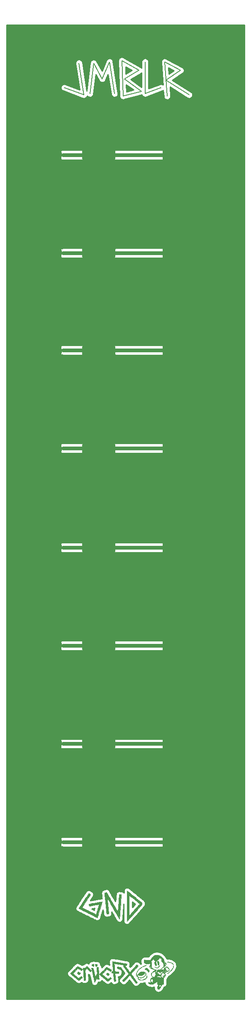
<source format=gbr>
%TF.GenerationSoftware,KiCad,Pcbnew,(5.1.6)-1*%
%TF.CreationDate,2020-06-19T12:49:58-05:00*%
%TF.ProjectId,JMBLR Panel,4a4d424c-5220-4506-916e-656c2e6b6963,rev?*%
%TF.SameCoordinates,Original*%
%TF.FileFunction,Copper,L1,Top*%
%TF.FilePolarity,Positive*%
%FSLAX46Y46*%
G04 Gerber Fmt 4.6, Leading zero omitted, Abs format (unit mm)*
G04 Created by KiCad (PCBNEW (5.1.6)-1) date 2020-06-19 12:49:58*
%MOMM*%
%LPD*%
G01*
G04 APERTURE LIST*
%TA.AperFunction,NonConductor*%
%ADD10C,0.750000*%
%TD*%
%TA.AperFunction,NonConductor*%
%ADD11C,0.150000*%
%TD*%
%TA.AperFunction,EtchedComponent*%
%ADD12C,0.010000*%
%TD*%
%TA.AperFunction,ComponentPad*%
%ADD13C,10.000000*%
%TD*%
%TA.AperFunction,ComponentPad*%
%ADD14C,6.900000*%
%TD*%
%TA.AperFunction,ComponentPad*%
%ADD15C,14.000000*%
%TD*%
%TA.AperFunction,ComponentPad*%
%ADD16O,6.900000X3.900000*%
%TD*%
%TA.AperFunction,NonConductor*%
%ADD17C,0.254000*%
%TD*%
%TA.AperFunction,Conductor*%
%ADD18C,0.254000*%
%TD*%
G04 APERTURE END LIST*
D10*
X220000000Y-69750000D02*
X229500000Y-69750000D01*
X220000000Y-89750000D02*
X229500000Y-89750000D01*
X220000000Y-109500000D02*
X229500000Y-109500000D01*
X220000000Y-129500000D02*
X229500000Y-129500000D01*
X220000000Y-149750000D02*
X229500000Y-149750000D01*
X220000000Y-169750000D02*
X229500000Y-169750000D01*
X220000000Y-189750000D02*
X229500000Y-189750000D01*
X209250000Y-209750000D02*
X213000000Y-209750000D01*
X209250000Y-189750000D02*
X213000000Y-189750000D01*
X209250000Y-169750000D02*
X213000000Y-169750000D01*
X209250000Y-149750000D02*
X213000000Y-149750000D01*
X209250000Y-129500000D02*
X213000000Y-129500000D01*
X209250000Y-109500000D02*
X213000000Y-109500000D01*
X209250000Y-89750000D02*
X213000000Y-89750000D01*
X209250000Y-69750000D02*
X213000000Y-69750000D01*
X220000000Y-209750000D02*
X229500000Y-209750000D01*
D11*
X230250000Y-54500000D02*
X235000000Y-57500000D01*
X233250000Y-52500000D02*
X230250000Y-54500000D01*
X230000000Y-50750000D02*
X233250000Y-52500000D01*
X230500000Y-57750000D02*
X230000000Y-50750000D01*
X226000000Y-57250000D02*
X229250000Y-56000000D01*
X226000000Y-50750000D02*
X226000000Y-57250000D01*
X225250000Y-56750000D02*
X221500000Y-57750000D01*
X221750000Y-54250000D02*
X225250000Y-56750000D01*
X224750000Y-52500000D02*
X221750000Y-54250000D01*
X221250000Y-50500000D02*
X224750000Y-52500000D01*
X221500000Y-57750000D02*
X221250000Y-50500000D01*
X218750000Y-50750000D02*
X219750000Y-57250000D01*
X217250000Y-54250000D02*
X218750000Y-50750000D01*
X215500000Y-51000000D02*
X217250000Y-54250000D01*
X214750000Y-57250000D02*
X215500000Y-51000000D01*
X213500000Y-57500000D02*
X209500000Y-56000000D01*
X212500000Y-51000000D02*
X213500000Y-57500000D01*
D12*
%TO.C,G\u002A\u002A\u002A*%
G36*
X222417460Y-219781979D02*
G01*
X222629542Y-219947598D01*
X222854319Y-220124515D01*
X223088196Y-220309801D01*
X223327576Y-220500530D01*
X223568863Y-220693772D01*
X223808460Y-220886601D01*
X224042771Y-221076088D01*
X224268199Y-221259306D01*
X224481150Y-221433328D01*
X224678025Y-221595225D01*
X224855229Y-221742070D01*
X225009166Y-221870935D01*
X225136239Y-221978892D01*
X225232852Y-222063015D01*
X225295409Y-222120374D01*
X225315624Y-222141343D01*
X225371556Y-222243470D01*
X225378974Y-222356089D01*
X225337880Y-222474460D01*
X225315503Y-222511266D01*
X225262028Y-222583790D01*
X225175214Y-222691867D01*
X225056459Y-222833911D01*
X224907163Y-223008341D01*
X224728724Y-223213571D01*
X224522542Y-223448019D01*
X224290014Y-223710100D01*
X224032539Y-223998230D01*
X223751518Y-224310827D01*
X223448347Y-224646307D01*
X223124427Y-225003085D01*
X222808282Y-225349882D01*
X222279880Y-225928442D01*
X222279880Y-223695027D01*
X222279960Y-223554342D01*
X222728765Y-223554342D01*
X222728983Y-223803440D01*
X222729449Y-224033384D01*
X222730172Y-224239573D01*
X222731161Y-224417405D01*
X222732427Y-224562280D01*
X222733979Y-224669598D01*
X222735827Y-224734756D01*
X222737725Y-224753562D01*
X222758567Y-224733624D01*
X222809784Y-224679700D01*
X222887813Y-224595675D01*
X222989096Y-224485434D01*
X223110072Y-224352862D01*
X223247179Y-224201845D01*
X223396858Y-224036269D01*
X223502001Y-223919569D01*
X223727613Y-223668222D01*
X223939538Y-223430932D01*
X224135531Y-223210272D01*
X224313348Y-223008818D01*
X224470745Y-222829146D01*
X224605479Y-222673830D01*
X224715305Y-222545445D01*
X224797979Y-222446567D01*
X224851257Y-222379771D01*
X224872895Y-222347632D01*
X224873273Y-222345969D01*
X224854314Y-222324402D01*
X224800353Y-222275375D01*
X224715765Y-222202414D01*
X224604924Y-222109042D01*
X224472205Y-221998785D01*
X224321982Y-221875166D01*
X224158629Y-221741710D01*
X223986522Y-221601942D01*
X223810033Y-221459387D01*
X223633539Y-221317568D01*
X223461414Y-221180010D01*
X223298031Y-221050238D01*
X223147766Y-220931776D01*
X223014993Y-220828149D01*
X222904086Y-220742881D01*
X222819421Y-220679497D01*
X222765370Y-220641522D01*
X222746330Y-220632295D01*
X222744091Y-220666454D01*
X222741964Y-220745873D01*
X222739961Y-220865949D01*
X222738089Y-221022082D01*
X222736360Y-221209671D01*
X222734782Y-221424116D01*
X222733365Y-221660814D01*
X222732119Y-221915166D01*
X222731053Y-222182570D01*
X222730177Y-222458426D01*
X222729501Y-222738131D01*
X222729033Y-223017087D01*
X222728785Y-223290690D01*
X222728765Y-223554342D01*
X222279960Y-223554342D01*
X222280084Y-223336932D01*
X222280677Y-222975067D01*
X222281626Y-222615240D01*
X222282901Y-222263263D01*
X222284470Y-221924944D01*
X222286301Y-221606092D01*
X222288363Y-221312518D01*
X222290626Y-221050031D01*
X222293057Y-220824440D01*
X222295625Y-220641556D01*
X222296689Y-220581388D01*
X222313498Y-219701164D01*
X222417460Y-219781979D01*
G37*
X222417460Y-219781979D02*
X222629542Y-219947598D01*
X222854319Y-220124515D01*
X223088196Y-220309801D01*
X223327576Y-220500530D01*
X223568863Y-220693772D01*
X223808460Y-220886601D01*
X224042771Y-221076088D01*
X224268199Y-221259306D01*
X224481150Y-221433328D01*
X224678025Y-221595225D01*
X224855229Y-221742070D01*
X225009166Y-221870935D01*
X225136239Y-221978892D01*
X225232852Y-222063015D01*
X225295409Y-222120374D01*
X225315624Y-222141343D01*
X225371556Y-222243470D01*
X225378974Y-222356089D01*
X225337880Y-222474460D01*
X225315503Y-222511266D01*
X225262028Y-222583790D01*
X225175214Y-222691867D01*
X225056459Y-222833911D01*
X224907163Y-223008341D01*
X224728724Y-223213571D01*
X224522542Y-223448019D01*
X224290014Y-223710100D01*
X224032539Y-223998230D01*
X223751518Y-224310827D01*
X223448347Y-224646307D01*
X223124427Y-225003085D01*
X222808282Y-225349882D01*
X222279880Y-225928442D01*
X222279880Y-223695027D01*
X222279960Y-223554342D01*
X222728765Y-223554342D01*
X222728983Y-223803440D01*
X222729449Y-224033384D01*
X222730172Y-224239573D01*
X222731161Y-224417405D01*
X222732427Y-224562280D01*
X222733979Y-224669598D01*
X222735827Y-224734756D01*
X222737725Y-224753562D01*
X222758567Y-224733624D01*
X222809784Y-224679700D01*
X222887813Y-224595675D01*
X222989096Y-224485434D01*
X223110072Y-224352862D01*
X223247179Y-224201845D01*
X223396858Y-224036269D01*
X223502001Y-223919569D01*
X223727613Y-223668222D01*
X223939538Y-223430932D01*
X224135531Y-223210272D01*
X224313348Y-223008818D01*
X224470745Y-222829146D01*
X224605479Y-222673830D01*
X224715305Y-222545445D01*
X224797979Y-222446567D01*
X224851257Y-222379771D01*
X224872895Y-222347632D01*
X224873273Y-222345969D01*
X224854314Y-222324402D01*
X224800353Y-222275375D01*
X224715765Y-222202414D01*
X224604924Y-222109042D01*
X224472205Y-221998785D01*
X224321982Y-221875166D01*
X224158629Y-221741710D01*
X223986522Y-221601942D01*
X223810033Y-221459387D01*
X223633539Y-221317568D01*
X223461414Y-221180010D01*
X223298031Y-221050238D01*
X223147766Y-220931776D01*
X223014993Y-220828149D01*
X222904086Y-220742881D01*
X222819421Y-220679497D01*
X222765370Y-220641522D01*
X222746330Y-220632295D01*
X222744091Y-220666454D01*
X222741964Y-220745873D01*
X222739961Y-220865949D01*
X222738089Y-221022082D01*
X222736360Y-221209671D01*
X222734782Y-221424116D01*
X222733365Y-221660814D01*
X222732119Y-221915166D01*
X222731053Y-222182570D01*
X222730177Y-222458426D01*
X222729501Y-222738131D01*
X222729033Y-223017087D01*
X222728785Y-223290690D01*
X222728765Y-223554342D01*
X222279960Y-223554342D01*
X222280084Y-223336932D01*
X222280677Y-222975067D01*
X222281626Y-222615240D01*
X222282901Y-222263263D01*
X222284470Y-221924944D01*
X222286301Y-221606092D01*
X222288363Y-221312518D01*
X222290626Y-221050031D01*
X222293057Y-220824440D01*
X222295625Y-220641556D01*
X222296689Y-220581388D01*
X222313498Y-219701164D01*
X222417460Y-219781979D01*
G36*
X218119300Y-220005991D02*
G01*
X218133045Y-220029156D01*
X218170223Y-220093336D01*
X218229036Y-220195397D01*
X218307686Y-220332205D01*
X218404376Y-220500625D01*
X218517307Y-220697522D01*
X218644682Y-220919761D01*
X218784702Y-221164209D01*
X218935571Y-221427731D01*
X219095491Y-221707192D01*
X219262662Y-221999457D01*
X219267355Y-222007663D01*
X219434605Y-222299578D01*
X219594836Y-222578165D01*
X219746245Y-222840347D01*
X219887027Y-223083051D01*
X220015377Y-223303199D01*
X220129491Y-223497717D01*
X220227565Y-223663530D01*
X220307794Y-223797562D01*
X220368373Y-223896738D01*
X220407500Y-223957982D01*
X220423368Y-223978220D01*
X220423493Y-223978133D01*
X220428325Y-223949885D01*
X220436372Y-223875187D01*
X220447282Y-223758315D01*
X220460705Y-223603547D01*
X220476289Y-223415157D01*
X220493683Y-223197422D01*
X220512536Y-222954618D01*
X220532496Y-222691022D01*
X220553213Y-222410909D01*
X220560918Y-222305055D01*
X220581901Y-222016940D01*
X220602157Y-221741439D01*
X220621336Y-221483137D01*
X220639090Y-221246619D01*
X220655069Y-221036473D01*
X220668923Y-220857282D01*
X220680303Y-220713634D01*
X220688859Y-220610113D01*
X220694243Y-220551305D01*
X220695213Y-220542868D01*
X220709720Y-220433333D01*
X220916372Y-220450784D01*
X221013136Y-220459861D01*
X221088308Y-220468616D01*
X221129226Y-220475518D01*
X221132927Y-220476996D01*
X221132073Y-220502511D01*
X221127781Y-220574565D01*
X221120352Y-220688986D01*
X221110085Y-220841600D01*
X221097283Y-221028234D01*
X221082244Y-221244713D01*
X221065270Y-221486865D01*
X221046662Y-221750516D01*
X221026719Y-222031493D01*
X221005743Y-222325622D01*
X220984034Y-222628730D01*
X220961892Y-222936643D01*
X220939618Y-223245188D01*
X220917513Y-223550192D01*
X220895877Y-223847480D01*
X220875011Y-224132881D01*
X220855215Y-224402219D01*
X220836790Y-224651322D01*
X220820037Y-224876016D01*
X220805255Y-225072129D01*
X220792746Y-225235485D01*
X220782810Y-225361913D01*
X220775747Y-225447237D01*
X220772484Y-225482053D01*
X220759426Y-225467601D01*
X220722922Y-225411728D01*
X220664617Y-225317241D01*
X220586161Y-225186945D01*
X220489199Y-225023647D01*
X220375381Y-224830154D01*
X220246354Y-224609271D01*
X220103764Y-224363805D01*
X219949260Y-224096562D01*
X219784490Y-223810349D01*
X219611100Y-223507971D01*
X219521221Y-223350781D01*
X219311805Y-222984821D01*
X219118899Y-222649015D01*
X218943370Y-222344831D01*
X218786081Y-222073740D01*
X218647898Y-221837210D01*
X218529686Y-221636712D01*
X218432309Y-221473715D01*
X218356634Y-221349689D01*
X218303524Y-221266103D01*
X218273845Y-221224428D01*
X218267507Y-221220622D01*
X218268627Y-221254427D01*
X218274575Y-221334281D01*
X218284927Y-221455659D01*
X218299259Y-221614030D01*
X218317145Y-221804867D01*
X218338160Y-222023642D01*
X218361881Y-222265827D01*
X218387883Y-222526893D01*
X218415741Y-222802312D01*
X218416883Y-222813510D01*
X218445787Y-223100812D01*
X218472005Y-223369021D01*
X218495191Y-223614144D01*
X218515001Y-223832187D01*
X218531090Y-224019158D01*
X218543111Y-224171061D01*
X218550722Y-224283905D01*
X218553576Y-224353694D01*
X218551878Y-224376325D01*
X218517336Y-224388372D01*
X218446234Y-224401370D01*
X218352746Y-224412828D01*
X218334440Y-224414552D01*
X218139250Y-224432068D01*
X218124315Y-224322015D01*
X218116088Y-224254662D01*
X218103860Y-224145184D01*
X218088081Y-223998157D01*
X218069203Y-223818157D01*
X218047678Y-223609761D01*
X218023958Y-223377545D01*
X217998494Y-223126085D01*
X217971738Y-222859956D01*
X217944142Y-222583737D01*
X217916157Y-222302001D01*
X217888236Y-222019327D01*
X217860829Y-221740290D01*
X217834389Y-221469465D01*
X217809367Y-221211431D01*
X217786215Y-220970762D01*
X217765384Y-220752034D01*
X217747327Y-220559825D01*
X217732495Y-220398710D01*
X217721339Y-220273265D01*
X217714312Y-220188067D01*
X217711865Y-220147692D01*
X217712034Y-220145101D01*
X217738570Y-220126463D01*
X217798951Y-220099571D01*
X217879215Y-220069193D01*
X217965400Y-220040099D01*
X218043542Y-220017059D01*
X218099680Y-220004842D01*
X218119300Y-220005991D01*
G37*
X218119300Y-220005991D02*
X218133045Y-220029156D01*
X218170223Y-220093336D01*
X218229036Y-220195397D01*
X218307686Y-220332205D01*
X218404376Y-220500625D01*
X218517307Y-220697522D01*
X218644682Y-220919761D01*
X218784702Y-221164209D01*
X218935571Y-221427731D01*
X219095491Y-221707192D01*
X219262662Y-221999457D01*
X219267355Y-222007663D01*
X219434605Y-222299578D01*
X219594836Y-222578165D01*
X219746245Y-222840347D01*
X219887027Y-223083051D01*
X220015377Y-223303199D01*
X220129491Y-223497717D01*
X220227565Y-223663530D01*
X220307794Y-223797562D01*
X220368373Y-223896738D01*
X220407500Y-223957982D01*
X220423368Y-223978220D01*
X220423493Y-223978133D01*
X220428325Y-223949885D01*
X220436372Y-223875187D01*
X220447282Y-223758315D01*
X220460705Y-223603547D01*
X220476289Y-223415157D01*
X220493683Y-223197422D01*
X220512536Y-222954618D01*
X220532496Y-222691022D01*
X220553213Y-222410909D01*
X220560918Y-222305055D01*
X220581901Y-222016940D01*
X220602157Y-221741439D01*
X220621336Y-221483137D01*
X220639090Y-221246619D01*
X220655069Y-221036473D01*
X220668923Y-220857282D01*
X220680303Y-220713634D01*
X220688859Y-220610113D01*
X220694243Y-220551305D01*
X220695213Y-220542868D01*
X220709720Y-220433333D01*
X220916372Y-220450784D01*
X221013136Y-220459861D01*
X221088308Y-220468616D01*
X221129226Y-220475518D01*
X221132927Y-220476996D01*
X221132073Y-220502511D01*
X221127781Y-220574565D01*
X221120352Y-220688986D01*
X221110085Y-220841600D01*
X221097283Y-221028234D01*
X221082244Y-221244713D01*
X221065270Y-221486865D01*
X221046662Y-221750516D01*
X221026719Y-222031493D01*
X221005743Y-222325622D01*
X220984034Y-222628730D01*
X220961892Y-222936643D01*
X220939618Y-223245188D01*
X220917513Y-223550192D01*
X220895877Y-223847480D01*
X220875011Y-224132881D01*
X220855215Y-224402219D01*
X220836790Y-224651322D01*
X220820037Y-224876016D01*
X220805255Y-225072129D01*
X220792746Y-225235485D01*
X220782810Y-225361913D01*
X220775747Y-225447237D01*
X220772484Y-225482053D01*
X220759426Y-225467601D01*
X220722922Y-225411728D01*
X220664617Y-225317241D01*
X220586161Y-225186945D01*
X220489199Y-225023647D01*
X220375381Y-224830154D01*
X220246354Y-224609271D01*
X220103764Y-224363805D01*
X219949260Y-224096562D01*
X219784490Y-223810349D01*
X219611100Y-223507971D01*
X219521221Y-223350781D01*
X219311805Y-222984821D01*
X219118899Y-222649015D01*
X218943370Y-222344831D01*
X218786081Y-222073740D01*
X218647898Y-221837210D01*
X218529686Y-221636712D01*
X218432309Y-221473715D01*
X218356634Y-221349689D01*
X218303524Y-221266103D01*
X218273845Y-221224428D01*
X218267507Y-221220622D01*
X218268627Y-221254427D01*
X218274575Y-221334281D01*
X218284927Y-221455659D01*
X218299259Y-221614030D01*
X218317145Y-221804867D01*
X218338160Y-222023642D01*
X218361881Y-222265827D01*
X218387883Y-222526893D01*
X218415741Y-222802312D01*
X218416883Y-222813510D01*
X218445787Y-223100812D01*
X218472005Y-223369021D01*
X218495191Y-223614144D01*
X218515001Y-223832187D01*
X218531090Y-224019158D01*
X218543111Y-224171061D01*
X218550722Y-224283905D01*
X218553576Y-224353694D01*
X218551878Y-224376325D01*
X218517336Y-224388372D01*
X218446234Y-224401370D01*
X218352746Y-224412828D01*
X218334440Y-224414552D01*
X218139250Y-224432068D01*
X218124315Y-224322015D01*
X218116088Y-224254662D01*
X218103860Y-224145184D01*
X218088081Y-223998157D01*
X218069203Y-223818157D01*
X218047678Y-223609761D01*
X218023958Y-223377545D01*
X217998494Y-223126085D01*
X217971738Y-222859956D01*
X217944142Y-222583737D01*
X217916157Y-222302001D01*
X217888236Y-222019327D01*
X217860829Y-221740290D01*
X217834389Y-221469465D01*
X217809367Y-221211431D01*
X217786215Y-220970762D01*
X217765384Y-220752034D01*
X217747327Y-220559825D01*
X217732495Y-220398710D01*
X217721339Y-220273265D01*
X217714312Y-220188067D01*
X217711865Y-220147692D01*
X217712034Y-220145101D01*
X217738570Y-220126463D01*
X217798951Y-220099571D01*
X217879215Y-220069193D01*
X217965400Y-220040099D01*
X218043542Y-220017059D01*
X218099680Y-220004842D01*
X218119300Y-220005991D01*
G36*
X214581412Y-220249095D02*
G01*
X214654301Y-220293139D01*
X214728971Y-220343928D01*
X214793474Y-220392974D01*
X214835865Y-220431792D01*
X214845734Y-220450066D01*
X214830346Y-220475448D01*
X214789352Y-220539561D01*
X214725170Y-220638704D01*
X214640219Y-220769177D01*
X214536916Y-220927278D01*
X214417681Y-221109308D01*
X214284931Y-221311564D01*
X214141086Y-221530348D01*
X213988564Y-221761958D01*
X213966970Y-221794719D01*
X213814151Y-222027359D01*
X213670546Y-222247546D01*
X213538480Y-222451613D01*
X213420275Y-222635894D01*
X213318256Y-222796721D01*
X213234746Y-222930430D01*
X213172068Y-223033352D01*
X213132546Y-223101822D01*
X213118504Y-223132173D01*
X213118747Y-223133219D01*
X213147212Y-223150160D01*
X213216094Y-223186334D01*
X213320649Y-223239440D01*
X213456129Y-223307180D01*
X213617786Y-223387253D01*
X213800875Y-223477360D01*
X214000647Y-223575201D01*
X214212357Y-223678477D01*
X214431256Y-223784889D01*
X214652599Y-223892136D01*
X214871637Y-223997919D01*
X215083625Y-224099939D01*
X215283815Y-224195895D01*
X215467461Y-224283489D01*
X215629814Y-224360421D01*
X215766129Y-224424391D01*
X215871659Y-224473100D01*
X215941655Y-224504248D01*
X215971373Y-224515536D01*
X215972022Y-224515432D01*
X215984006Y-224487163D01*
X216008060Y-224416951D01*
X216042343Y-224310951D01*
X216085013Y-224175321D01*
X216134227Y-224016214D01*
X216188145Y-223839789D01*
X216244923Y-223652199D01*
X216302720Y-223459602D01*
X216359694Y-223268154D01*
X216414003Y-223084009D01*
X216463806Y-222913324D01*
X216507259Y-222762255D01*
X216542522Y-222636958D01*
X216567752Y-222543588D01*
X216581108Y-222488302D01*
X216582386Y-222475550D01*
X216554369Y-222478338D01*
X216481844Y-222489481D01*
X216370294Y-222508030D01*
X216225204Y-222533036D01*
X216052057Y-222563552D01*
X215856340Y-222598629D01*
X215643534Y-222637318D01*
X215589613Y-222647204D01*
X215372960Y-222686864D01*
X215171646Y-222723477D01*
X214991229Y-222756048D01*
X214837270Y-222783585D01*
X214715330Y-222805094D01*
X214630967Y-222819582D01*
X214589741Y-222826057D01*
X214586913Y-222826309D01*
X214572077Y-222803421D01*
X214553915Y-222744281D01*
X214535133Y-222663128D01*
X214518438Y-222574202D01*
X214506538Y-222491740D01*
X214502139Y-222429983D01*
X214506641Y-222404053D01*
X214535176Y-222395279D01*
X214607519Y-222379196D01*
X214718166Y-222356779D01*
X214861613Y-222329000D01*
X215032356Y-222296832D01*
X215224889Y-222261249D01*
X215433709Y-222223225D01*
X215653312Y-222183731D01*
X215878193Y-222143742D01*
X216102848Y-222104230D01*
X216321772Y-222066169D01*
X216529461Y-222030533D01*
X216720411Y-221998293D01*
X216889117Y-221970425D01*
X217030076Y-221947899D01*
X217137782Y-221931691D01*
X217206732Y-221922773D01*
X217231421Y-221922119D01*
X217231407Y-221922287D01*
X217222624Y-221950993D01*
X217200534Y-222023915D01*
X217166489Y-222136579D01*
X217121839Y-222284507D01*
X217067934Y-222463223D01*
X217006124Y-222668253D01*
X216937759Y-222895118D01*
X216864190Y-223139344D01*
X216812991Y-223309359D01*
X216709282Y-223653767D01*
X216619232Y-223952699D01*
X216541838Y-224209369D01*
X216476095Y-224426993D01*
X216421000Y-224608785D01*
X216375546Y-224757959D01*
X216338732Y-224877729D01*
X216309551Y-224971312D01*
X216287001Y-225041921D01*
X216270076Y-225092771D01*
X216257772Y-225127076D01*
X216249086Y-225148051D01*
X216243013Y-225158911D01*
X216238548Y-225162870D01*
X216234688Y-225163143D01*
X216233893Y-225163037D01*
X216208835Y-225151713D01*
X216141561Y-225119593D01*
X216035475Y-225068339D01*
X215893983Y-224999614D01*
X215720491Y-224915080D01*
X215518406Y-224816399D01*
X215291132Y-224705234D01*
X215042075Y-224583248D01*
X214774642Y-224452101D01*
X214492237Y-224313457D01*
X214334435Y-224235921D01*
X214045806Y-224093729D01*
X213770827Y-223957614D01*
X213512854Y-223829277D01*
X213275242Y-223710416D01*
X213061350Y-223602733D01*
X212874534Y-223507927D01*
X212718150Y-223427698D01*
X212595555Y-223363747D01*
X212510105Y-223317773D01*
X212465159Y-223291476D01*
X212458915Y-223286027D01*
X212473568Y-223261173D01*
X212514037Y-223197323D01*
X212578092Y-223097895D01*
X212663501Y-222966309D01*
X212768031Y-222805982D01*
X212889450Y-222620333D01*
X213025526Y-222412782D01*
X213174027Y-222186746D01*
X213332721Y-221945645D01*
X213473058Y-221732780D01*
X213674298Y-221428209D01*
X213849538Y-221164018D01*
X214000390Y-220937887D01*
X214128463Y-220747493D01*
X214235368Y-220590514D01*
X214322715Y-220464630D01*
X214392116Y-220367519D01*
X214445179Y-220296858D01*
X214483517Y-220250327D01*
X214508739Y-220225603D01*
X214522250Y-220220282D01*
X214581412Y-220249095D01*
G37*
X214581412Y-220249095D02*
X214654301Y-220293139D01*
X214728971Y-220343928D01*
X214793474Y-220392974D01*
X214835865Y-220431792D01*
X214845734Y-220450066D01*
X214830346Y-220475448D01*
X214789352Y-220539561D01*
X214725170Y-220638704D01*
X214640219Y-220769177D01*
X214536916Y-220927278D01*
X214417681Y-221109308D01*
X214284931Y-221311564D01*
X214141086Y-221530348D01*
X213988564Y-221761958D01*
X213966970Y-221794719D01*
X213814151Y-222027359D01*
X213670546Y-222247546D01*
X213538480Y-222451613D01*
X213420275Y-222635894D01*
X213318256Y-222796721D01*
X213234746Y-222930430D01*
X213172068Y-223033352D01*
X213132546Y-223101822D01*
X213118504Y-223132173D01*
X213118747Y-223133219D01*
X213147212Y-223150160D01*
X213216094Y-223186334D01*
X213320649Y-223239440D01*
X213456129Y-223307180D01*
X213617786Y-223387253D01*
X213800875Y-223477360D01*
X214000647Y-223575201D01*
X214212357Y-223678477D01*
X214431256Y-223784889D01*
X214652599Y-223892136D01*
X214871637Y-223997919D01*
X215083625Y-224099939D01*
X215283815Y-224195895D01*
X215467461Y-224283489D01*
X215629814Y-224360421D01*
X215766129Y-224424391D01*
X215871659Y-224473100D01*
X215941655Y-224504248D01*
X215971373Y-224515536D01*
X215972022Y-224515432D01*
X215984006Y-224487163D01*
X216008060Y-224416951D01*
X216042343Y-224310951D01*
X216085013Y-224175321D01*
X216134227Y-224016214D01*
X216188145Y-223839789D01*
X216244923Y-223652199D01*
X216302720Y-223459602D01*
X216359694Y-223268154D01*
X216414003Y-223084009D01*
X216463806Y-222913324D01*
X216507259Y-222762255D01*
X216542522Y-222636958D01*
X216567752Y-222543588D01*
X216581108Y-222488302D01*
X216582386Y-222475550D01*
X216554369Y-222478338D01*
X216481844Y-222489481D01*
X216370294Y-222508030D01*
X216225204Y-222533036D01*
X216052057Y-222563552D01*
X215856340Y-222598629D01*
X215643534Y-222637318D01*
X215589613Y-222647204D01*
X215372960Y-222686864D01*
X215171646Y-222723477D01*
X214991229Y-222756048D01*
X214837270Y-222783585D01*
X214715330Y-222805094D01*
X214630967Y-222819582D01*
X214589741Y-222826057D01*
X214586913Y-222826309D01*
X214572077Y-222803421D01*
X214553915Y-222744281D01*
X214535133Y-222663128D01*
X214518438Y-222574202D01*
X214506538Y-222491740D01*
X214502139Y-222429983D01*
X214506641Y-222404053D01*
X214535176Y-222395279D01*
X214607519Y-222379196D01*
X214718166Y-222356779D01*
X214861613Y-222329000D01*
X215032356Y-222296832D01*
X215224889Y-222261249D01*
X215433709Y-222223225D01*
X215653312Y-222183731D01*
X215878193Y-222143742D01*
X216102848Y-222104230D01*
X216321772Y-222066169D01*
X216529461Y-222030533D01*
X216720411Y-221998293D01*
X216889117Y-221970425D01*
X217030076Y-221947899D01*
X217137782Y-221931691D01*
X217206732Y-221922773D01*
X217231421Y-221922119D01*
X217231407Y-221922287D01*
X217222624Y-221950993D01*
X217200534Y-222023915D01*
X217166489Y-222136579D01*
X217121839Y-222284507D01*
X217067934Y-222463223D01*
X217006124Y-222668253D01*
X216937759Y-222895118D01*
X216864190Y-223139344D01*
X216812991Y-223309359D01*
X216709282Y-223653767D01*
X216619232Y-223952699D01*
X216541838Y-224209369D01*
X216476095Y-224426993D01*
X216421000Y-224608785D01*
X216375546Y-224757959D01*
X216338732Y-224877729D01*
X216309551Y-224971312D01*
X216287001Y-225041921D01*
X216270076Y-225092771D01*
X216257772Y-225127076D01*
X216249086Y-225148051D01*
X216243013Y-225158911D01*
X216238548Y-225162870D01*
X216234688Y-225163143D01*
X216233893Y-225163037D01*
X216208835Y-225151713D01*
X216141561Y-225119593D01*
X216035475Y-225068339D01*
X215893983Y-224999614D01*
X215720491Y-224915080D01*
X215518406Y-224816399D01*
X215291132Y-224705234D01*
X215042075Y-224583248D01*
X214774642Y-224452101D01*
X214492237Y-224313457D01*
X214334435Y-224235921D01*
X214045806Y-224093729D01*
X213770827Y-223957614D01*
X213512854Y-223829277D01*
X213275242Y-223710416D01*
X213061350Y-223602733D01*
X212874534Y-223507927D01*
X212718150Y-223427698D01*
X212595555Y-223363747D01*
X212510105Y-223317773D01*
X212465159Y-223291476D01*
X212458915Y-223286027D01*
X212473568Y-223261173D01*
X212514037Y-223197323D01*
X212578092Y-223097895D01*
X212663501Y-222966309D01*
X212768031Y-222805982D01*
X212889450Y-222620333D01*
X213025526Y-222412782D01*
X213174027Y-222186746D01*
X213332721Y-221945645D01*
X213473058Y-221732780D01*
X213674298Y-221428209D01*
X213849538Y-221164018D01*
X214000390Y-220937887D01*
X214128463Y-220747493D01*
X214235368Y-220590514D01*
X214322715Y-220464630D01*
X214392116Y-220367519D01*
X214445179Y-220296858D01*
X214483517Y-220250327D01*
X214508739Y-220225603D01*
X214522250Y-220220282D01*
X214581412Y-220249095D01*
G36*
X228644610Y-232792141D02*
G01*
X228882091Y-232858494D01*
X229108564Y-232965655D01*
X229318031Y-233110436D01*
X229504497Y-233289652D01*
X229661964Y-233500114D01*
X229735941Y-233631828D01*
X229810955Y-233798223D01*
X229869326Y-233960884D01*
X229907035Y-234106946D01*
X229920070Y-234221308D01*
X229924100Y-234265523D01*
X229945506Y-234286091D01*
X229998264Y-234291984D01*
X230030543Y-234292242D01*
X230123507Y-234303591D01*
X230186277Y-234342246D01*
X230224495Y-234415123D01*
X230243802Y-234529136D01*
X230245802Y-234556082D01*
X230246419Y-234673397D01*
X230227758Y-234771191D01*
X230199686Y-234846114D01*
X230145778Y-234941186D01*
X230069238Y-235038788D01*
X229982061Y-235126647D01*
X229896240Y-235192488D01*
X229832093Y-235222288D01*
X229772310Y-235232337D01*
X229758383Y-235221226D01*
X229790129Y-235189396D01*
X229867275Y-235137340D01*
X229954727Y-235072080D01*
X230036625Y-234993430D01*
X230069532Y-234953535D01*
X230128228Y-234847873D01*
X230170140Y-234724358D01*
X230190760Y-234601580D01*
X230185576Y-234498132D01*
X230182720Y-234486893D01*
X230160510Y-234409452D01*
X230067426Y-234536257D01*
X230015127Y-234612492D01*
X229989556Y-234669217D01*
X229984326Y-234725513D01*
X229988828Y-234771054D01*
X229993168Y-234848868D01*
X229975695Y-234902578D01*
X229944546Y-234941600D01*
X229895671Y-234984504D01*
X229856502Y-235004040D01*
X229854501Y-235004154D01*
X229826114Y-235024602D01*
X229784131Y-235077696D01*
X229746185Y-235137637D01*
X229607996Y-235331305D01*
X229430163Y-235508588D01*
X229223309Y-235660784D01*
X228998057Y-235779191D01*
X228929868Y-235806314D01*
X228839489Y-235839610D01*
X228973789Y-235841401D01*
X229073001Y-235834522D01*
X229144951Y-235819899D01*
X229500550Y-235819899D01*
X229587359Y-235866140D01*
X229642610Y-235903597D01*
X229678064Y-235954139D01*
X229705398Y-236035349D01*
X229709049Y-236049409D01*
X229743222Y-236182573D01*
X229768053Y-236273954D01*
X229786580Y-236331091D01*
X229801838Y-236361520D01*
X229816866Y-236372782D01*
X229834699Y-236372413D01*
X229838846Y-236371611D01*
X229863488Y-236357114D01*
X229876214Y-236318728D01*
X229879942Y-236244985D01*
X229879697Y-236211110D01*
X229862344Y-236055532D01*
X229816574Y-235936990D01*
X229744169Y-235858047D01*
X229646912Y-235821267D01*
X229606792Y-235818833D01*
X229500550Y-235819899D01*
X229144951Y-235819899D01*
X229168761Y-235815060D01*
X229202618Y-235803414D01*
X229275031Y-235784563D01*
X229381725Y-235770430D01*
X229506549Y-235761665D01*
X229633354Y-235758915D01*
X229745987Y-235762829D01*
X229828299Y-235774057D01*
X229841283Y-235777756D01*
X229883684Y-235787936D01*
X229888972Y-235771209D01*
X229880674Y-235750782D01*
X229867608Y-235697886D01*
X229859217Y-235617947D01*
X229857759Y-235576226D01*
X229858382Y-235546597D01*
X229889847Y-235546597D01*
X229898164Y-235610618D01*
X229926190Y-235683067D01*
X229972321Y-235751905D01*
X229973554Y-235753319D01*
X230033769Y-235815153D01*
X230070958Y-235839546D01*
X230081876Y-235826212D01*
X230063276Y-235774866D01*
X230056017Y-235760560D01*
X230020869Y-235675664D01*
X229997770Y-235589212D01*
X229973732Y-235519185D01*
X229938752Y-235492003D01*
X229902842Y-235503045D01*
X229889847Y-235546597D01*
X229858382Y-235546597D01*
X229859360Y-235500148D01*
X229870378Y-235460862D01*
X229897205Y-235444398D01*
X229920021Y-235440148D01*
X229976198Y-235416775D01*
X230042408Y-235368575D01*
X230066546Y-235345724D01*
X230182296Y-235257399D01*
X230307334Y-235215805D01*
X230435400Y-235219261D01*
X230560231Y-235266084D01*
X230675567Y-235354591D01*
X230775145Y-235483100D01*
X230809144Y-235545291D01*
X230871395Y-235700504D01*
X230891302Y-235828900D01*
X230868533Y-235932308D01*
X230802756Y-236012558D01*
X230715431Y-236062818D01*
X230648850Y-236082582D01*
X230571224Y-236094149D01*
X230498247Y-236096821D01*
X230445612Y-236089903D01*
X230428578Y-236075563D01*
X230451452Y-236060627D01*
X230510205Y-236045725D01*
X230561701Y-236037913D01*
X230691614Y-236008711D01*
X230777938Y-235956023D01*
X230823085Y-235878036D01*
X230830463Y-235836001D01*
X230819045Y-235723051D01*
X230772298Y-235597916D01*
X230697565Y-235476069D01*
X230616957Y-235386119D01*
X230548722Y-235327482D01*
X230493490Y-235296866D01*
X230429334Y-235285335D01*
X230365984Y-235283834D01*
X230275343Y-235288431D01*
X230212425Y-235307256D01*
X230154542Y-235347854D01*
X230142943Y-235358024D01*
X230076373Y-235447994D01*
X230056149Y-235554455D01*
X230082411Y-235672669D01*
X230131021Y-235763672D01*
X230194412Y-235846643D01*
X230249276Y-235885702D01*
X230303704Y-235884997D01*
X230336601Y-235869029D01*
X230373197Y-235847793D01*
X230371779Y-235856243D01*
X230345304Y-235886797D01*
X230315812Y-235927128D01*
X230322199Y-235954167D01*
X230338948Y-235969788D01*
X230371263Y-236006623D01*
X230377727Y-236024284D01*
X230360842Y-236045804D01*
X230320888Y-236038678D01*
X230273923Y-236006746D01*
X230264683Y-235997260D01*
X230213095Y-235958604D01*
X230137200Y-235920749D01*
X230108366Y-235909874D01*
X229996698Y-235871825D01*
X230034660Y-235945235D01*
X230058640Y-236017778D01*
X230071775Y-236108397D01*
X230072622Y-236134323D01*
X230076998Y-236204985D01*
X230095421Y-236241530D01*
X230135831Y-236245992D01*
X230206170Y-236220405D01*
X230276026Y-236186436D01*
X230356933Y-236146390D01*
X230402754Y-236127756D01*
X230423334Y-236128138D01*
X230428519Y-236145139D01*
X230428578Y-236149291D01*
X230407211Y-236171874D01*
X230350484Y-236208322D01*
X230269456Y-236251738D01*
X230245362Y-236263513D01*
X230156131Y-236309634D01*
X230084790Y-236352722D01*
X230044214Y-236384842D01*
X230040695Y-236389647D01*
X230001957Y-236417120D01*
X229942486Y-236427978D01*
X229865727Y-236427978D01*
X229991395Y-236574174D01*
X230076967Y-236677705D01*
X230131991Y-236756018D01*
X230162296Y-236819426D01*
X230173710Y-236878245D01*
X230174324Y-236897939D01*
X230161283Y-236977737D01*
X230118822Y-237060764D01*
X230041930Y-237154563D01*
X229935247Y-237257971D01*
X229770971Y-237406857D01*
X229759787Y-237991641D01*
X229755787Y-238161215D01*
X229750718Y-238315414D01*
X229744953Y-238446401D01*
X229738864Y-238546334D01*
X229732827Y-238607375D01*
X229729804Y-238621209D01*
X229723541Y-238653057D01*
X229752532Y-238650037D01*
X229755443Y-238648939D01*
X229788067Y-238645340D01*
X229787977Y-238667720D01*
X229759649Y-238693790D01*
X229696357Y-238728589D01*
X229611409Y-238764871D01*
X229605432Y-238767117D01*
X229511856Y-238804876D01*
X229450976Y-238840668D01*
X229406766Y-238887078D01*
X229363199Y-238956688D01*
X229362562Y-238957808D01*
X229311879Y-239038502D01*
X229260318Y-239107444D01*
X229234029Y-239135635D01*
X229193702Y-239182328D01*
X229139947Y-239258085D01*
X229083727Y-239347351D01*
X229078339Y-239356510D01*
X228984340Y-239492572D01*
X228886896Y-239587682D01*
X228789913Y-239639532D01*
X228697303Y-239645812D01*
X228633393Y-239619443D01*
X228588199Y-239564225D01*
X228572150Y-239474798D01*
X228584874Y-239347770D01*
X228591946Y-239313936D01*
X228663903Y-239313936D01*
X228685409Y-239341877D01*
X228726657Y-239376302D01*
X228775565Y-239407630D01*
X228820047Y-239426281D01*
X228833133Y-239428052D01*
X228870931Y-239421955D01*
X228877627Y-239415092D01*
X228857158Y-239391979D01*
X228807777Y-239359369D01*
X228747529Y-239327288D01*
X228694454Y-239305762D01*
X228674224Y-239302060D01*
X228663903Y-239313936D01*
X228591946Y-239313936D01*
X228597149Y-239289052D01*
X228612080Y-239212528D01*
X228612120Y-239188608D01*
X228728885Y-239188608D01*
X228730987Y-239213373D01*
X228764864Y-239250621D01*
X228816642Y-239290436D01*
X228872444Y-239322901D01*
X228918397Y-239338097D01*
X228934421Y-239335516D01*
X228927963Y-239315661D01*
X228887455Y-239279484D01*
X228847228Y-239251508D01*
X228783643Y-239213005D01*
X228739939Y-239190880D01*
X228728885Y-239188608D01*
X228612120Y-239188608D01*
X228612131Y-239182096D01*
X228599838Y-239196071D01*
X228577735Y-239252769D01*
X228558417Y-239314792D01*
X228534897Y-239444982D01*
X228542487Y-239555087D01*
X228577990Y-239638644D01*
X228638212Y-239689186D01*
X228719956Y-239700247D01*
X228746512Y-239695327D01*
X228849211Y-239648075D01*
X228955433Y-239560804D01*
X229054558Y-239442340D01*
X229059589Y-239435101D01*
X229108298Y-239374289D01*
X229142946Y-239348125D01*
X229157221Y-239357143D01*
X229144813Y-239401876D01*
X229131432Y-239429018D01*
X229081383Y-239502429D01*
X229009327Y-239585354D01*
X228930814Y-239661649D01*
X228861394Y-239715169D01*
X228849019Y-239722216D01*
X228750909Y-239753108D01*
X228651620Y-239752312D01*
X228591591Y-239731246D01*
X228526540Y-239665971D01*
X228486612Y-239567822D01*
X228476900Y-239450664D01*
X228479145Y-239425208D01*
X228501723Y-239314687D01*
X228540577Y-239198701D01*
X228569582Y-239135786D01*
X228623373Y-239135786D01*
X228636086Y-239148498D01*
X228648798Y-239135786D01*
X228636086Y-239123073D01*
X228623373Y-239135786D01*
X228569582Y-239135786D01*
X228588652Y-239094423D01*
X228594974Y-239084935D01*
X228648798Y-239084935D01*
X228661511Y-239097647D01*
X228674224Y-239084935D01*
X228661511Y-239072222D01*
X228648798Y-239084935D01*
X228594974Y-239084935D01*
X228638893Y-239019023D01*
X228651150Y-239006531D01*
X228688066Y-238965694D01*
X228775645Y-238965694D01*
X228776162Y-239016179D01*
X228790586Y-239079578D01*
X228815993Y-239138923D01*
X228828622Y-239157782D01*
X228898908Y-239213001D01*
X228984630Y-239219879D01*
X229085421Y-239178408D01*
X229107932Y-239163920D01*
X229164393Y-239116867D01*
X229223969Y-239054007D01*
X229277642Y-238986990D01*
X229316396Y-238927465D01*
X229331212Y-238887084D01*
X229328490Y-238878974D01*
X229298883Y-238876693D01*
X229230539Y-238882017D01*
X229134822Y-238893847D01*
X229061069Y-238904860D01*
X228953039Y-238921797D01*
X228864595Y-238935216D01*
X228807233Y-238943398D01*
X228791961Y-238945095D01*
X228775645Y-238965694D01*
X228688066Y-238965694D01*
X228690587Y-238962906D01*
X228690154Y-238930229D01*
X228646389Y-238897728D01*
X228610385Y-238879696D01*
X228561814Y-238851908D01*
X228528285Y-238816695D01*
X228507861Y-238765522D01*
X228498604Y-238689848D01*
X228498584Y-238595124D01*
X228742821Y-238595124D01*
X228745066Y-238614523D01*
X228745833Y-238614564D01*
X228771292Y-238594033D01*
X228796725Y-238551001D01*
X228803843Y-238532889D01*
X228918755Y-238532889D01*
X228929276Y-238538288D01*
X228951129Y-238517682D01*
X228953904Y-238500150D01*
X228948464Y-238466227D01*
X228943911Y-238462012D01*
X228927517Y-238481893D01*
X228919284Y-238500150D01*
X228918755Y-238532889D01*
X228803843Y-238532889D01*
X228814799Y-238505015D01*
X228816443Y-238487437D01*
X228797598Y-238506212D01*
X228765551Y-238551001D01*
X228742821Y-238595124D01*
X228498584Y-238595124D01*
X228498580Y-238581138D01*
X228505850Y-238430852D01*
X228506418Y-238421301D01*
X228523677Y-238132610D01*
X228161068Y-238359702D01*
X228025027Y-238444002D01*
X227925031Y-238503324D01*
X227854711Y-238540747D01*
X227807701Y-238559346D01*
X227777632Y-238562199D01*
X227759614Y-238553695D01*
X227706618Y-238514115D01*
X227682632Y-238499137D01*
X227657965Y-238489294D01*
X227670860Y-238512394D01*
X227672329Y-238514338D01*
X227712605Y-238577910D01*
X227711612Y-238616001D01*
X227665887Y-238635798D01*
X227610693Y-238642249D01*
X227360038Y-238653587D01*
X227153568Y-238647333D01*
X226987511Y-238622803D01*
X226858095Y-238579313D01*
X226761547Y-238516179D01*
X226728857Y-238482418D01*
X226699561Y-238452716D01*
X226980249Y-238452716D01*
X227001084Y-238490609D01*
X227037320Y-238530391D01*
X227084228Y-238572951D01*
X227107976Y-238580304D01*
X227117897Y-238558707D01*
X227127667Y-238532970D01*
X227150866Y-238533456D01*
X227201329Y-238561114D01*
X227207510Y-238564865D01*
X227261502Y-238590614D01*
X227294057Y-238592760D01*
X227297013Y-238588941D01*
X227325850Y-238569528D01*
X227366933Y-238563713D01*
X227418753Y-238556797D01*
X227428353Y-238540798D01*
X227401710Y-238522840D01*
X227344804Y-238510047D01*
X227320320Y-238508169D01*
X227216775Y-238503134D01*
X227150180Y-238497534D01*
X227106664Y-238489128D01*
X227072354Y-238475671D01*
X227051175Y-238464652D01*
X226997220Y-238442761D01*
X226980249Y-238452716D01*
X226699561Y-238452716D01*
X226684429Y-238437375D01*
X226652808Y-238419176D01*
X226647520Y-238420781D01*
X226649313Y-238450243D01*
X226686828Y-238494655D01*
X226750515Y-238545805D01*
X226830825Y-238595482D01*
X226877877Y-238618866D01*
X226939499Y-238644141D01*
X227000103Y-238661102D01*
X227071975Y-238671348D01*
X227167403Y-238676477D01*
X227298673Y-238678087D01*
X227333509Y-238678128D01*
X227466713Y-238678815D01*
X227555418Y-238681384D01*
X227605965Y-238686601D01*
X227624694Y-238695229D01*
X227617943Y-238708034D01*
X227613188Y-238711849D01*
X227574574Y-238727598D01*
X227505495Y-238736591D01*
X227398866Y-238739361D01*
X227275261Y-238737274D01*
X227144104Y-238732495D01*
X227049267Y-238724983D01*
X226976216Y-238711886D01*
X226910420Y-238690349D01*
X226837348Y-238657518D01*
X226815923Y-238647055D01*
X226692742Y-238573987D01*
X226617920Y-238503735D01*
X226588994Y-238440836D01*
X226603501Y-238389827D01*
X226658978Y-238355247D01*
X226752962Y-238341633D01*
X226882991Y-238353523D01*
X226965403Y-238371645D01*
X227049567Y-238392504D01*
X227114362Y-238406824D01*
X227142080Y-238411161D01*
X227144184Y-238390776D01*
X227126029Y-238337497D01*
X227093915Y-238267738D01*
X227034884Y-238107470D01*
X227029791Y-238028647D01*
X227078619Y-238028647D01*
X227095578Y-238133934D01*
X227120918Y-238199388D01*
X227153008Y-238228184D01*
X227194213Y-238234084D01*
X227303310Y-238259860D01*
X227400903Y-238334627D01*
X227427178Y-238365510D01*
X227479961Y-238415128D01*
X227518980Y-238420769D01*
X227536134Y-238385547D01*
X227527778Y-238326859D01*
X227506344Y-238206494D01*
X227521625Y-238110460D01*
X227568139Y-238034510D01*
X227631624Y-237959062D01*
X227528125Y-237804071D01*
X227474349Y-237726265D01*
X227429300Y-237665977D01*
X227401988Y-237635210D01*
X227400613Y-237634240D01*
X227363111Y-237637014D01*
X227303204Y-237665914D01*
X227235214Y-237711898D01*
X227173463Y-237765920D01*
X227149783Y-237792633D01*
X227094831Y-237901113D01*
X227078619Y-238028647D01*
X227029791Y-238028647D01*
X227025200Y-237957596D01*
X227064787Y-237816536D01*
X227072111Y-237801561D01*
X227107227Y-237701906D01*
X227108670Y-237630952D01*
X227109711Y-237559385D01*
X227128051Y-237515025D01*
X227170709Y-237483664D01*
X227250892Y-237445262D01*
X227356534Y-237404015D01*
X227475567Y-237364121D01*
X227595923Y-237329778D01*
X227705535Y-237305183D01*
X227752277Y-237297886D01*
X227898748Y-237279663D01*
X227988594Y-237121335D01*
X228075423Y-237121335D01*
X228079670Y-237131008D01*
X228089439Y-237138315D01*
X228138837Y-237162740D01*
X228224061Y-237194780D01*
X228331491Y-237230193D01*
X228447503Y-237264736D01*
X228558477Y-237294167D01*
X228650789Y-237314244D01*
X228658782Y-237315626D01*
X228743009Y-237326159D01*
X228845826Y-237333866D01*
X228955633Y-237338574D01*
X229060828Y-237340108D01*
X229149812Y-237338296D01*
X229210984Y-237332962D01*
X229232775Y-237324224D01*
X229218294Y-237290873D01*
X229196475Y-237258315D01*
X229168459Y-237201962D01*
X229146650Y-237125747D01*
X229144769Y-237115497D01*
X229128553Y-237019517D01*
X228953415Y-237010356D01*
X229207809Y-237010356D01*
X229214844Y-237137000D01*
X229217032Y-237146359D01*
X229261946Y-237232251D01*
X229344748Y-237309760D01*
X229452550Y-237367717D01*
X229485289Y-237378869D01*
X229561105Y-237398241D01*
X229614290Y-237397976D01*
X229669944Y-237375978D01*
X229697597Y-237361134D01*
X229756141Y-237324556D01*
X229789776Y-237295289D01*
X229792943Y-237288413D01*
X229772781Y-237263844D01*
X229724169Y-237232547D01*
X229723023Y-237231947D01*
X229677234Y-237200765D01*
X229745511Y-237200765D01*
X229773874Y-237224753D01*
X229838724Y-237237702D01*
X229899551Y-237215447D01*
X229967025Y-237156622D01*
X230015436Y-237102623D01*
X230030588Y-237069723D01*
X230017287Y-237045303D01*
X230011371Y-237040107D01*
X229956760Y-237020790D01*
X229887474Y-237044545D01*
X229812012Y-237101199D01*
X229756314Y-237160139D01*
X229745511Y-237200765D01*
X229677234Y-237200765D01*
X229656759Y-237186822D01*
X229592168Y-237127430D01*
X229589539Y-237124526D01*
X229525976Y-237053480D01*
X229597575Y-237098372D01*
X229639541Y-237122302D01*
X229672161Y-237126457D01*
X229710959Y-237106838D01*
X229771455Y-237059447D01*
X229781909Y-237050885D01*
X229853475Y-236987783D01*
X229886769Y-236941947D01*
X229885774Y-236902354D01*
X229854475Y-236857978D01*
X229852424Y-236855700D01*
X229825222Y-236815723D01*
X229823779Y-236795473D01*
X229845491Y-236806400D01*
X229889360Y-236848095D01*
X229945881Y-236911522D01*
X230013039Y-236984124D01*
X230059725Y-237017979D01*
X230078771Y-237016784D01*
X230098932Y-236967279D01*
X230101644Y-236891265D01*
X230088273Y-236809478D01*
X230060792Y-236743573D01*
X230009540Y-236678751D01*
X229934213Y-236598287D01*
X229850729Y-236517946D01*
X229775009Y-236453490D01*
X229748560Y-236434424D01*
X229667816Y-236409590D01*
X229570597Y-236422291D01*
X229471338Y-236469684D01*
X229436485Y-236495865D01*
X229351784Y-236593098D01*
X229281774Y-236722117D01*
X229231950Y-236866633D01*
X229207809Y-237010356D01*
X228953415Y-237010356D01*
X228883137Y-237006680D01*
X228769535Y-237001300D01*
X228693471Y-237001174D01*
X228641703Y-237008863D01*
X228600987Y-237026928D01*
X228558082Y-237057928D01*
X228538960Y-237073223D01*
X228464553Y-237124424D01*
X228392935Y-237147645D01*
X228309314Y-237152602D01*
X228219514Y-237148560D01*
X228141133Y-237138313D01*
X228114864Y-237131868D01*
X228075423Y-237121335D01*
X227988594Y-237121335D01*
X228004768Y-237092834D01*
X228088351Y-236916583D01*
X228128053Y-236752629D01*
X228124649Y-236588944D01*
X228078912Y-236413500D01*
X228052822Y-236346551D01*
X228030867Y-236277987D01*
X228025466Y-236225339D01*
X228027285Y-236217356D01*
X228021717Y-236173355D01*
X228004019Y-236151260D01*
X227978960Y-236141682D01*
X227937120Y-236146569D01*
X227870587Y-236168285D01*
X227771450Y-236209192D01*
X227691400Y-236244663D01*
X227569640Y-236300910D01*
X227485334Y-236344726D01*
X227428759Y-236382658D01*
X227390191Y-236421249D01*
X227359905Y-236467045D01*
X227359222Y-236468248D01*
X227300106Y-236618179D01*
X227285772Y-236771396D01*
X227313734Y-236918772D01*
X227381505Y-237051177D01*
X227486599Y-237159483D01*
X227560111Y-237205835D01*
X227605905Y-237238081D01*
X227619421Y-237265947D01*
X227618457Y-237268006D01*
X227586610Y-237277772D01*
X227532275Y-237255608D01*
X227464762Y-237209265D01*
X227393385Y-237146496D01*
X227327454Y-237075051D01*
X227276282Y-237002681D01*
X227259356Y-236969085D01*
X227230880Y-236853787D01*
X227226379Y-236717159D01*
X227245023Y-236582262D01*
X227276558Y-236490027D01*
X227333900Y-236400506D01*
X227419228Y-236302726D01*
X227522635Y-236204696D01*
X227634210Y-236114430D01*
X227676576Y-236085696D01*
X228115628Y-236085696D01*
X228118450Y-236170041D01*
X228119720Y-236190456D01*
X228130623Y-236293846D01*
X228149300Y-236357749D01*
X228177218Y-236392099D01*
X228227591Y-236415110D01*
X228236450Y-236408590D01*
X228471379Y-236408590D01*
X228491393Y-236447465D01*
X228543493Y-236496200D01*
X228578879Y-236520881D01*
X228646567Y-236566147D01*
X228739638Y-236631793D01*
X228843170Y-236707192D01*
X228900574Y-236750028D01*
X228990158Y-236816414D01*
X229064669Y-236869497D01*
X229114910Y-236902853D01*
X229131116Y-236911061D01*
X229147288Y-236888933D01*
X229171445Y-236831774D01*
X229191068Y-236774498D01*
X229242634Y-236658798D01*
X229318797Y-236545487D01*
X229407689Y-236449181D01*
X229497441Y-236384493D01*
X229513992Y-236376825D01*
X229563349Y-236352325D01*
X229582470Y-236322026D01*
X229579815Y-236267102D01*
X229575523Y-236239895D01*
X229563280Y-236173356D01*
X229553390Y-236132543D01*
X229551229Y-236127724D01*
X229525013Y-236129586D01*
X229464788Y-236142629D01*
X229407938Y-236157427D01*
X229310128Y-236182431D01*
X229214986Y-236203665D01*
X229176376Y-236210935D01*
X229104794Y-236235936D01*
X229080277Y-236276250D01*
X229102994Y-236327533D01*
X229169705Y-236383250D01*
X229232409Y-236429953D01*
X229258816Y-236463449D01*
X229245138Y-236478486D01*
X229238639Y-236478829D01*
X229210108Y-236466814D01*
X229146557Y-236433953D01*
X229056894Y-236385021D01*
X228950022Y-236324794D01*
X228930415Y-236313563D01*
X228819822Y-236251596D01*
X228723062Y-236200219D01*
X228649631Y-236164273D01*
X228609025Y-236148601D01*
X228606298Y-236148298D01*
X228576170Y-236169876D01*
X228539284Y-236223833D01*
X228504018Y-236294001D01*
X228478753Y-236364215D01*
X228471379Y-236408590D01*
X228236450Y-236408590D01*
X228257181Y-236393333D01*
X228267883Y-236325229D01*
X228267975Y-236318419D01*
X228286892Y-236208775D01*
X228335400Y-236098959D01*
X228403265Y-236008578D01*
X228448846Y-235971939D01*
X228493995Y-235941273D01*
X228504227Y-235920373D01*
X228474932Y-235904462D01*
X228401502Y-235888766D01*
X228362086Y-235882033D01*
X228295047Y-235876708D01*
X228245262Y-235894289D01*
X228188762Y-235943363D01*
X228187562Y-235944562D01*
X228145420Y-235990225D01*
X228123030Y-236031513D01*
X228115628Y-236085696D01*
X227676576Y-236085696D01*
X227744045Y-236039938D01*
X227842230Y-235989231D01*
X227918855Y-235970322D01*
X227919388Y-235970320D01*
X227962001Y-235952875D01*
X227998481Y-235921646D01*
X228016900Y-235897795D01*
X228017430Y-235877567D01*
X227993216Y-235854811D01*
X227937404Y-235823376D01*
X227843138Y-235777109D01*
X227830800Y-235771174D01*
X227717531Y-235720968D01*
X227602751Y-235677089D01*
X227506658Y-235647077D01*
X227484315Y-235641867D01*
X227390654Y-235618164D01*
X227304983Y-235589036D01*
X227273036Y-235574784D01*
X227170038Y-235506786D01*
X227066994Y-235414595D01*
X226981420Y-235315213D01*
X226943454Y-235254799D01*
X226909384Y-235160856D01*
X226897763Y-235077322D01*
X226946447Y-235077322D01*
X226963847Y-235142410D01*
X226998013Y-235221254D01*
X227043159Y-235299625D01*
X227074301Y-235341947D01*
X227127767Y-235394205D01*
X227200631Y-235449537D01*
X227282858Y-235502423D01*
X227364411Y-235547341D01*
X227435251Y-235578768D01*
X227485344Y-235591184D01*
X227504650Y-235579066D01*
X227504654Y-235578698D01*
X227485174Y-235560566D01*
X227434182Y-235523033D01*
X227365074Y-235475810D01*
X227266782Y-235404033D01*
X227207517Y-235341702D01*
X227186203Y-235293754D01*
X227232004Y-235293754D01*
X227234043Y-235321959D01*
X227249890Y-235346783D01*
X227284731Y-235381834D01*
X227292865Y-235374424D01*
X227274660Y-235332507D01*
X227248001Y-235297175D01*
X227232004Y-235293754D01*
X227186203Y-235293754D01*
X227179436Y-235278533D01*
X227174124Y-235225320D01*
X227156669Y-235170911D01*
X227099578Y-235115263D01*
X227070089Y-235094617D01*
X227007405Y-235057564D01*
X226963019Y-235039488D01*
X226951601Y-235040224D01*
X226946447Y-235077322D01*
X226897763Y-235077322D01*
X226895649Y-235062127D01*
X226900941Y-234970576D01*
X226923956Y-234898168D01*
X226963388Y-234856865D01*
X226987441Y-234851601D01*
X227013690Y-234858357D01*
X226998959Y-234886310D01*
X226996146Y-234889740D01*
X226977311Y-234930434D01*
X226996146Y-234966016D01*
X227036973Y-234998980D01*
X227070945Y-235003932D01*
X227083366Y-234982223D01*
X227075325Y-234958728D01*
X227062557Y-234920085D01*
X227043697Y-234846376D01*
X227022000Y-234752519D01*
X227000723Y-234653434D01*
X226983122Y-234564039D01*
X226972453Y-234499251D01*
X226970720Y-234479471D01*
X226951250Y-234482240D01*
X226904061Y-234503367D01*
X226900800Y-234505040D01*
X226734671Y-234568684D01*
X226553834Y-234600111D01*
X226369232Y-234600523D01*
X226191803Y-234571117D01*
X226032488Y-234513094D01*
X225902228Y-234427654D01*
X225865556Y-234391527D01*
X225787179Y-234292921D01*
X225743458Y-234201642D01*
X225726202Y-234097636D01*
X225724875Y-234047089D01*
X225727069Y-234022825D01*
X227209322Y-234022825D01*
X227213502Y-234070536D01*
X227231488Y-234147388D01*
X227262520Y-234263362D01*
X227263447Y-234266817D01*
X227285389Y-234363944D01*
X227295940Y-234458927D01*
X227296267Y-234570357D01*
X227289775Y-234686336D01*
X227279872Y-234839723D01*
X227275794Y-234954290D01*
X227278367Y-235041822D01*
X227288419Y-235114102D01*
X227306776Y-235182915D01*
X227329088Y-235246304D01*
X227394480Y-235370350D01*
X227495978Y-235483662D01*
X227638469Y-235590652D01*
X227826844Y-235695732D01*
X227827559Y-235696086D01*
X227939447Y-235748828D01*
X228029340Y-235781933D01*
X228119219Y-235801296D01*
X228231069Y-235812808D01*
X228273871Y-235815719D01*
X228461623Y-235821821D01*
X228620862Y-235811951D01*
X228772076Y-235783728D01*
X228917347Y-235740965D01*
X229125774Y-235648800D01*
X229323654Y-235518378D01*
X229499878Y-235359159D01*
X229643342Y-235180603D01*
X229710410Y-235065455D01*
X229767096Y-234951688D01*
X229843793Y-234951688D01*
X229858923Y-234967710D01*
X229893376Y-234955648D01*
X229930744Y-234923599D01*
X229946201Y-234901132D01*
X229966463Y-234841966D01*
X229968936Y-234786272D01*
X229953869Y-234752855D01*
X229944198Y-234749900D01*
X229919915Y-234770987D01*
X229889123Y-234821885D01*
X229861051Y-234884052D01*
X229844925Y-234938942D01*
X229843793Y-234951688D01*
X229767096Y-234951688D01*
X229785295Y-234915165D01*
X229751001Y-234716895D01*
X229734246Y-234635485D01*
X229913269Y-234635485D01*
X230015956Y-234508379D01*
X230067057Y-234440300D01*
X230099701Y-234387289D01*
X230106845Y-234362183D01*
X230073684Y-234346917D01*
X230019674Y-234344018D01*
X229973255Y-234353492D01*
X229962184Y-234362162D01*
X229951984Y-234396609D01*
X229939000Y-234463294D01*
X229931858Y-234508358D01*
X229913269Y-234635485D01*
X229734246Y-234635485D01*
X229721499Y-234573553D01*
X229686897Y-234470196D01*
X229641418Y-234395962D01*
X229579285Y-234339991D01*
X229536330Y-234313287D01*
X229455821Y-234256708D01*
X229396849Y-234185170D01*
X229355851Y-234090068D01*
X229329265Y-233962800D01*
X229313529Y-233794760D01*
X229312229Y-233771985D01*
X229297147Y-233493270D01*
X229149360Y-233448356D01*
X229039315Y-233420781D01*
X228912368Y-233397312D01*
X228831542Y-233386835D01*
X228661511Y-233370227D01*
X228733779Y-233447339D01*
X228787469Y-233522403D01*
X228792780Y-233583210D01*
X228749094Y-233631818D01*
X228667867Y-233666687D01*
X228630576Y-233700351D01*
X228623373Y-233728971D01*
X228600881Y-233791943D01*
X228536259Y-233830892D01*
X228474365Y-233841746D01*
X228423887Y-233848774D01*
X228405074Y-233870426D01*
X228408122Y-233922351D01*
X228411248Y-233942505D01*
X228413261Y-234027990D01*
X228394659Y-234075988D01*
X228339306Y-234106479D01*
X228255323Y-234111547D01*
X228157783Y-234091767D01*
X228091523Y-234064476D01*
X228001135Y-234002554D01*
X227906548Y-233912728D01*
X227822533Y-233811327D01*
X227763859Y-233714676D01*
X227754397Y-233691842D01*
X227727150Y-233629896D01*
X227696536Y-233609891D01*
X227647668Y-233627308D01*
X227611818Y-233648588D01*
X227498784Y-233730867D01*
X227423407Y-233812283D01*
X227400833Y-233853789D01*
X227364028Y-233901891D01*
X227301472Y-233947402D01*
X227287224Y-233954746D01*
X227245423Y-233974910D01*
X227219709Y-233994277D01*
X227209322Y-234022825D01*
X225727069Y-234022825D01*
X225732564Y-233962089D01*
X225763035Y-233899099D01*
X225802637Y-233854612D01*
X225880399Y-233776850D01*
X226114098Y-233793035D01*
X226232030Y-233800539D01*
X226381797Y-233809105D01*
X226544424Y-233817691D01*
X226700940Y-233825258D01*
X226705298Y-233825456D01*
X227062799Y-233841693D01*
X227106047Y-233728449D01*
X227165154Y-233604088D01*
X227250623Y-233462404D01*
X227271416Y-233432871D01*
X227480353Y-233432871D01*
X227491061Y-233433368D01*
X227516932Y-233396952D01*
X227533042Y-233368171D01*
X227558408Y-233313363D01*
X227632560Y-233313363D01*
X227636401Y-233346718D01*
X227652555Y-233333088D01*
X227657207Y-233326076D01*
X227678423Y-233268196D01*
X227681854Y-233237087D01*
X227678012Y-233203732D01*
X227661858Y-233217362D01*
X227657207Y-233224374D01*
X227635991Y-233282254D01*
X227632560Y-233313363D01*
X227558408Y-233313363D01*
X227561762Y-233306117D01*
X227573431Y-233264830D01*
X227571931Y-233257750D01*
X227553886Y-233268057D01*
X227527050Y-233308869D01*
X227500387Y-233363042D01*
X227482864Y-233413432D01*
X227480353Y-233432871D01*
X227271416Y-233432871D01*
X227350909Y-233319968D01*
X227454466Y-233193350D01*
X227536824Y-233110197D01*
X227675909Y-233006669D01*
X227842468Y-232912117D01*
X228015869Y-232836980D01*
X228160610Y-232794608D01*
X228402117Y-232769783D01*
X228644610Y-232792141D01*
G37*
X228644610Y-232792141D02*
X228882091Y-232858494D01*
X229108564Y-232965655D01*
X229318031Y-233110436D01*
X229504497Y-233289652D01*
X229661964Y-233500114D01*
X229735941Y-233631828D01*
X229810955Y-233798223D01*
X229869326Y-233960884D01*
X229907035Y-234106946D01*
X229920070Y-234221308D01*
X229924100Y-234265523D01*
X229945506Y-234286091D01*
X229998264Y-234291984D01*
X230030543Y-234292242D01*
X230123507Y-234303591D01*
X230186277Y-234342246D01*
X230224495Y-234415123D01*
X230243802Y-234529136D01*
X230245802Y-234556082D01*
X230246419Y-234673397D01*
X230227758Y-234771191D01*
X230199686Y-234846114D01*
X230145778Y-234941186D01*
X230069238Y-235038788D01*
X229982061Y-235126647D01*
X229896240Y-235192488D01*
X229832093Y-235222288D01*
X229772310Y-235232337D01*
X229758383Y-235221226D01*
X229790129Y-235189396D01*
X229867275Y-235137340D01*
X229954727Y-235072080D01*
X230036625Y-234993430D01*
X230069532Y-234953535D01*
X230128228Y-234847873D01*
X230170140Y-234724358D01*
X230190760Y-234601580D01*
X230185576Y-234498132D01*
X230182720Y-234486893D01*
X230160510Y-234409452D01*
X230067426Y-234536257D01*
X230015127Y-234612492D01*
X229989556Y-234669217D01*
X229984326Y-234725513D01*
X229988828Y-234771054D01*
X229993168Y-234848868D01*
X229975695Y-234902578D01*
X229944546Y-234941600D01*
X229895671Y-234984504D01*
X229856502Y-235004040D01*
X229854501Y-235004154D01*
X229826114Y-235024602D01*
X229784131Y-235077696D01*
X229746185Y-235137637D01*
X229607996Y-235331305D01*
X229430163Y-235508588D01*
X229223309Y-235660784D01*
X228998057Y-235779191D01*
X228929868Y-235806314D01*
X228839489Y-235839610D01*
X228973789Y-235841401D01*
X229073001Y-235834522D01*
X229144951Y-235819899D01*
X229500550Y-235819899D01*
X229587359Y-235866140D01*
X229642610Y-235903597D01*
X229678064Y-235954139D01*
X229705398Y-236035349D01*
X229709049Y-236049409D01*
X229743222Y-236182573D01*
X229768053Y-236273954D01*
X229786580Y-236331091D01*
X229801838Y-236361520D01*
X229816866Y-236372782D01*
X229834699Y-236372413D01*
X229838846Y-236371611D01*
X229863488Y-236357114D01*
X229876214Y-236318728D01*
X229879942Y-236244985D01*
X229879697Y-236211110D01*
X229862344Y-236055532D01*
X229816574Y-235936990D01*
X229744169Y-235858047D01*
X229646912Y-235821267D01*
X229606792Y-235818833D01*
X229500550Y-235819899D01*
X229144951Y-235819899D01*
X229168761Y-235815060D01*
X229202618Y-235803414D01*
X229275031Y-235784563D01*
X229381725Y-235770430D01*
X229506549Y-235761665D01*
X229633354Y-235758915D01*
X229745987Y-235762829D01*
X229828299Y-235774057D01*
X229841283Y-235777756D01*
X229883684Y-235787936D01*
X229888972Y-235771209D01*
X229880674Y-235750782D01*
X229867608Y-235697886D01*
X229859217Y-235617947D01*
X229857759Y-235576226D01*
X229858382Y-235546597D01*
X229889847Y-235546597D01*
X229898164Y-235610618D01*
X229926190Y-235683067D01*
X229972321Y-235751905D01*
X229973554Y-235753319D01*
X230033769Y-235815153D01*
X230070958Y-235839546D01*
X230081876Y-235826212D01*
X230063276Y-235774866D01*
X230056017Y-235760560D01*
X230020869Y-235675664D01*
X229997770Y-235589212D01*
X229973732Y-235519185D01*
X229938752Y-235492003D01*
X229902842Y-235503045D01*
X229889847Y-235546597D01*
X229858382Y-235546597D01*
X229859360Y-235500148D01*
X229870378Y-235460862D01*
X229897205Y-235444398D01*
X229920021Y-235440148D01*
X229976198Y-235416775D01*
X230042408Y-235368575D01*
X230066546Y-235345724D01*
X230182296Y-235257399D01*
X230307334Y-235215805D01*
X230435400Y-235219261D01*
X230560231Y-235266084D01*
X230675567Y-235354591D01*
X230775145Y-235483100D01*
X230809144Y-235545291D01*
X230871395Y-235700504D01*
X230891302Y-235828900D01*
X230868533Y-235932308D01*
X230802756Y-236012558D01*
X230715431Y-236062818D01*
X230648850Y-236082582D01*
X230571224Y-236094149D01*
X230498247Y-236096821D01*
X230445612Y-236089903D01*
X230428578Y-236075563D01*
X230451452Y-236060627D01*
X230510205Y-236045725D01*
X230561701Y-236037913D01*
X230691614Y-236008711D01*
X230777938Y-235956023D01*
X230823085Y-235878036D01*
X230830463Y-235836001D01*
X230819045Y-235723051D01*
X230772298Y-235597916D01*
X230697565Y-235476069D01*
X230616957Y-235386119D01*
X230548722Y-235327482D01*
X230493490Y-235296866D01*
X230429334Y-235285335D01*
X230365984Y-235283834D01*
X230275343Y-235288431D01*
X230212425Y-235307256D01*
X230154542Y-235347854D01*
X230142943Y-235358024D01*
X230076373Y-235447994D01*
X230056149Y-235554455D01*
X230082411Y-235672669D01*
X230131021Y-235763672D01*
X230194412Y-235846643D01*
X230249276Y-235885702D01*
X230303704Y-235884997D01*
X230336601Y-235869029D01*
X230373197Y-235847793D01*
X230371779Y-235856243D01*
X230345304Y-235886797D01*
X230315812Y-235927128D01*
X230322199Y-235954167D01*
X230338948Y-235969788D01*
X230371263Y-236006623D01*
X230377727Y-236024284D01*
X230360842Y-236045804D01*
X230320888Y-236038678D01*
X230273923Y-236006746D01*
X230264683Y-235997260D01*
X230213095Y-235958604D01*
X230137200Y-235920749D01*
X230108366Y-235909874D01*
X229996698Y-235871825D01*
X230034660Y-235945235D01*
X230058640Y-236017778D01*
X230071775Y-236108397D01*
X230072622Y-236134323D01*
X230076998Y-236204985D01*
X230095421Y-236241530D01*
X230135831Y-236245992D01*
X230206170Y-236220405D01*
X230276026Y-236186436D01*
X230356933Y-236146390D01*
X230402754Y-236127756D01*
X230423334Y-236128138D01*
X230428519Y-236145139D01*
X230428578Y-236149291D01*
X230407211Y-236171874D01*
X230350484Y-236208322D01*
X230269456Y-236251738D01*
X230245362Y-236263513D01*
X230156131Y-236309634D01*
X230084790Y-236352722D01*
X230044214Y-236384842D01*
X230040695Y-236389647D01*
X230001957Y-236417120D01*
X229942486Y-236427978D01*
X229865727Y-236427978D01*
X229991395Y-236574174D01*
X230076967Y-236677705D01*
X230131991Y-236756018D01*
X230162296Y-236819426D01*
X230173710Y-236878245D01*
X230174324Y-236897939D01*
X230161283Y-236977737D01*
X230118822Y-237060764D01*
X230041930Y-237154563D01*
X229935247Y-237257971D01*
X229770971Y-237406857D01*
X229759787Y-237991641D01*
X229755787Y-238161215D01*
X229750718Y-238315414D01*
X229744953Y-238446401D01*
X229738864Y-238546334D01*
X229732827Y-238607375D01*
X229729804Y-238621209D01*
X229723541Y-238653057D01*
X229752532Y-238650037D01*
X229755443Y-238648939D01*
X229788067Y-238645340D01*
X229787977Y-238667720D01*
X229759649Y-238693790D01*
X229696357Y-238728589D01*
X229611409Y-238764871D01*
X229605432Y-238767117D01*
X229511856Y-238804876D01*
X229450976Y-238840668D01*
X229406766Y-238887078D01*
X229363199Y-238956688D01*
X229362562Y-238957808D01*
X229311879Y-239038502D01*
X229260318Y-239107444D01*
X229234029Y-239135635D01*
X229193702Y-239182328D01*
X229139947Y-239258085D01*
X229083727Y-239347351D01*
X229078339Y-239356510D01*
X228984340Y-239492572D01*
X228886896Y-239587682D01*
X228789913Y-239639532D01*
X228697303Y-239645812D01*
X228633393Y-239619443D01*
X228588199Y-239564225D01*
X228572150Y-239474798D01*
X228584874Y-239347770D01*
X228591946Y-239313936D01*
X228663903Y-239313936D01*
X228685409Y-239341877D01*
X228726657Y-239376302D01*
X228775565Y-239407630D01*
X228820047Y-239426281D01*
X228833133Y-239428052D01*
X228870931Y-239421955D01*
X228877627Y-239415092D01*
X228857158Y-239391979D01*
X228807777Y-239359369D01*
X228747529Y-239327288D01*
X228694454Y-239305762D01*
X228674224Y-239302060D01*
X228663903Y-239313936D01*
X228591946Y-239313936D01*
X228597149Y-239289052D01*
X228612080Y-239212528D01*
X228612120Y-239188608D01*
X228728885Y-239188608D01*
X228730987Y-239213373D01*
X228764864Y-239250621D01*
X228816642Y-239290436D01*
X228872444Y-239322901D01*
X228918397Y-239338097D01*
X228934421Y-239335516D01*
X228927963Y-239315661D01*
X228887455Y-239279484D01*
X228847228Y-239251508D01*
X228783643Y-239213005D01*
X228739939Y-239190880D01*
X228728885Y-239188608D01*
X228612120Y-239188608D01*
X228612131Y-239182096D01*
X228599838Y-239196071D01*
X228577735Y-239252769D01*
X228558417Y-239314792D01*
X228534897Y-239444982D01*
X228542487Y-239555087D01*
X228577990Y-239638644D01*
X228638212Y-239689186D01*
X228719956Y-239700247D01*
X228746512Y-239695327D01*
X228849211Y-239648075D01*
X228955433Y-239560804D01*
X229054558Y-239442340D01*
X229059589Y-239435101D01*
X229108298Y-239374289D01*
X229142946Y-239348125D01*
X229157221Y-239357143D01*
X229144813Y-239401876D01*
X229131432Y-239429018D01*
X229081383Y-239502429D01*
X229009327Y-239585354D01*
X228930814Y-239661649D01*
X228861394Y-239715169D01*
X228849019Y-239722216D01*
X228750909Y-239753108D01*
X228651620Y-239752312D01*
X228591591Y-239731246D01*
X228526540Y-239665971D01*
X228486612Y-239567822D01*
X228476900Y-239450664D01*
X228479145Y-239425208D01*
X228501723Y-239314687D01*
X228540577Y-239198701D01*
X228569582Y-239135786D01*
X228623373Y-239135786D01*
X228636086Y-239148498D01*
X228648798Y-239135786D01*
X228636086Y-239123073D01*
X228623373Y-239135786D01*
X228569582Y-239135786D01*
X228588652Y-239094423D01*
X228594974Y-239084935D01*
X228648798Y-239084935D01*
X228661511Y-239097647D01*
X228674224Y-239084935D01*
X228661511Y-239072222D01*
X228648798Y-239084935D01*
X228594974Y-239084935D01*
X228638893Y-239019023D01*
X228651150Y-239006531D01*
X228688066Y-238965694D01*
X228775645Y-238965694D01*
X228776162Y-239016179D01*
X228790586Y-239079578D01*
X228815993Y-239138923D01*
X228828622Y-239157782D01*
X228898908Y-239213001D01*
X228984630Y-239219879D01*
X229085421Y-239178408D01*
X229107932Y-239163920D01*
X229164393Y-239116867D01*
X229223969Y-239054007D01*
X229277642Y-238986990D01*
X229316396Y-238927465D01*
X229331212Y-238887084D01*
X229328490Y-238878974D01*
X229298883Y-238876693D01*
X229230539Y-238882017D01*
X229134822Y-238893847D01*
X229061069Y-238904860D01*
X228953039Y-238921797D01*
X228864595Y-238935216D01*
X228807233Y-238943398D01*
X228791961Y-238945095D01*
X228775645Y-238965694D01*
X228688066Y-238965694D01*
X228690587Y-238962906D01*
X228690154Y-238930229D01*
X228646389Y-238897728D01*
X228610385Y-238879696D01*
X228561814Y-238851908D01*
X228528285Y-238816695D01*
X228507861Y-238765522D01*
X228498604Y-238689848D01*
X228498584Y-238595124D01*
X228742821Y-238595124D01*
X228745066Y-238614523D01*
X228745833Y-238614564D01*
X228771292Y-238594033D01*
X228796725Y-238551001D01*
X228803843Y-238532889D01*
X228918755Y-238532889D01*
X228929276Y-238538288D01*
X228951129Y-238517682D01*
X228953904Y-238500150D01*
X228948464Y-238466227D01*
X228943911Y-238462012D01*
X228927517Y-238481893D01*
X228919284Y-238500150D01*
X228918755Y-238532889D01*
X228803843Y-238532889D01*
X228814799Y-238505015D01*
X228816443Y-238487437D01*
X228797598Y-238506212D01*
X228765551Y-238551001D01*
X228742821Y-238595124D01*
X228498584Y-238595124D01*
X228498580Y-238581138D01*
X228505850Y-238430852D01*
X228506418Y-238421301D01*
X228523677Y-238132610D01*
X228161068Y-238359702D01*
X228025027Y-238444002D01*
X227925031Y-238503324D01*
X227854711Y-238540747D01*
X227807701Y-238559346D01*
X227777632Y-238562199D01*
X227759614Y-238553695D01*
X227706618Y-238514115D01*
X227682632Y-238499137D01*
X227657965Y-238489294D01*
X227670860Y-238512394D01*
X227672329Y-238514338D01*
X227712605Y-238577910D01*
X227711612Y-238616001D01*
X227665887Y-238635798D01*
X227610693Y-238642249D01*
X227360038Y-238653587D01*
X227153568Y-238647333D01*
X226987511Y-238622803D01*
X226858095Y-238579313D01*
X226761547Y-238516179D01*
X226728857Y-238482418D01*
X226699561Y-238452716D01*
X226980249Y-238452716D01*
X227001084Y-238490609D01*
X227037320Y-238530391D01*
X227084228Y-238572951D01*
X227107976Y-238580304D01*
X227117897Y-238558707D01*
X227127667Y-238532970D01*
X227150866Y-238533456D01*
X227201329Y-238561114D01*
X227207510Y-238564865D01*
X227261502Y-238590614D01*
X227294057Y-238592760D01*
X227297013Y-238588941D01*
X227325850Y-238569528D01*
X227366933Y-238563713D01*
X227418753Y-238556797D01*
X227428353Y-238540798D01*
X227401710Y-238522840D01*
X227344804Y-238510047D01*
X227320320Y-238508169D01*
X227216775Y-238503134D01*
X227150180Y-238497534D01*
X227106664Y-238489128D01*
X227072354Y-238475671D01*
X227051175Y-238464652D01*
X226997220Y-238442761D01*
X226980249Y-238452716D01*
X226699561Y-238452716D01*
X226684429Y-238437375D01*
X226652808Y-238419176D01*
X226647520Y-238420781D01*
X226649313Y-238450243D01*
X226686828Y-238494655D01*
X226750515Y-238545805D01*
X226830825Y-238595482D01*
X226877877Y-238618866D01*
X226939499Y-238644141D01*
X227000103Y-238661102D01*
X227071975Y-238671348D01*
X227167403Y-238676477D01*
X227298673Y-238678087D01*
X227333509Y-238678128D01*
X227466713Y-238678815D01*
X227555418Y-238681384D01*
X227605965Y-238686601D01*
X227624694Y-238695229D01*
X227617943Y-238708034D01*
X227613188Y-238711849D01*
X227574574Y-238727598D01*
X227505495Y-238736591D01*
X227398866Y-238739361D01*
X227275261Y-238737274D01*
X227144104Y-238732495D01*
X227049267Y-238724983D01*
X226976216Y-238711886D01*
X226910420Y-238690349D01*
X226837348Y-238657518D01*
X226815923Y-238647055D01*
X226692742Y-238573987D01*
X226617920Y-238503735D01*
X226588994Y-238440836D01*
X226603501Y-238389827D01*
X226658978Y-238355247D01*
X226752962Y-238341633D01*
X226882991Y-238353523D01*
X226965403Y-238371645D01*
X227049567Y-238392504D01*
X227114362Y-238406824D01*
X227142080Y-238411161D01*
X227144184Y-238390776D01*
X227126029Y-238337497D01*
X227093915Y-238267738D01*
X227034884Y-238107470D01*
X227029791Y-238028647D01*
X227078619Y-238028647D01*
X227095578Y-238133934D01*
X227120918Y-238199388D01*
X227153008Y-238228184D01*
X227194213Y-238234084D01*
X227303310Y-238259860D01*
X227400903Y-238334627D01*
X227427178Y-238365510D01*
X227479961Y-238415128D01*
X227518980Y-238420769D01*
X227536134Y-238385547D01*
X227527778Y-238326859D01*
X227506344Y-238206494D01*
X227521625Y-238110460D01*
X227568139Y-238034510D01*
X227631624Y-237959062D01*
X227528125Y-237804071D01*
X227474349Y-237726265D01*
X227429300Y-237665977D01*
X227401988Y-237635210D01*
X227400613Y-237634240D01*
X227363111Y-237637014D01*
X227303204Y-237665914D01*
X227235214Y-237711898D01*
X227173463Y-237765920D01*
X227149783Y-237792633D01*
X227094831Y-237901113D01*
X227078619Y-238028647D01*
X227029791Y-238028647D01*
X227025200Y-237957596D01*
X227064787Y-237816536D01*
X227072111Y-237801561D01*
X227107227Y-237701906D01*
X227108670Y-237630952D01*
X227109711Y-237559385D01*
X227128051Y-237515025D01*
X227170709Y-237483664D01*
X227250892Y-237445262D01*
X227356534Y-237404015D01*
X227475567Y-237364121D01*
X227595923Y-237329778D01*
X227705535Y-237305183D01*
X227752277Y-237297886D01*
X227898748Y-237279663D01*
X227988594Y-237121335D01*
X228075423Y-237121335D01*
X228079670Y-237131008D01*
X228089439Y-237138315D01*
X228138837Y-237162740D01*
X228224061Y-237194780D01*
X228331491Y-237230193D01*
X228447503Y-237264736D01*
X228558477Y-237294167D01*
X228650789Y-237314244D01*
X228658782Y-237315626D01*
X228743009Y-237326159D01*
X228845826Y-237333866D01*
X228955633Y-237338574D01*
X229060828Y-237340108D01*
X229149812Y-237338296D01*
X229210984Y-237332962D01*
X229232775Y-237324224D01*
X229218294Y-237290873D01*
X229196475Y-237258315D01*
X229168459Y-237201962D01*
X229146650Y-237125747D01*
X229144769Y-237115497D01*
X229128553Y-237019517D01*
X228953415Y-237010356D01*
X229207809Y-237010356D01*
X229214844Y-237137000D01*
X229217032Y-237146359D01*
X229261946Y-237232251D01*
X229344748Y-237309760D01*
X229452550Y-237367717D01*
X229485289Y-237378869D01*
X229561105Y-237398241D01*
X229614290Y-237397976D01*
X229669944Y-237375978D01*
X229697597Y-237361134D01*
X229756141Y-237324556D01*
X229789776Y-237295289D01*
X229792943Y-237288413D01*
X229772781Y-237263844D01*
X229724169Y-237232547D01*
X229723023Y-237231947D01*
X229677234Y-237200765D01*
X229745511Y-237200765D01*
X229773874Y-237224753D01*
X229838724Y-237237702D01*
X229899551Y-237215447D01*
X229967025Y-237156622D01*
X230015436Y-237102623D01*
X230030588Y-237069723D01*
X230017287Y-237045303D01*
X230011371Y-237040107D01*
X229956760Y-237020790D01*
X229887474Y-237044545D01*
X229812012Y-237101199D01*
X229756314Y-237160139D01*
X229745511Y-237200765D01*
X229677234Y-237200765D01*
X229656759Y-237186822D01*
X229592168Y-237127430D01*
X229589539Y-237124526D01*
X229525976Y-237053480D01*
X229597575Y-237098372D01*
X229639541Y-237122302D01*
X229672161Y-237126457D01*
X229710959Y-237106838D01*
X229771455Y-237059447D01*
X229781909Y-237050885D01*
X229853475Y-236987783D01*
X229886769Y-236941947D01*
X229885774Y-236902354D01*
X229854475Y-236857978D01*
X229852424Y-236855700D01*
X229825222Y-236815723D01*
X229823779Y-236795473D01*
X229845491Y-236806400D01*
X229889360Y-236848095D01*
X229945881Y-236911522D01*
X230013039Y-236984124D01*
X230059725Y-237017979D01*
X230078771Y-237016784D01*
X230098932Y-236967279D01*
X230101644Y-236891265D01*
X230088273Y-236809478D01*
X230060792Y-236743573D01*
X230009540Y-236678751D01*
X229934213Y-236598287D01*
X229850729Y-236517946D01*
X229775009Y-236453490D01*
X229748560Y-236434424D01*
X229667816Y-236409590D01*
X229570597Y-236422291D01*
X229471338Y-236469684D01*
X229436485Y-236495865D01*
X229351784Y-236593098D01*
X229281774Y-236722117D01*
X229231950Y-236866633D01*
X229207809Y-237010356D01*
X228953415Y-237010356D01*
X228883137Y-237006680D01*
X228769535Y-237001300D01*
X228693471Y-237001174D01*
X228641703Y-237008863D01*
X228600987Y-237026928D01*
X228558082Y-237057928D01*
X228538960Y-237073223D01*
X228464553Y-237124424D01*
X228392935Y-237147645D01*
X228309314Y-237152602D01*
X228219514Y-237148560D01*
X228141133Y-237138313D01*
X228114864Y-237131868D01*
X228075423Y-237121335D01*
X227988594Y-237121335D01*
X228004768Y-237092834D01*
X228088351Y-236916583D01*
X228128053Y-236752629D01*
X228124649Y-236588944D01*
X228078912Y-236413500D01*
X228052822Y-236346551D01*
X228030867Y-236277987D01*
X228025466Y-236225339D01*
X228027285Y-236217356D01*
X228021717Y-236173355D01*
X228004019Y-236151260D01*
X227978960Y-236141682D01*
X227937120Y-236146569D01*
X227870587Y-236168285D01*
X227771450Y-236209192D01*
X227691400Y-236244663D01*
X227569640Y-236300910D01*
X227485334Y-236344726D01*
X227428759Y-236382658D01*
X227390191Y-236421249D01*
X227359905Y-236467045D01*
X227359222Y-236468248D01*
X227300106Y-236618179D01*
X227285772Y-236771396D01*
X227313734Y-236918772D01*
X227381505Y-237051177D01*
X227486599Y-237159483D01*
X227560111Y-237205835D01*
X227605905Y-237238081D01*
X227619421Y-237265947D01*
X227618457Y-237268006D01*
X227586610Y-237277772D01*
X227532275Y-237255608D01*
X227464762Y-237209265D01*
X227393385Y-237146496D01*
X227327454Y-237075051D01*
X227276282Y-237002681D01*
X227259356Y-236969085D01*
X227230880Y-236853787D01*
X227226379Y-236717159D01*
X227245023Y-236582262D01*
X227276558Y-236490027D01*
X227333900Y-236400506D01*
X227419228Y-236302726D01*
X227522635Y-236204696D01*
X227634210Y-236114430D01*
X227676576Y-236085696D01*
X228115628Y-236085696D01*
X228118450Y-236170041D01*
X228119720Y-236190456D01*
X228130623Y-236293846D01*
X228149300Y-236357749D01*
X228177218Y-236392099D01*
X228227591Y-236415110D01*
X228236450Y-236408590D01*
X228471379Y-236408590D01*
X228491393Y-236447465D01*
X228543493Y-236496200D01*
X228578879Y-236520881D01*
X228646567Y-236566147D01*
X228739638Y-236631793D01*
X228843170Y-236707192D01*
X228900574Y-236750028D01*
X228990158Y-236816414D01*
X229064669Y-236869497D01*
X229114910Y-236902853D01*
X229131116Y-236911061D01*
X229147288Y-236888933D01*
X229171445Y-236831774D01*
X229191068Y-236774498D01*
X229242634Y-236658798D01*
X229318797Y-236545487D01*
X229407689Y-236449181D01*
X229497441Y-236384493D01*
X229513992Y-236376825D01*
X229563349Y-236352325D01*
X229582470Y-236322026D01*
X229579815Y-236267102D01*
X229575523Y-236239895D01*
X229563280Y-236173356D01*
X229553390Y-236132543D01*
X229551229Y-236127724D01*
X229525013Y-236129586D01*
X229464788Y-236142629D01*
X229407938Y-236157427D01*
X229310128Y-236182431D01*
X229214986Y-236203665D01*
X229176376Y-236210935D01*
X229104794Y-236235936D01*
X229080277Y-236276250D01*
X229102994Y-236327533D01*
X229169705Y-236383250D01*
X229232409Y-236429953D01*
X229258816Y-236463449D01*
X229245138Y-236478486D01*
X229238639Y-236478829D01*
X229210108Y-236466814D01*
X229146557Y-236433953D01*
X229056894Y-236385021D01*
X228950022Y-236324794D01*
X228930415Y-236313563D01*
X228819822Y-236251596D01*
X228723062Y-236200219D01*
X228649631Y-236164273D01*
X228609025Y-236148601D01*
X228606298Y-236148298D01*
X228576170Y-236169876D01*
X228539284Y-236223833D01*
X228504018Y-236294001D01*
X228478753Y-236364215D01*
X228471379Y-236408590D01*
X228236450Y-236408590D01*
X228257181Y-236393333D01*
X228267883Y-236325229D01*
X228267975Y-236318419D01*
X228286892Y-236208775D01*
X228335400Y-236098959D01*
X228403265Y-236008578D01*
X228448846Y-235971939D01*
X228493995Y-235941273D01*
X228504227Y-235920373D01*
X228474932Y-235904462D01*
X228401502Y-235888766D01*
X228362086Y-235882033D01*
X228295047Y-235876708D01*
X228245262Y-235894289D01*
X228188762Y-235943363D01*
X228187562Y-235944562D01*
X228145420Y-235990225D01*
X228123030Y-236031513D01*
X228115628Y-236085696D01*
X227676576Y-236085696D01*
X227744045Y-236039938D01*
X227842230Y-235989231D01*
X227918855Y-235970322D01*
X227919388Y-235970320D01*
X227962001Y-235952875D01*
X227998481Y-235921646D01*
X228016900Y-235897795D01*
X228017430Y-235877567D01*
X227993216Y-235854811D01*
X227937404Y-235823376D01*
X227843138Y-235777109D01*
X227830800Y-235771174D01*
X227717531Y-235720968D01*
X227602751Y-235677089D01*
X227506658Y-235647077D01*
X227484315Y-235641867D01*
X227390654Y-235618164D01*
X227304983Y-235589036D01*
X227273036Y-235574784D01*
X227170038Y-235506786D01*
X227066994Y-235414595D01*
X226981420Y-235315213D01*
X226943454Y-235254799D01*
X226909384Y-235160856D01*
X226897763Y-235077322D01*
X226946447Y-235077322D01*
X226963847Y-235142410D01*
X226998013Y-235221254D01*
X227043159Y-235299625D01*
X227074301Y-235341947D01*
X227127767Y-235394205D01*
X227200631Y-235449537D01*
X227282858Y-235502423D01*
X227364411Y-235547341D01*
X227435251Y-235578768D01*
X227485344Y-235591184D01*
X227504650Y-235579066D01*
X227504654Y-235578698D01*
X227485174Y-235560566D01*
X227434182Y-235523033D01*
X227365074Y-235475810D01*
X227266782Y-235404033D01*
X227207517Y-235341702D01*
X227186203Y-235293754D01*
X227232004Y-235293754D01*
X227234043Y-235321959D01*
X227249890Y-235346783D01*
X227284731Y-235381834D01*
X227292865Y-235374424D01*
X227274660Y-235332507D01*
X227248001Y-235297175D01*
X227232004Y-235293754D01*
X227186203Y-235293754D01*
X227179436Y-235278533D01*
X227174124Y-235225320D01*
X227156669Y-235170911D01*
X227099578Y-235115263D01*
X227070089Y-235094617D01*
X227007405Y-235057564D01*
X226963019Y-235039488D01*
X226951601Y-235040224D01*
X226946447Y-235077322D01*
X226897763Y-235077322D01*
X226895649Y-235062127D01*
X226900941Y-234970576D01*
X226923956Y-234898168D01*
X226963388Y-234856865D01*
X226987441Y-234851601D01*
X227013690Y-234858357D01*
X226998959Y-234886310D01*
X226996146Y-234889740D01*
X226977311Y-234930434D01*
X226996146Y-234966016D01*
X227036973Y-234998980D01*
X227070945Y-235003932D01*
X227083366Y-234982223D01*
X227075325Y-234958728D01*
X227062557Y-234920085D01*
X227043697Y-234846376D01*
X227022000Y-234752519D01*
X227000723Y-234653434D01*
X226983122Y-234564039D01*
X226972453Y-234499251D01*
X226970720Y-234479471D01*
X226951250Y-234482240D01*
X226904061Y-234503367D01*
X226900800Y-234505040D01*
X226734671Y-234568684D01*
X226553834Y-234600111D01*
X226369232Y-234600523D01*
X226191803Y-234571117D01*
X226032488Y-234513094D01*
X225902228Y-234427654D01*
X225865556Y-234391527D01*
X225787179Y-234292921D01*
X225743458Y-234201642D01*
X225726202Y-234097636D01*
X225724875Y-234047089D01*
X225727069Y-234022825D01*
X227209322Y-234022825D01*
X227213502Y-234070536D01*
X227231488Y-234147388D01*
X227262520Y-234263362D01*
X227263447Y-234266817D01*
X227285389Y-234363944D01*
X227295940Y-234458927D01*
X227296267Y-234570357D01*
X227289775Y-234686336D01*
X227279872Y-234839723D01*
X227275794Y-234954290D01*
X227278367Y-235041822D01*
X227288419Y-235114102D01*
X227306776Y-235182915D01*
X227329088Y-235246304D01*
X227394480Y-235370350D01*
X227495978Y-235483662D01*
X227638469Y-235590652D01*
X227826844Y-235695732D01*
X227827559Y-235696086D01*
X227939447Y-235748828D01*
X228029340Y-235781933D01*
X228119219Y-235801296D01*
X228231069Y-235812808D01*
X228273871Y-235815719D01*
X228461623Y-235821821D01*
X228620862Y-235811951D01*
X228772076Y-235783728D01*
X228917347Y-235740965D01*
X229125774Y-235648800D01*
X229323654Y-235518378D01*
X229499878Y-235359159D01*
X229643342Y-235180603D01*
X229710410Y-235065455D01*
X229767096Y-234951688D01*
X229843793Y-234951688D01*
X229858923Y-234967710D01*
X229893376Y-234955648D01*
X229930744Y-234923599D01*
X229946201Y-234901132D01*
X229966463Y-234841966D01*
X229968936Y-234786272D01*
X229953869Y-234752855D01*
X229944198Y-234749900D01*
X229919915Y-234770987D01*
X229889123Y-234821885D01*
X229861051Y-234884052D01*
X229844925Y-234938942D01*
X229843793Y-234951688D01*
X229767096Y-234951688D01*
X229785295Y-234915165D01*
X229751001Y-234716895D01*
X229734246Y-234635485D01*
X229913269Y-234635485D01*
X230015956Y-234508379D01*
X230067057Y-234440300D01*
X230099701Y-234387289D01*
X230106845Y-234362183D01*
X230073684Y-234346917D01*
X230019674Y-234344018D01*
X229973255Y-234353492D01*
X229962184Y-234362162D01*
X229951984Y-234396609D01*
X229939000Y-234463294D01*
X229931858Y-234508358D01*
X229913269Y-234635485D01*
X229734246Y-234635485D01*
X229721499Y-234573553D01*
X229686897Y-234470196D01*
X229641418Y-234395962D01*
X229579285Y-234339991D01*
X229536330Y-234313287D01*
X229455821Y-234256708D01*
X229396849Y-234185170D01*
X229355851Y-234090068D01*
X229329265Y-233962800D01*
X229313529Y-233794760D01*
X229312229Y-233771985D01*
X229297147Y-233493270D01*
X229149360Y-233448356D01*
X229039315Y-233420781D01*
X228912368Y-233397312D01*
X228831542Y-233386835D01*
X228661511Y-233370227D01*
X228733779Y-233447339D01*
X228787469Y-233522403D01*
X228792780Y-233583210D01*
X228749094Y-233631818D01*
X228667867Y-233666687D01*
X228630576Y-233700351D01*
X228623373Y-233728971D01*
X228600881Y-233791943D01*
X228536259Y-233830892D01*
X228474365Y-233841746D01*
X228423887Y-233848774D01*
X228405074Y-233870426D01*
X228408122Y-233922351D01*
X228411248Y-233942505D01*
X228413261Y-234027990D01*
X228394659Y-234075988D01*
X228339306Y-234106479D01*
X228255323Y-234111547D01*
X228157783Y-234091767D01*
X228091523Y-234064476D01*
X228001135Y-234002554D01*
X227906548Y-233912728D01*
X227822533Y-233811327D01*
X227763859Y-233714676D01*
X227754397Y-233691842D01*
X227727150Y-233629896D01*
X227696536Y-233609891D01*
X227647668Y-233627308D01*
X227611818Y-233648588D01*
X227498784Y-233730867D01*
X227423407Y-233812283D01*
X227400833Y-233853789D01*
X227364028Y-233901891D01*
X227301472Y-233947402D01*
X227287224Y-233954746D01*
X227245423Y-233974910D01*
X227219709Y-233994277D01*
X227209322Y-234022825D01*
X225727069Y-234022825D01*
X225732564Y-233962089D01*
X225763035Y-233899099D01*
X225802637Y-233854612D01*
X225880399Y-233776850D01*
X226114098Y-233793035D01*
X226232030Y-233800539D01*
X226381797Y-233809105D01*
X226544424Y-233817691D01*
X226700940Y-233825258D01*
X226705298Y-233825456D01*
X227062799Y-233841693D01*
X227106047Y-233728449D01*
X227165154Y-233604088D01*
X227250623Y-233462404D01*
X227271416Y-233432871D01*
X227480353Y-233432871D01*
X227491061Y-233433368D01*
X227516932Y-233396952D01*
X227533042Y-233368171D01*
X227558408Y-233313363D01*
X227632560Y-233313363D01*
X227636401Y-233346718D01*
X227652555Y-233333088D01*
X227657207Y-233326076D01*
X227678423Y-233268196D01*
X227681854Y-233237087D01*
X227678012Y-233203732D01*
X227661858Y-233217362D01*
X227657207Y-233224374D01*
X227635991Y-233282254D01*
X227632560Y-233313363D01*
X227558408Y-233313363D01*
X227561762Y-233306117D01*
X227573431Y-233264830D01*
X227571931Y-233257750D01*
X227553886Y-233268057D01*
X227527050Y-233308869D01*
X227500387Y-233363042D01*
X227482864Y-233413432D01*
X227480353Y-233432871D01*
X227271416Y-233432871D01*
X227350909Y-233319968D01*
X227454466Y-233193350D01*
X227536824Y-233110197D01*
X227675909Y-233006669D01*
X227842468Y-232912117D01*
X228015869Y-232836980D01*
X228160610Y-232794608D01*
X228402117Y-232769783D01*
X228644610Y-232792141D01*
G36*
X219326669Y-234099635D02*
G01*
X219396856Y-234109960D01*
X219506494Y-234126904D01*
X219650232Y-234149588D01*
X219822718Y-234177136D01*
X220018598Y-234208670D01*
X220232521Y-234243313D01*
X220459135Y-234280186D01*
X220693087Y-234318413D01*
X220929024Y-234357116D01*
X221161595Y-234395418D01*
X221385447Y-234432440D01*
X221595228Y-234467305D01*
X221785586Y-234499136D01*
X221951167Y-234527056D01*
X222086621Y-234550186D01*
X222186593Y-234567649D01*
X222245734Y-234578568D01*
X222260051Y-234581906D01*
X222262151Y-234610974D01*
X222255042Y-234672279D01*
X222241773Y-234750133D01*
X222225393Y-234828851D01*
X222208952Y-234892746D01*
X222195498Y-234926130D01*
X222192800Y-234927878D01*
X222159742Y-234923573D01*
X222092874Y-234912429D01*
X222027656Y-234900704D01*
X221947159Y-234887954D01*
X221889153Y-234882753D01*
X221869161Y-234885026D01*
X221880135Y-234908013D01*
X221917657Y-234965690D01*
X221977467Y-235052293D01*
X222055305Y-235162056D01*
X222146911Y-235289214D01*
X222248025Y-235428001D01*
X222354387Y-235572652D01*
X222461737Y-235717401D01*
X222565814Y-235856485D01*
X222662360Y-235984136D01*
X222747113Y-236094591D01*
X222815814Y-236182083D01*
X222864203Y-236240847D01*
X222888020Y-236265119D01*
X222889161Y-236265435D01*
X222911028Y-236246544D01*
X222963042Y-236193787D01*
X223041449Y-236111197D01*
X223142496Y-236002812D01*
X223262428Y-235872665D01*
X223397494Y-235724792D01*
X223543939Y-235563229D01*
X223595286Y-235506306D01*
X223744448Y-235341216D01*
X223883202Y-235188554D01*
X224007839Y-235052333D01*
X224114652Y-234936566D01*
X224199932Y-234845263D01*
X224259971Y-234782437D01*
X224291061Y-234752101D01*
X224294390Y-234749900D01*
X224320184Y-234766451D01*
X224370489Y-234809745D01*
X224431394Y-234867481D01*
X224550770Y-234985063D01*
X223874966Y-235738302D01*
X223724951Y-235905520D01*
X223584160Y-236062485D01*
X223456535Y-236204799D01*
X223346020Y-236328063D01*
X223256559Y-236427878D01*
X223192094Y-236499846D01*
X223156571Y-236539568D01*
X223152418Y-236544233D01*
X223141774Y-236557794D01*
X223136119Y-236573240D01*
X223137904Y-236594390D01*
X223149581Y-236625060D01*
X223173601Y-236669069D01*
X223212414Y-236730234D01*
X223268473Y-236812373D01*
X223344228Y-236919303D01*
X223442130Y-237054843D01*
X223564631Y-237222808D01*
X223714182Y-237427019D01*
X223754835Y-237482479D01*
X224403995Y-238368032D01*
X224269890Y-238465053D01*
X224198510Y-238514989D01*
X224143546Y-238550299D01*
X224118155Y-238562893D01*
X224099807Y-238543243D01*
X224054760Y-238486791D01*
X223986259Y-238397838D01*
X223897551Y-238280680D01*
X223791880Y-238139616D01*
X223672494Y-237978943D01*
X223542637Y-237802961D01*
X223484623Y-237723973D01*
X223351283Y-237542969D01*
X223226929Y-237375693D01*
X223114813Y-237226408D01*
X223018187Y-237099374D01*
X222940303Y-236998852D01*
X222884411Y-236929101D01*
X222853764Y-236894385D01*
X222849151Y-236891291D01*
X222828167Y-236911200D01*
X222777244Y-236964660D01*
X222700366Y-237047338D01*
X222601516Y-237154900D01*
X222484679Y-237283016D01*
X222353837Y-237427352D01*
X222228996Y-237565766D01*
X222089230Y-237720520D01*
X221960003Y-237862519D01*
X221845277Y-237987495D01*
X221749012Y-238091180D01*
X221675166Y-238169305D01*
X221627699Y-238217603D01*
X221610827Y-238232044D01*
X221584237Y-238215694D01*
X221531913Y-238174070D01*
X221469215Y-238119743D01*
X221345186Y-238008583D01*
X221977723Y-237305860D01*
X222121227Y-237146054D01*
X222253770Y-236997721D01*
X222371538Y-236865188D01*
X222470713Y-236752782D01*
X222547481Y-236664829D01*
X222598024Y-236605655D01*
X222618526Y-236579587D01*
X222618730Y-236579137D01*
X222605967Y-236554728D01*
X222566790Y-236494677D01*
X222504975Y-236404258D01*
X222424300Y-236288746D01*
X222328543Y-236153415D01*
X222221482Y-236003540D01*
X222106894Y-235844395D01*
X221988557Y-235681256D01*
X221870249Y-235519397D01*
X221755746Y-235364092D01*
X221648828Y-235220616D01*
X221587319Y-235139011D01*
X221525739Y-235057751D01*
X221660157Y-234961181D01*
X221725409Y-234909793D01*
X221759526Y-234873136D01*
X221757473Y-234857766D01*
X221663780Y-234841151D01*
X221536529Y-234819574D01*
X221382067Y-234794027D01*
X221206744Y-234765507D01*
X221016906Y-234735006D01*
X220818903Y-234703520D01*
X220619081Y-234672042D01*
X220423790Y-234641568D01*
X220239377Y-234613092D01*
X220072190Y-234587608D01*
X219928577Y-234566111D01*
X219814887Y-234549594D01*
X219737467Y-234539053D01*
X219702666Y-234535483D01*
X219701390Y-234535680D01*
X219701025Y-234561968D01*
X219703937Y-234631536D01*
X219709622Y-234736956D01*
X219717576Y-234870796D01*
X219727294Y-235025627D01*
X219738272Y-235194021D01*
X219750007Y-235368546D01*
X219761993Y-235541773D01*
X219773728Y-235706273D01*
X219784706Y-235854616D01*
X219794424Y-235979372D01*
X219802377Y-236073111D01*
X219808062Y-236128404D01*
X219810264Y-236140170D01*
X219835608Y-236142951D01*
X219903135Y-236147681D01*
X220004237Y-236153827D01*
X220130309Y-236160855D01*
X220220617Y-236165595D01*
X220627077Y-236186436D01*
X220619749Y-236363266D01*
X220615406Y-236451482D01*
X220610913Y-236516310D01*
X220607203Y-236544409D01*
X220607037Y-236544627D01*
X220581164Y-236544825D01*
X220513641Y-236542309D01*
X220413572Y-236537495D01*
X220290061Y-236530801D01*
X220234229Y-236527578D01*
X220102966Y-236520738D01*
X219990655Y-236516532D01*
X219906631Y-236515182D01*
X219860228Y-236516911D01*
X219854268Y-236518537D01*
X219851613Y-236548023D01*
X219854186Y-236620307D01*
X219861239Y-236727691D01*
X219872024Y-236862475D01*
X219885791Y-237016959D01*
X219901792Y-237183445D01*
X219919278Y-237354232D01*
X219937501Y-237521621D01*
X219955711Y-237677912D01*
X219973160Y-237815407D01*
X219989099Y-237926406D01*
X219994250Y-237957969D01*
X220010194Y-238051424D01*
X219852048Y-238131256D01*
X219772158Y-238169249D01*
X219711513Y-238193722D01*
X219682599Y-238199670D01*
X219682163Y-238199347D01*
X219668682Y-238163417D01*
X219651776Y-238082325D01*
X219632220Y-237961586D01*
X219610787Y-237806716D01*
X219588253Y-237623229D01*
X219565391Y-237416640D01*
X219547691Y-237241591D01*
X219531170Y-237072966D01*
X219515411Y-236914982D01*
X219501370Y-236776979D01*
X219489998Y-236668300D01*
X219482251Y-236598285D01*
X219480862Y-236586887D01*
X219467104Y-236478829D01*
X219307634Y-236478829D01*
X219223029Y-236477283D01*
X219161283Y-236473255D01*
X219137571Y-236468333D01*
X219133373Y-236439512D01*
X219132685Y-236374297D01*
X219135502Y-236290355D01*
X219144028Y-236122873D01*
X219449955Y-236122873D01*
X219433450Y-235951251D01*
X219426991Y-235877792D01*
X219418132Y-235767972D01*
X219407360Y-235628615D01*
X219395161Y-235466546D01*
X219382022Y-235288589D01*
X219368428Y-235101568D01*
X219354867Y-234912307D01*
X219341825Y-234727630D01*
X219329787Y-234554362D01*
X219319241Y-234399327D01*
X219310673Y-234269348D01*
X219304568Y-234171251D01*
X219301414Y-234111859D01*
X219301287Y-234096807D01*
X219326669Y-234099635D01*
G37*
X219326669Y-234099635D02*
X219396856Y-234109960D01*
X219506494Y-234126904D01*
X219650232Y-234149588D01*
X219822718Y-234177136D01*
X220018598Y-234208670D01*
X220232521Y-234243313D01*
X220459135Y-234280186D01*
X220693087Y-234318413D01*
X220929024Y-234357116D01*
X221161595Y-234395418D01*
X221385447Y-234432440D01*
X221595228Y-234467305D01*
X221785586Y-234499136D01*
X221951167Y-234527056D01*
X222086621Y-234550186D01*
X222186593Y-234567649D01*
X222245734Y-234578568D01*
X222260051Y-234581906D01*
X222262151Y-234610974D01*
X222255042Y-234672279D01*
X222241773Y-234750133D01*
X222225393Y-234828851D01*
X222208952Y-234892746D01*
X222195498Y-234926130D01*
X222192800Y-234927878D01*
X222159742Y-234923573D01*
X222092874Y-234912429D01*
X222027656Y-234900704D01*
X221947159Y-234887954D01*
X221889153Y-234882753D01*
X221869161Y-234885026D01*
X221880135Y-234908013D01*
X221917657Y-234965690D01*
X221977467Y-235052293D01*
X222055305Y-235162056D01*
X222146911Y-235289214D01*
X222248025Y-235428001D01*
X222354387Y-235572652D01*
X222461737Y-235717401D01*
X222565814Y-235856485D01*
X222662360Y-235984136D01*
X222747113Y-236094591D01*
X222815814Y-236182083D01*
X222864203Y-236240847D01*
X222888020Y-236265119D01*
X222889161Y-236265435D01*
X222911028Y-236246544D01*
X222963042Y-236193787D01*
X223041449Y-236111197D01*
X223142496Y-236002812D01*
X223262428Y-235872665D01*
X223397494Y-235724792D01*
X223543939Y-235563229D01*
X223595286Y-235506306D01*
X223744448Y-235341216D01*
X223883202Y-235188554D01*
X224007839Y-235052333D01*
X224114652Y-234936566D01*
X224199932Y-234845263D01*
X224259971Y-234782437D01*
X224291061Y-234752101D01*
X224294390Y-234749900D01*
X224320184Y-234766451D01*
X224370489Y-234809745D01*
X224431394Y-234867481D01*
X224550770Y-234985063D01*
X223874966Y-235738302D01*
X223724951Y-235905520D01*
X223584160Y-236062485D01*
X223456535Y-236204799D01*
X223346020Y-236328063D01*
X223256559Y-236427878D01*
X223192094Y-236499846D01*
X223156571Y-236539568D01*
X223152418Y-236544233D01*
X223141774Y-236557794D01*
X223136119Y-236573240D01*
X223137904Y-236594390D01*
X223149581Y-236625060D01*
X223173601Y-236669069D01*
X223212414Y-236730234D01*
X223268473Y-236812373D01*
X223344228Y-236919303D01*
X223442130Y-237054843D01*
X223564631Y-237222808D01*
X223714182Y-237427019D01*
X223754835Y-237482479D01*
X224403995Y-238368032D01*
X224269890Y-238465053D01*
X224198510Y-238514989D01*
X224143546Y-238550299D01*
X224118155Y-238562893D01*
X224099807Y-238543243D01*
X224054760Y-238486791D01*
X223986259Y-238397838D01*
X223897551Y-238280680D01*
X223791880Y-238139616D01*
X223672494Y-237978943D01*
X223542637Y-237802961D01*
X223484623Y-237723973D01*
X223351283Y-237542969D01*
X223226929Y-237375693D01*
X223114813Y-237226408D01*
X223018187Y-237099374D01*
X222940303Y-236998852D01*
X222884411Y-236929101D01*
X222853764Y-236894385D01*
X222849151Y-236891291D01*
X222828167Y-236911200D01*
X222777244Y-236964660D01*
X222700366Y-237047338D01*
X222601516Y-237154900D01*
X222484679Y-237283016D01*
X222353837Y-237427352D01*
X222228996Y-237565766D01*
X222089230Y-237720520D01*
X221960003Y-237862519D01*
X221845277Y-237987495D01*
X221749012Y-238091180D01*
X221675166Y-238169305D01*
X221627699Y-238217603D01*
X221610827Y-238232044D01*
X221584237Y-238215694D01*
X221531913Y-238174070D01*
X221469215Y-238119743D01*
X221345186Y-238008583D01*
X221977723Y-237305860D01*
X222121227Y-237146054D01*
X222253770Y-236997721D01*
X222371538Y-236865188D01*
X222470713Y-236752782D01*
X222547481Y-236664829D01*
X222598024Y-236605655D01*
X222618526Y-236579587D01*
X222618730Y-236579137D01*
X222605967Y-236554728D01*
X222566790Y-236494677D01*
X222504975Y-236404258D01*
X222424300Y-236288746D01*
X222328543Y-236153415D01*
X222221482Y-236003540D01*
X222106894Y-235844395D01*
X221988557Y-235681256D01*
X221870249Y-235519397D01*
X221755746Y-235364092D01*
X221648828Y-235220616D01*
X221587319Y-235139011D01*
X221525739Y-235057751D01*
X221660157Y-234961181D01*
X221725409Y-234909793D01*
X221759526Y-234873136D01*
X221757473Y-234857766D01*
X221663780Y-234841151D01*
X221536529Y-234819574D01*
X221382067Y-234794027D01*
X221206744Y-234765507D01*
X221016906Y-234735006D01*
X220818903Y-234703520D01*
X220619081Y-234672042D01*
X220423790Y-234641568D01*
X220239377Y-234613092D01*
X220072190Y-234587608D01*
X219928577Y-234566111D01*
X219814887Y-234549594D01*
X219737467Y-234539053D01*
X219702666Y-234535483D01*
X219701390Y-234535680D01*
X219701025Y-234561968D01*
X219703937Y-234631536D01*
X219709622Y-234736956D01*
X219717576Y-234870796D01*
X219727294Y-235025627D01*
X219738272Y-235194021D01*
X219750007Y-235368546D01*
X219761993Y-235541773D01*
X219773728Y-235706273D01*
X219784706Y-235854616D01*
X219794424Y-235979372D01*
X219802377Y-236073111D01*
X219808062Y-236128404D01*
X219810264Y-236140170D01*
X219835608Y-236142951D01*
X219903135Y-236147681D01*
X220004237Y-236153827D01*
X220130309Y-236160855D01*
X220220617Y-236165595D01*
X220627077Y-236186436D01*
X220619749Y-236363266D01*
X220615406Y-236451482D01*
X220610913Y-236516310D01*
X220607203Y-236544409D01*
X220607037Y-236544627D01*
X220581164Y-236544825D01*
X220513641Y-236542309D01*
X220413572Y-236537495D01*
X220290061Y-236530801D01*
X220234229Y-236527578D01*
X220102966Y-236520738D01*
X219990655Y-236516532D01*
X219906631Y-236515182D01*
X219860228Y-236516911D01*
X219854268Y-236518537D01*
X219851613Y-236548023D01*
X219854186Y-236620307D01*
X219861239Y-236727691D01*
X219872024Y-236862475D01*
X219885791Y-237016959D01*
X219901792Y-237183445D01*
X219919278Y-237354232D01*
X219937501Y-237521621D01*
X219955711Y-237677912D01*
X219973160Y-237815407D01*
X219989099Y-237926406D01*
X219994250Y-237957969D01*
X220010194Y-238051424D01*
X219852048Y-238131256D01*
X219772158Y-238169249D01*
X219711513Y-238193722D01*
X219682599Y-238199670D01*
X219682163Y-238199347D01*
X219668682Y-238163417D01*
X219651776Y-238082325D01*
X219632220Y-237961586D01*
X219610787Y-237806716D01*
X219588253Y-237623229D01*
X219565391Y-237416640D01*
X219547691Y-237241591D01*
X219531170Y-237072966D01*
X219515411Y-236914982D01*
X219501370Y-236776979D01*
X219489998Y-236668300D01*
X219482251Y-236598285D01*
X219480862Y-236586887D01*
X219467104Y-236478829D01*
X219307634Y-236478829D01*
X219223029Y-236477283D01*
X219161283Y-236473255D01*
X219137571Y-236468333D01*
X219133373Y-236439512D01*
X219132685Y-236374297D01*
X219135502Y-236290355D01*
X219144028Y-236122873D01*
X219449955Y-236122873D01*
X219433450Y-235951251D01*
X219426991Y-235877792D01*
X219418132Y-235767972D01*
X219407360Y-235628615D01*
X219395161Y-235466546D01*
X219382022Y-235288589D01*
X219368428Y-235101568D01*
X219354867Y-234912307D01*
X219341825Y-234727630D01*
X219329787Y-234554362D01*
X219319241Y-234399327D01*
X219310673Y-234269348D01*
X219304568Y-234171251D01*
X219301414Y-234111859D01*
X219301287Y-234096807D01*
X219326669Y-234099635D01*
G36*
X216536501Y-236478829D02*
G01*
X216547230Y-236721243D01*
X216557126Y-236947568D01*
X216565981Y-237152853D01*
X216573586Y-237332145D01*
X216579734Y-237480491D01*
X216584217Y-237592940D01*
X216586827Y-237664539D01*
X216587357Y-237690336D01*
X216587351Y-237690346D01*
X216562572Y-237693393D01*
X216500124Y-237697827D01*
X216413137Y-237702723D01*
X216406489Y-237703058D01*
X216228544Y-237711962D01*
X216211314Y-237537975D01*
X216201320Y-237449603D01*
X216191522Y-237383594D01*
X216184001Y-237353919D01*
X216183859Y-237353762D01*
X216170705Y-237372716D01*
X216139542Y-237431473D01*
X216093547Y-237523613D01*
X216035899Y-237642712D01*
X215969777Y-237782348D01*
X215937291Y-237851924D01*
X215868377Y-237999530D01*
X215806763Y-238130294D01*
X215755599Y-238237629D01*
X215718034Y-238314952D01*
X215697217Y-238355678D01*
X215694147Y-238360310D01*
X215683857Y-238338820D01*
X215669792Y-238290390D01*
X215648341Y-238202596D01*
X215618830Y-238078348D01*
X215582467Y-237922983D01*
X215540460Y-237741839D01*
X215494019Y-237540251D01*
X215444351Y-237323557D01*
X215392665Y-237097093D01*
X215340171Y-236866197D01*
X215288075Y-236636205D01*
X215237588Y-236412453D01*
X215189917Y-236200279D01*
X215146271Y-236005019D01*
X215107859Y-235832010D01*
X215075889Y-235686589D01*
X215051570Y-235574092D01*
X215036110Y-235499858D01*
X215030718Y-235469221D01*
X215030799Y-235468733D01*
X215059337Y-235457629D01*
X215120128Y-235440910D01*
X215197157Y-235422255D01*
X215274404Y-235405340D01*
X215335852Y-235393845D01*
X215365482Y-235391447D01*
X215366005Y-235391765D01*
X215373160Y-235417351D01*
X215390331Y-235487011D01*
X215416221Y-235595243D01*
X215449534Y-235736545D01*
X215488973Y-235905414D01*
X215533241Y-236096348D01*
X215581042Y-236303845D01*
X215584803Y-236320221D01*
X215632987Y-236528443D01*
X215678107Y-236720200D01*
X215718822Y-236890043D01*
X215753794Y-237032523D01*
X215781683Y-237142191D01*
X215801151Y-237213598D01*
X215810859Y-237241294D01*
X215811177Y-237241458D01*
X215826256Y-237219612D01*
X215858382Y-237159120D01*
X215903703Y-237067693D01*
X215958364Y-236953041D01*
X215998526Y-236866566D01*
X216170944Y-236491541D01*
X216146817Y-235894044D01*
X216140106Y-235725631D01*
X216134285Y-235575273D01*
X216129614Y-235450043D01*
X216126353Y-235357013D01*
X216124761Y-235303257D01*
X216124733Y-235292737D01*
X216149056Y-235289692D01*
X216211134Y-235285262D01*
X216297924Y-235280369D01*
X216304754Y-235280024D01*
X216482732Y-235271121D01*
X216536501Y-236478829D01*
G37*
X216536501Y-236478829D02*
X216547230Y-236721243D01*
X216557126Y-236947568D01*
X216565981Y-237152853D01*
X216573586Y-237332145D01*
X216579734Y-237480491D01*
X216584217Y-237592940D01*
X216586827Y-237664539D01*
X216587357Y-237690336D01*
X216587351Y-237690346D01*
X216562572Y-237693393D01*
X216500124Y-237697827D01*
X216413137Y-237702723D01*
X216406489Y-237703058D01*
X216228544Y-237711962D01*
X216211314Y-237537975D01*
X216201320Y-237449603D01*
X216191522Y-237383594D01*
X216184001Y-237353919D01*
X216183859Y-237353762D01*
X216170705Y-237372716D01*
X216139542Y-237431473D01*
X216093547Y-237523613D01*
X216035899Y-237642712D01*
X215969777Y-237782348D01*
X215937291Y-237851924D01*
X215868377Y-237999530D01*
X215806763Y-238130294D01*
X215755599Y-238237629D01*
X215718034Y-238314952D01*
X215697217Y-238355678D01*
X215694147Y-238360310D01*
X215683857Y-238338820D01*
X215669792Y-238290390D01*
X215648341Y-238202596D01*
X215618830Y-238078348D01*
X215582467Y-237922983D01*
X215540460Y-237741839D01*
X215494019Y-237540251D01*
X215444351Y-237323557D01*
X215392665Y-237097093D01*
X215340171Y-236866197D01*
X215288075Y-236636205D01*
X215237588Y-236412453D01*
X215189917Y-236200279D01*
X215146271Y-236005019D01*
X215107859Y-235832010D01*
X215075889Y-235686589D01*
X215051570Y-235574092D01*
X215036110Y-235499858D01*
X215030718Y-235469221D01*
X215030799Y-235468733D01*
X215059337Y-235457629D01*
X215120128Y-235440910D01*
X215197157Y-235422255D01*
X215274404Y-235405340D01*
X215335852Y-235393845D01*
X215365482Y-235391447D01*
X215366005Y-235391765D01*
X215373160Y-235417351D01*
X215390331Y-235487011D01*
X215416221Y-235595243D01*
X215449534Y-235736545D01*
X215488973Y-235905414D01*
X215533241Y-236096348D01*
X215581042Y-236303845D01*
X215584803Y-236320221D01*
X215632987Y-236528443D01*
X215678107Y-236720200D01*
X215718822Y-236890043D01*
X215753794Y-237032523D01*
X215781683Y-237142191D01*
X215801151Y-237213598D01*
X215810859Y-237241294D01*
X215811177Y-237241458D01*
X215826256Y-237219612D01*
X215858382Y-237159120D01*
X215903703Y-237067693D01*
X215958364Y-236953041D01*
X215998526Y-236866566D01*
X216170944Y-236491541D01*
X216146817Y-235894044D01*
X216140106Y-235725631D01*
X216134285Y-235575273D01*
X216129614Y-235450043D01*
X216126353Y-235357013D01*
X216124761Y-235303257D01*
X216124733Y-235292737D01*
X216149056Y-235289692D01*
X216211134Y-235285262D01*
X216297924Y-235280369D01*
X216304754Y-235280024D01*
X216482732Y-235271121D01*
X216536501Y-236478829D01*
G36*
X218155924Y-235270494D02*
G01*
X218220104Y-235304351D01*
X218315263Y-235356383D01*
X218434855Y-235422990D01*
X218572333Y-235500575D01*
X218643354Y-235541001D01*
X219138455Y-235823593D01*
X219056440Y-235972931D01*
X219012243Y-236048445D01*
X218975554Y-236102248D01*
X218954514Y-236122571D01*
X218926922Y-236110579D01*
X218863027Y-236077171D01*
X218770471Y-236026516D01*
X218656898Y-235962781D01*
X218560420Y-235907693D01*
X218186236Y-235692513D01*
X217684419Y-236193156D01*
X217530225Y-236347952D01*
X217410020Y-236471015D01*
X217320900Y-236565612D01*
X217259963Y-236635010D01*
X217224309Y-236682474D01*
X217211033Y-236711271D01*
X217214048Y-236722612D01*
X217244137Y-236748856D01*
X217306727Y-236802520D01*
X217395490Y-236878239D01*
X217504097Y-236970647D01*
X217626218Y-237074381D01*
X217755526Y-237184074D01*
X217885690Y-237294363D01*
X218010382Y-237399882D01*
X218123273Y-237495266D01*
X218218034Y-237575150D01*
X218288335Y-237634169D01*
X218327849Y-237666959D01*
X218332225Y-237670469D01*
X218354955Y-237682020D01*
X218383679Y-237678968D01*
X218426024Y-237657063D01*
X218489621Y-237612055D01*
X218582098Y-237539694D01*
X218616543Y-237512073D01*
X218711419Y-237436745D01*
X218792796Y-237373969D01*
X218852071Y-237330255D01*
X218880642Y-237312115D01*
X218880747Y-237312084D01*
X218904974Y-237326612D01*
X218948401Y-237368746D01*
X219000905Y-237426630D01*
X219052362Y-237488413D01*
X219092647Y-237542238D01*
X219111637Y-237576254D01*
X219110990Y-237581669D01*
X219079823Y-237606148D01*
X219017859Y-237655243D01*
X218933338Y-237722390D01*
X218834498Y-237801025D01*
X218729578Y-237884585D01*
X218626817Y-237966507D01*
X218534454Y-238040227D01*
X218460727Y-238099182D01*
X218413876Y-238136808D01*
X218402352Y-238146198D01*
X218388196Y-238149794D01*
X218363758Y-238141923D01*
X218325763Y-238120019D01*
X218270931Y-238081522D01*
X218195988Y-238023867D01*
X218097654Y-237944492D01*
X217972654Y-237840833D01*
X217817710Y-237710327D01*
X217629545Y-237550411D01*
X217508289Y-237446928D01*
X216652365Y-236715676D01*
X217381324Y-235987042D01*
X217539962Y-235828928D01*
X217687627Y-235682621D01*
X217820423Y-235551919D01*
X217934453Y-235440617D01*
X218025820Y-235352510D01*
X218090628Y-235291396D01*
X218124980Y-235261071D01*
X218129268Y-235258408D01*
X218155924Y-235270494D01*
G37*
X218155924Y-235270494D02*
X218220104Y-235304351D01*
X218315263Y-235356383D01*
X218434855Y-235422990D01*
X218572333Y-235500575D01*
X218643354Y-235541001D01*
X219138455Y-235823593D01*
X219056440Y-235972931D01*
X219012243Y-236048445D01*
X218975554Y-236102248D01*
X218954514Y-236122571D01*
X218926922Y-236110579D01*
X218863027Y-236077171D01*
X218770471Y-236026516D01*
X218656898Y-235962781D01*
X218560420Y-235907693D01*
X218186236Y-235692513D01*
X217684419Y-236193156D01*
X217530225Y-236347952D01*
X217410020Y-236471015D01*
X217320900Y-236565612D01*
X217259963Y-236635010D01*
X217224309Y-236682474D01*
X217211033Y-236711271D01*
X217214048Y-236722612D01*
X217244137Y-236748856D01*
X217306727Y-236802520D01*
X217395490Y-236878239D01*
X217504097Y-236970647D01*
X217626218Y-237074381D01*
X217755526Y-237184074D01*
X217885690Y-237294363D01*
X218010382Y-237399882D01*
X218123273Y-237495266D01*
X218218034Y-237575150D01*
X218288335Y-237634169D01*
X218327849Y-237666959D01*
X218332225Y-237670469D01*
X218354955Y-237682020D01*
X218383679Y-237678968D01*
X218426024Y-237657063D01*
X218489621Y-237612055D01*
X218582098Y-237539694D01*
X218616543Y-237512073D01*
X218711419Y-237436745D01*
X218792796Y-237373969D01*
X218852071Y-237330255D01*
X218880642Y-237312115D01*
X218880747Y-237312084D01*
X218904974Y-237326612D01*
X218948401Y-237368746D01*
X219000905Y-237426630D01*
X219052362Y-237488413D01*
X219092647Y-237542238D01*
X219111637Y-237576254D01*
X219110990Y-237581669D01*
X219079823Y-237606148D01*
X219017859Y-237655243D01*
X218933338Y-237722390D01*
X218834498Y-237801025D01*
X218729578Y-237884585D01*
X218626817Y-237966507D01*
X218534454Y-238040227D01*
X218460727Y-238099182D01*
X218413876Y-238136808D01*
X218402352Y-238146198D01*
X218388196Y-238149794D01*
X218363758Y-238141923D01*
X218325763Y-238120019D01*
X218270931Y-238081522D01*
X218195988Y-238023867D01*
X218097654Y-237944492D01*
X217972654Y-237840833D01*
X217817710Y-237710327D01*
X217629545Y-237550411D01*
X217508289Y-237446928D01*
X216652365Y-236715676D01*
X217381324Y-235987042D01*
X217539962Y-235828928D01*
X217687627Y-235682621D01*
X217820423Y-235551919D01*
X217934453Y-235440617D01*
X218025820Y-235352510D01*
X218090628Y-235291396D01*
X218124980Y-235261071D01*
X218129268Y-235258408D01*
X218155924Y-235270494D01*
G36*
X212242300Y-235100436D02*
G01*
X212308833Y-235136162D01*
X212405928Y-235189741D01*
X212526824Y-235257430D01*
X212664760Y-235335484D01*
X212726600Y-235370714D01*
X213212852Y-235648286D01*
X213131576Y-235796288D01*
X213087129Y-235871487D01*
X213049563Y-235924870D01*
X213027534Y-235944593D01*
X212999204Y-235932719D01*
X212935594Y-235900102D01*
X212845387Y-235851558D01*
X212737264Y-235791902D01*
X212619905Y-235725953D01*
X212501993Y-235658524D01*
X212392208Y-235594435D01*
X212337095Y-235561545D01*
X212259526Y-235514774D01*
X211757205Y-236017565D01*
X211254885Y-236520357D01*
X211833332Y-237014458D01*
X211979524Y-237139038D01*
X212113515Y-237252656D01*
X212230359Y-237351164D01*
X212325109Y-237430409D01*
X212392816Y-237486242D01*
X212428533Y-237514513D01*
X212432489Y-237517100D01*
X212459005Y-237505307D01*
X212516736Y-237466974D01*
X212597593Y-237407829D01*
X212693492Y-237333601D01*
X212709689Y-237320710D01*
X212966179Y-237115778D01*
X213080831Y-237256527D01*
X213135682Y-237326159D01*
X213173467Y-237378600D01*
X213186781Y-237403503D01*
X213186456Y-237404101D01*
X213156455Y-237427584D01*
X213095333Y-237475971D01*
X213011346Y-237542683D01*
X212912751Y-237621137D01*
X212807806Y-237704752D01*
X212704766Y-237786949D01*
X212611890Y-237861144D01*
X212537434Y-237920758D01*
X212489656Y-237959209D01*
X212477313Y-237969313D01*
X212463497Y-237973606D01*
X212440457Y-237967284D01*
X212404855Y-237947752D01*
X212353357Y-237912415D01*
X212282628Y-237858679D01*
X212189331Y-237783947D01*
X212070130Y-237685626D01*
X211921692Y-237561119D01*
X211740679Y-237407833D01*
X211581500Y-237272389D01*
X210724739Y-236542392D01*
X211455287Y-235810933D01*
X211614249Y-235652586D01*
X211762615Y-235506354D01*
X211896452Y-235375999D01*
X212011830Y-235265278D01*
X212104817Y-235177952D01*
X212171483Y-235117779D01*
X212207894Y-235088519D01*
X212213092Y-235086309D01*
X212242300Y-235100436D01*
G37*
X212242300Y-235100436D02*
X212308833Y-235136162D01*
X212405928Y-235189741D01*
X212526824Y-235257430D01*
X212664760Y-235335484D01*
X212726600Y-235370714D01*
X213212852Y-235648286D01*
X213131576Y-235796288D01*
X213087129Y-235871487D01*
X213049563Y-235924870D01*
X213027534Y-235944593D01*
X212999204Y-235932719D01*
X212935594Y-235900102D01*
X212845387Y-235851558D01*
X212737264Y-235791902D01*
X212619905Y-235725953D01*
X212501993Y-235658524D01*
X212392208Y-235594435D01*
X212337095Y-235561545D01*
X212259526Y-235514774D01*
X211757205Y-236017565D01*
X211254885Y-236520357D01*
X211833332Y-237014458D01*
X211979524Y-237139038D01*
X212113515Y-237252656D01*
X212230359Y-237351164D01*
X212325109Y-237430409D01*
X212392816Y-237486242D01*
X212428533Y-237514513D01*
X212432489Y-237517100D01*
X212459005Y-237505307D01*
X212516736Y-237466974D01*
X212597593Y-237407829D01*
X212693492Y-237333601D01*
X212709689Y-237320710D01*
X212966179Y-237115778D01*
X213080831Y-237256527D01*
X213135682Y-237326159D01*
X213173467Y-237378600D01*
X213186781Y-237403503D01*
X213186456Y-237404101D01*
X213156455Y-237427584D01*
X213095333Y-237475971D01*
X213011346Y-237542683D01*
X212912751Y-237621137D01*
X212807806Y-237704752D01*
X212704766Y-237786949D01*
X212611890Y-237861144D01*
X212537434Y-237920758D01*
X212489656Y-237959209D01*
X212477313Y-237969313D01*
X212463497Y-237973606D01*
X212440457Y-237967284D01*
X212404855Y-237947752D01*
X212353357Y-237912415D01*
X212282628Y-237858679D01*
X212189331Y-237783947D01*
X212070130Y-237685626D01*
X211921692Y-237561119D01*
X211740679Y-237407833D01*
X211581500Y-237272389D01*
X210724739Y-236542392D01*
X211455287Y-235810933D01*
X211614249Y-235652586D01*
X211762615Y-235506354D01*
X211896452Y-235375999D01*
X212011830Y-235265278D01*
X212104817Y-235177952D01*
X212171483Y-235117779D01*
X212207894Y-235088519D01*
X212213092Y-235086309D01*
X212242300Y-235100436D01*
G36*
X214110135Y-235080653D02*
G01*
X214167328Y-235130248D01*
X214247854Y-235203266D01*
X214345640Y-235293905D01*
X214454617Y-235396362D01*
X214568712Y-235504836D01*
X214681854Y-235613525D01*
X214787972Y-235716627D01*
X214880994Y-235808339D01*
X214954848Y-235882860D01*
X215003463Y-235934387D01*
X215020770Y-235957054D01*
X215003803Y-235988392D01*
X214959621Y-236041924D01*
X214906424Y-236097380D01*
X214792078Y-236209602D01*
X214683952Y-236109413D01*
X214622706Y-236051823D01*
X214536653Y-235969803D01*
X214437375Y-235874436D01*
X214339753Y-235780012D01*
X214103681Y-235550801D01*
X213925154Y-235733599D01*
X213746626Y-235916397D01*
X213760708Y-236064129D01*
X213766320Y-236135321D01*
X213773318Y-236243390D01*
X213781379Y-236381459D01*
X213790178Y-236542649D01*
X213799389Y-236720080D01*
X213808689Y-236906873D01*
X213817753Y-237096150D01*
X213826256Y-237281032D01*
X213833874Y-237454640D01*
X213840281Y-237610094D01*
X213845154Y-237740517D01*
X213848167Y-237839028D01*
X213848997Y-237898750D01*
X213848008Y-237913932D01*
X213819805Y-237921003D01*
X213754974Y-237930788D01*
X213667508Y-237941177D01*
X213666866Y-237941245D01*
X213567466Y-237948819D01*
X213512130Y-237945176D01*
X213495245Y-237930259D01*
X213493572Y-237894646D01*
X213488831Y-237814538D01*
X213481439Y-237696171D01*
X213471814Y-237545781D01*
X213460371Y-237369603D01*
X213447527Y-237173875D01*
X213433700Y-236964831D01*
X213419307Y-236748709D01*
X213404764Y-236531744D01*
X213390488Y-236320171D01*
X213376897Y-236120228D01*
X213364406Y-235938151D01*
X213353433Y-235780174D01*
X213344395Y-235652535D01*
X213337709Y-235561470D01*
X213333791Y-235513214D01*
X213333427Y-235509690D01*
X213323013Y-235417729D01*
X213504226Y-235400887D01*
X213614461Y-235394379D01*
X213677386Y-235399958D01*
X213694766Y-235412026D01*
X213714445Y-235406325D01*
X213760363Y-235369030D01*
X213825111Y-235306675D01*
X213882466Y-235246427D01*
X213958371Y-235166838D01*
X214022621Y-235104636D01*
X214067093Y-235067387D01*
X214082347Y-235060282D01*
X214110135Y-235080653D01*
G37*
X214110135Y-235080653D02*
X214167328Y-235130248D01*
X214247854Y-235203266D01*
X214345640Y-235293905D01*
X214454617Y-235396362D01*
X214568712Y-235504836D01*
X214681854Y-235613525D01*
X214787972Y-235716627D01*
X214880994Y-235808339D01*
X214954848Y-235882860D01*
X215003463Y-235934387D01*
X215020770Y-235957054D01*
X215003803Y-235988392D01*
X214959621Y-236041924D01*
X214906424Y-236097380D01*
X214792078Y-236209602D01*
X214683952Y-236109413D01*
X214622706Y-236051823D01*
X214536653Y-235969803D01*
X214437375Y-235874436D01*
X214339753Y-235780012D01*
X214103681Y-235550801D01*
X213925154Y-235733599D01*
X213746626Y-235916397D01*
X213760708Y-236064129D01*
X213766320Y-236135321D01*
X213773318Y-236243390D01*
X213781379Y-236381459D01*
X213790178Y-236542649D01*
X213799389Y-236720080D01*
X213808689Y-236906873D01*
X213817753Y-237096150D01*
X213826256Y-237281032D01*
X213833874Y-237454640D01*
X213840281Y-237610094D01*
X213845154Y-237740517D01*
X213848167Y-237839028D01*
X213848997Y-237898750D01*
X213848008Y-237913932D01*
X213819805Y-237921003D01*
X213754974Y-237930788D01*
X213667508Y-237941177D01*
X213666866Y-237941245D01*
X213567466Y-237948819D01*
X213512130Y-237945176D01*
X213495245Y-237930259D01*
X213493572Y-237894646D01*
X213488831Y-237814538D01*
X213481439Y-237696171D01*
X213471814Y-237545781D01*
X213460371Y-237369603D01*
X213447527Y-237173875D01*
X213433700Y-236964831D01*
X213419307Y-236748709D01*
X213404764Y-236531744D01*
X213390488Y-236320171D01*
X213376897Y-236120228D01*
X213364406Y-235938151D01*
X213353433Y-235780174D01*
X213344395Y-235652535D01*
X213337709Y-235561470D01*
X213333791Y-235513214D01*
X213333427Y-235509690D01*
X213323013Y-235417729D01*
X213504226Y-235400887D01*
X213614461Y-235394379D01*
X213677386Y-235399958D01*
X213694766Y-235412026D01*
X213714445Y-235406325D01*
X213760363Y-235369030D01*
X213825111Y-235306675D01*
X213882466Y-235246427D01*
X213958371Y-235166838D01*
X214022621Y-235104636D01*
X214067093Y-235067387D01*
X214082347Y-235060282D01*
X214110135Y-235080653D01*
G36*
X225645071Y-236191428D02*
G01*
X225827435Y-236247412D01*
X225984108Y-236345769D01*
X226041036Y-236398951D01*
X226100630Y-236467244D01*
X226132510Y-236527567D01*
X226147179Y-236603903D01*
X226150971Y-236649979D01*
X226153193Y-236743076D01*
X226140304Y-236811600D01*
X226106016Y-236881059D01*
X226086121Y-236912918D01*
X225961423Y-237063573D01*
X225799237Y-237193984D01*
X225609624Y-237300657D01*
X225402646Y-237380100D01*
X225188362Y-237428820D01*
X224976835Y-237443323D01*
X224778125Y-237420116D01*
X224694510Y-237396068D01*
X224555305Y-237347142D01*
X224555305Y-237419839D01*
X224578254Y-237554641D01*
X224643973Y-237668874D01*
X224747773Y-237760224D01*
X224884964Y-237826379D01*
X225050856Y-237865025D01*
X225240759Y-237873848D01*
X225434255Y-237853359D01*
X225588351Y-237812267D01*
X225756490Y-237744044D01*
X225921701Y-237657390D01*
X226067015Y-237561004D01*
X226157851Y-237482414D01*
X226218445Y-237418346D01*
X226252440Y-237368988D01*
X226267507Y-237314996D01*
X226271318Y-237237025D01*
X226271409Y-237196053D01*
X226268021Y-237100980D01*
X226259288Y-237021244D01*
X226248289Y-236977511D01*
X226237901Y-236942523D01*
X226260445Y-236940979D01*
X226261113Y-236941195D01*
X226289926Y-236970744D01*
X226320987Y-237031790D01*
X226332684Y-237064006D01*
X226351151Y-237201420D01*
X226323300Y-237342281D01*
X226252908Y-237472963D01*
X226182829Y-237545739D01*
X226077996Y-237627564D01*
X225951395Y-237709974D01*
X225816014Y-237784507D01*
X225686736Y-237841976D01*
X225583144Y-237876947D01*
X225482391Y-237899298D01*
X225365592Y-237912265D01*
X225241791Y-237918259D01*
X225123549Y-237919901D01*
X225018515Y-237917484D01*
X224940781Y-237911535D01*
X224911096Y-237905873D01*
X224746983Y-237831464D01*
X224623347Y-237730638D01*
X224542371Y-237606019D01*
X224506239Y-237460232D01*
X224504454Y-237416885D01*
X224483089Y-237303285D01*
X224449253Y-237241145D01*
X224404061Y-237139279D01*
X224399490Y-237062515D01*
X224461359Y-237062515D01*
X224493994Y-237174103D01*
X224572092Y-237263559D01*
X224696086Y-237331906D01*
X224780285Y-237359845D01*
X224890512Y-237377180D01*
X225030618Y-237380181D01*
X225181900Y-237369534D01*
X225325654Y-237345923D01*
X225355533Y-237338770D01*
X225521165Y-237281551D01*
X225683554Y-237198998D01*
X225831567Y-237098878D01*
X225954073Y-236988954D01*
X226039940Y-236876994D01*
X226053170Y-236852115D01*
X226099737Y-236725149D01*
X226103348Y-236616973D01*
X226062830Y-236517398D01*
X226006491Y-236446182D01*
X225906725Y-236339229D01*
X225874922Y-236465532D01*
X225819303Y-236591705D01*
X225720785Y-236714015D01*
X225587145Y-236824371D01*
X225457583Y-236899883D01*
X225315529Y-236952327D01*
X225157786Y-236982389D01*
X224999963Y-236989182D01*
X224857667Y-236971821D01*
X224764110Y-236939242D01*
X224686051Y-236894585D01*
X224641517Y-236850098D01*
X224616548Y-236787757D01*
X224605087Y-236733946D01*
X224588383Y-236644094D01*
X224530752Y-236768854D01*
X224473755Y-236927773D01*
X224461359Y-237062515D01*
X224399490Y-237062515D01*
X224396668Y-237015127D01*
X224424641Y-236877503D01*
X224485547Y-236735220D01*
X224576953Y-236597092D01*
X224637097Y-236529679D01*
X225012963Y-236529679D01*
X225033447Y-236552484D01*
X225049600Y-236555105D01*
X225092888Y-236539609D01*
X225101952Y-236529679D01*
X225094167Y-236509667D01*
X225065314Y-236504254D01*
X225023191Y-236514627D01*
X225012963Y-236529679D01*
X224637097Y-236529679D01*
X224649514Y-236515762D01*
X224720708Y-236457484D01*
X224987537Y-236457484D01*
X225004386Y-236478370D01*
X225044356Y-236470700D01*
X225091581Y-236438565D01*
X225101952Y-236427978D01*
X225130408Y-236391229D01*
X225132514Y-236377127D01*
X225091321Y-236388340D01*
X225039443Y-236414039D01*
X224998365Y-236442315D01*
X224987537Y-236457484D01*
X224720708Y-236457484D01*
X224831106Y-236367115D01*
X225036770Y-236261892D01*
X225213569Y-236208941D01*
X225439591Y-236178407D01*
X225645071Y-236191428D01*
G37*
X225645071Y-236191428D02*
X225827435Y-236247412D01*
X225984108Y-236345769D01*
X226041036Y-236398951D01*
X226100630Y-236467244D01*
X226132510Y-236527567D01*
X226147179Y-236603903D01*
X226150971Y-236649979D01*
X226153193Y-236743076D01*
X226140304Y-236811600D01*
X226106016Y-236881059D01*
X226086121Y-236912918D01*
X225961423Y-237063573D01*
X225799237Y-237193984D01*
X225609624Y-237300657D01*
X225402646Y-237380100D01*
X225188362Y-237428820D01*
X224976835Y-237443323D01*
X224778125Y-237420116D01*
X224694510Y-237396068D01*
X224555305Y-237347142D01*
X224555305Y-237419839D01*
X224578254Y-237554641D01*
X224643973Y-237668874D01*
X224747773Y-237760224D01*
X224884964Y-237826379D01*
X225050856Y-237865025D01*
X225240759Y-237873848D01*
X225434255Y-237853359D01*
X225588351Y-237812267D01*
X225756490Y-237744044D01*
X225921701Y-237657390D01*
X226067015Y-237561004D01*
X226157851Y-237482414D01*
X226218445Y-237418346D01*
X226252440Y-237368988D01*
X226267507Y-237314996D01*
X226271318Y-237237025D01*
X226271409Y-237196053D01*
X226268021Y-237100980D01*
X226259288Y-237021244D01*
X226248289Y-236977511D01*
X226237901Y-236942523D01*
X226260445Y-236940979D01*
X226261113Y-236941195D01*
X226289926Y-236970744D01*
X226320987Y-237031790D01*
X226332684Y-237064006D01*
X226351151Y-237201420D01*
X226323300Y-237342281D01*
X226252908Y-237472963D01*
X226182829Y-237545739D01*
X226077996Y-237627564D01*
X225951395Y-237709974D01*
X225816014Y-237784507D01*
X225686736Y-237841976D01*
X225583144Y-237876947D01*
X225482391Y-237899298D01*
X225365592Y-237912265D01*
X225241791Y-237918259D01*
X225123549Y-237919901D01*
X225018515Y-237917484D01*
X224940781Y-237911535D01*
X224911096Y-237905873D01*
X224746983Y-237831464D01*
X224623347Y-237730638D01*
X224542371Y-237606019D01*
X224506239Y-237460232D01*
X224504454Y-237416885D01*
X224483089Y-237303285D01*
X224449253Y-237241145D01*
X224404061Y-237139279D01*
X224399490Y-237062515D01*
X224461359Y-237062515D01*
X224493994Y-237174103D01*
X224572092Y-237263559D01*
X224696086Y-237331906D01*
X224780285Y-237359845D01*
X224890512Y-237377180D01*
X225030618Y-237380181D01*
X225181900Y-237369534D01*
X225325654Y-237345923D01*
X225355533Y-237338770D01*
X225521165Y-237281551D01*
X225683554Y-237198998D01*
X225831567Y-237098878D01*
X225954073Y-236988954D01*
X226039940Y-236876994D01*
X226053170Y-236852115D01*
X226099737Y-236725149D01*
X226103348Y-236616973D01*
X226062830Y-236517398D01*
X226006491Y-236446182D01*
X225906725Y-236339229D01*
X225874922Y-236465532D01*
X225819303Y-236591705D01*
X225720785Y-236714015D01*
X225587145Y-236824371D01*
X225457583Y-236899883D01*
X225315529Y-236952327D01*
X225157786Y-236982389D01*
X224999963Y-236989182D01*
X224857667Y-236971821D01*
X224764110Y-236939242D01*
X224686051Y-236894585D01*
X224641517Y-236850098D01*
X224616548Y-236787757D01*
X224605087Y-236733946D01*
X224588383Y-236644094D01*
X224530752Y-236768854D01*
X224473755Y-236927773D01*
X224461359Y-237062515D01*
X224399490Y-237062515D01*
X224396668Y-237015127D01*
X224424641Y-236877503D01*
X224485547Y-236735220D01*
X224576953Y-236597092D01*
X224637097Y-236529679D01*
X225012963Y-236529679D01*
X225033447Y-236552484D01*
X225049600Y-236555105D01*
X225092888Y-236539609D01*
X225101952Y-236529679D01*
X225094167Y-236509667D01*
X225065314Y-236504254D01*
X225023191Y-236514627D01*
X225012963Y-236529679D01*
X224637097Y-236529679D01*
X224649514Y-236515762D01*
X224720708Y-236457484D01*
X224987537Y-236457484D01*
X225004386Y-236478370D01*
X225044356Y-236470700D01*
X225091581Y-236438565D01*
X225101952Y-236427978D01*
X225130408Y-236391229D01*
X225132514Y-236377127D01*
X225091321Y-236388340D01*
X225039443Y-236414039D01*
X224998365Y-236442315D01*
X224987537Y-236457484D01*
X224720708Y-236457484D01*
X224831106Y-236367115D01*
X225036770Y-236261892D01*
X225213569Y-236208941D01*
X225439591Y-236178407D01*
X225645071Y-236191428D01*
G36*
X226166636Y-234876385D02*
G01*
X226172140Y-234903195D01*
X226155002Y-234913382D01*
X225788380Y-235057346D01*
X225454594Y-235220560D01*
X225155969Y-235400910D01*
X224894827Y-235596283D01*
X224673491Y-235804566D01*
X224494284Y-236023645D01*
X224359529Y-236251408D01*
X224271550Y-236485740D01*
X224238534Y-236656807D01*
X224234857Y-236796494D01*
X224251693Y-236941344D01*
X224285888Y-237064978D01*
X224287930Y-237069970D01*
X224293585Y-237107067D01*
X224274329Y-237112573D01*
X224243040Y-237088921D01*
X224221452Y-237057405D01*
X224195655Y-236976417D01*
X224181446Y-236861689D01*
X224179136Y-236729066D01*
X224189034Y-236594392D01*
X224210148Y-236478508D01*
X224289858Y-236260369D01*
X224415792Y-236040272D01*
X224583793Y-235823151D01*
X224789702Y-235613943D01*
X225029364Y-235417581D01*
X225206510Y-235295816D01*
X225327753Y-235222876D01*
X225463502Y-235148846D01*
X225606010Y-235077110D01*
X225747535Y-235011050D01*
X225880330Y-234954051D01*
X225996650Y-234909496D01*
X226088752Y-234880767D01*
X226148891Y-234871248D01*
X226166636Y-234876385D01*
G37*
X226166636Y-234876385D02*
X226172140Y-234903195D01*
X226155002Y-234913382D01*
X225788380Y-235057346D01*
X225454594Y-235220560D01*
X225155969Y-235400910D01*
X224894827Y-235596283D01*
X224673491Y-235804566D01*
X224494284Y-236023645D01*
X224359529Y-236251408D01*
X224271550Y-236485740D01*
X224238534Y-236656807D01*
X224234857Y-236796494D01*
X224251693Y-236941344D01*
X224285888Y-237064978D01*
X224287930Y-237069970D01*
X224293585Y-237107067D01*
X224274329Y-237112573D01*
X224243040Y-237088921D01*
X224221452Y-237057405D01*
X224195655Y-236976417D01*
X224181446Y-236861689D01*
X224179136Y-236729066D01*
X224189034Y-236594392D01*
X224210148Y-236478508D01*
X224289858Y-236260369D01*
X224415792Y-236040272D01*
X224583793Y-235823151D01*
X224789702Y-235613943D01*
X225029364Y-235417581D01*
X225206510Y-235295816D01*
X225327753Y-235222876D01*
X225463502Y-235148846D01*
X225606010Y-235077110D01*
X225747535Y-235011050D01*
X225880330Y-234954051D01*
X225996650Y-234909496D01*
X226088752Y-234880767D01*
X226148891Y-234871248D01*
X226166636Y-234876385D01*
G36*
X231797163Y-235000268D02*
G01*
X231791829Y-235067134D01*
X231757019Y-235209719D01*
X231689507Y-235373094D01*
X231595143Y-235544886D01*
X231498035Y-235688497D01*
X231417292Y-235789133D01*
X231316406Y-235902191D01*
X231201733Y-236021813D01*
X231079627Y-236142147D01*
X230956442Y-236257337D01*
X230838532Y-236361528D01*
X230732252Y-236448866D01*
X230643956Y-236513497D01*
X230579998Y-236549564D01*
X230557481Y-236555105D01*
X230531285Y-236548044D01*
X230530280Y-236545447D01*
X230549031Y-236526618D01*
X230598452Y-236485984D01*
X230668298Y-236431933D01*
X230676476Y-236425763D01*
X230783773Y-236338747D01*
X230910145Y-236226446D01*
X231045099Y-236099158D01*
X231178142Y-235967183D01*
X231298782Y-235840818D01*
X231396524Y-235730362D01*
X231438250Y-235678097D01*
X231561291Y-235494958D01*
X231658030Y-235310793D01*
X231721298Y-235139550D01*
X231727637Y-235115106D01*
X231753272Y-235025592D01*
X231775573Y-234974994D01*
X231791286Y-234965743D01*
X231797163Y-235000268D01*
G37*
X231797163Y-235000268D02*
X231791829Y-235067134D01*
X231757019Y-235209719D01*
X231689507Y-235373094D01*
X231595143Y-235544886D01*
X231498035Y-235688497D01*
X231417292Y-235789133D01*
X231316406Y-235902191D01*
X231201733Y-236021813D01*
X231079627Y-236142147D01*
X230956442Y-236257337D01*
X230838532Y-236361528D01*
X230732252Y-236448866D01*
X230643956Y-236513497D01*
X230579998Y-236549564D01*
X230557481Y-236555105D01*
X230531285Y-236548044D01*
X230530280Y-236545447D01*
X230549031Y-236526618D01*
X230598452Y-236485984D01*
X230668298Y-236431933D01*
X230676476Y-236425763D01*
X230783773Y-236338747D01*
X230910145Y-236226446D01*
X231045099Y-236099158D01*
X231178142Y-235967183D01*
X231298782Y-235840818D01*
X231396524Y-235730362D01*
X231438250Y-235678097D01*
X231561291Y-235494958D01*
X231658030Y-235310793D01*
X231721298Y-235139550D01*
X231727637Y-235115106D01*
X231753272Y-235025592D01*
X231775573Y-234974994D01*
X231791286Y-234965743D01*
X231797163Y-235000268D01*
G36*
X230239084Y-235610111D02*
G01*
X230177264Y-235674272D01*
X230142396Y-235706521D01*
X230127080Y-235712440D01*
X230123918Y-235697611D01*
X230123931Y-235696997D01*
X230142412Y-235671693D01*
X230189460Y-235626913D01*
X230231989Y-235591042D01*
X230339589Y-235504157D01*
X230239084Y-235610111D01*
G37*
X230239084Y-235610111D02*
X230177264Y-235674272D01*
X230142396Y-235706521D01*
X230127080Y-235712440D01*
X230123918Y-235697611D01*
X230123931Y-235696997D01*
X230142412Y-235671693D01*
X230189460Y-235626913D01*
X230231989Y-235591042D01*
X230339589Y-235504157D01*
X230239084Y-235610111D01*
G36*
X215487521Y-234636793D02*
G01*
X215497968Y-234683410D01*
X215503007Y-234769451D01*
X215503853Y-234850101D01*
X215501862Y-234951924D01*
X215496535Y-235032462D01*
X215488839Y-235079692D01*
X215484784Y-235086915D01*
X215449665Y-235089394D01*
X215385077Y-235084064D01*
X215360956Y-235080788D01*
X215237463Y-235045334D01*
X215144668Y-234983456D01*
X215094758Y-234909145D01*
X215082211Y-234864314D01*
X215275025Y-234864314D01*
X215287737Y-234877027D01*
X215300450Y-234864314D01*
X215287737Y-234851601D01*
X215275025Y-234864314D01*
X215082211Y-234864314D01*
X215074057Y-234835180D01*
X215082130Y-234781372D01*
X215125167Y-234739266D01*
X215209360Y-234700408D01*
X215260908Y-234682204D01*
X215351968Y-234653006D01*
X215426319Y-234631800D01*
X215468971Y-234622834D01*
X215470668Y-234622773D01*
X215487521Y-234636793D01*
G37*
X215487521Y-234636793D02*
X215497968Y-234683410D01*
X215503007Y-234769451D01*
X215503853Y-234850101D01*
X215501862Y-234951924D01*
X215496535Y-235032462D01*
X215488839Y-235079692D01*
X215484784Y-235086915D01*
X215449665Y-235089394D01*
X215385077Y-235084064D01*
X215360956Y-235080788D01*
X215237463Y-235045334D01*
X215144668Y-234983456D01*
X215094758Y-234909145D01*
X215082211Y-234864314D01*
X215275025Y-234864314D01*
X215287737Y-234877027D01*
X215300450Y-234864314D01*
X215287737Y-234851601D01*
X215275025Y-234864314D01*
X215082211Y-234864314D01*
X215074057Y-234835180D01*
X215082130Y-234781372D01*
X215125167Y-234739266D01*
X215209360Y-234700408D01*
X215260908Y-234682204D01*
X215351968Y-234653006D01*
X215426319Y-234631800D01*
X215468971Y-234622834D01*
X215470668Y-234622773D01*
X215487521Y-234636793D01*
G36*
X215889343Y-234679032D02*
G01*
X215983175Y-234683845D01*
X216023270Y-234686911D01*
X216128471Y-234696483D01*
X216192903Y-234706147D01*
X216226524Y-234719536D01*
X216239293Y-234740285D01*
X216241191Y-234766436D01*
X216221283Y-234883507D01*
X216167388Y-234982129D01*
X216088252Y-235053603D01*
X215992618Y-235089230D01*
X215918219Y-235087756D01*
X215868467Y-235062009D01*
X215850108Y-235034325D01*
X215827204Y-234943668D01*
X215807580Y-234849280D01*
X215793612Y-234765102D01*
X215787675Y-234705072D01*
X215790360Y-234683747D01*
X215820864Y-234678942D01*
X215889343Y-234679032D01*
G37*
X215889343Y-234679032D02*
X215983175Y-234683845D01*
X216023270Y-234686911D01*
X216128471Y-234696483D01*
X216192903Y-234706147D01*
X216226524Y-234719536D01*
X216239293Y-234740285D01*
X216241191Y-234766436D01*
X216221283Y-234883507D01*
X216167388Y-234982129D01*
X216088252Y-235053603D01*
X215992618Y-235089230D01*
X215918219Y-235087756D01*
X215868467Y-235062009D01*
X215850108Y-235034325D01*
X215827204Y-234943668D01*
X215807580Y-234849280D01*
X215793612Y-234765102D01*
X215787675Y-234705072D01*
X215790360Y-234683747D01*
X215820864Y-234678942D01*
X215889343Y-234679032D01*
G36*
X231696903Y-234618921D02*
G01*
X231723097Y-234669776D01*
X231741735Y-234729112D01*
X231744632Y-234776130D01*
X231743375Y-234780389D01*
X231727206Y-234781284D01*
X231701154Y-234742682D01*
X231689975Y-234718935D01*
X231660526Y-234647828D01*
X231650989Y-234611457D01*
X231659636Y-234598540D01*
X231671339Y-234597347D01*
X231696903Y-234618921D01*
G37*
X231696903Y-234618921D02*
X231723097Y-234669776D01*
X231741735Y-234729112D01*
X231744632Y-234776130D01*
X231743375Y-234780389D01*
X231727206Y-234781284D01*
X231701154Y-234742682D01*
X231689975Y-234718935D01*
X231660526Y-234647828D01*
X231650989Y-234611457D01*
X231659636Y-234598540D01*
X231671339Y-234597347D01*
X231696903Y-234618921D01*
G36*
X230734853Y-234201821D02*
G01*
X230737835Y-234202079D01*
X230872655Y-234220440D01*
X231016011Y-234251133D01*
X231159259Y-234290984D01*
X231293760Y-234336818D01*
X231410871Y-234385463D01*
X231501950Y-234433743D01*
X231558355Y-234478485D01*
X231572722Y-234508724D01*
X231569278Y-234540793D01*
X231566366Y-234543767D01*
X231542770Y-234530644D01*
X231488256Y-234499498D01*
X231432883Y-234467605D01*
X231228260Y-234373315D01*
X230982268Y-234302089D01*
X230757034Y-234262425D01*
X230636138Y-234242975D01*
X230561191Y-234224339D01*
X230532890Y-234208711D01*
X230551935Y-234198285D01*
X230619023Y-234195257D01*
X230734853Y-234201821D01*
G37*
X230734853Y-234201821D02*
X230737835Y-234202079D01*
X230872655Y-234220440D01*
X231016011Y-234251133D01*
X231159259Y-234290984D01*
X231293760Y-234336818D01*
X231410871Y-234385463D01*
X231501950Y-234433743D01*
X231558355Y-234478485D01*
X231572722Y-234508724D01*
X231569278Y-234540793D01*
X231566366Y-234543767D01*
X231542770Y-234530644D01*
X231488256Y-234499498D01*
X231432883Y-234467605D01*
X231228260Y-234373315D01*
X230982268Y-234302089D01*
X230757034Y-234262425D01*
X230636138Y-234242975D01*
X230561191Y-234224339D01*
X230532890Y-234208711D01*
X230551935Y-234198285D01*
X230619023Y-234195257D01*
X230734853Y-234201821D01*
G36*
X228949813Y-234957243D02*
G01*
X228926190Y-235008429D01*
X228883672Y-235069749D01*
X228816157Y-235148655D01*
X228736298Y-235232196D01*
X228656750Y-235307419D01*
X228590166Y-235361373D01*
X228567775Y-235375278D01*
X228465056Y-235404868D01*
X228341413Y-235405763D01*
X228217446Y-235378617D01*
X228178428Y-235362906D01*
X228124073Y-235331890D01*
X228064501Y-235289408D01*
X228010391Y-235244591D01*
X227972423Y-235206568D01*
X227961276Y-235184469D01*
X227966978Y-235182132D01*
X227994391Y-235193092D01*
X228054820Y-235222130D01*
X228136365Y-235263484D01*
X228155745Y-235273552D01*
X228258086Y-235323143D01*
X228333528Y-235348735D01*
X228397343Y-235354749D01*
X228427278Y-235352120D01*
X228535483Y-235317347D01*
X228647759Y-235239881D01*
X228767636Y-235117020D01*
X228822266Y-235049730D01*
X228884276Y-234976183D01*
X228928929Y-234935170D01*
X228952137Y-234928315D01*
X228949813Y-234957243D01*
G37*
X228949813Y-234957243D02*
X228926190Y-235008429D01*
X228883672Y-235069749D01*
X228816157Y-235148655D01*
X228736298Y-235232196D01*
X228656750Y-235307419D01*
X228590166Y-235361373D01*
X228567775Y-235375278D01*
X228465056Y-235404868D01*
X228341413Y-235405763D01*
X228217446Y-235378617D01*
X228178428Y-235362906D01*
X228124073Y-235331890D01*
X228064501Y-235289408D01*
X228010391Y-235244591D01*
X227972423Y-235206568D01*
X227961276Y-235184469D01*
X227966978Y-235182132D01*
X227994391Y-235193092D01*
X228054820Y-235222130D01*
X228136365Y-235263484D01*
X228155745Y-235273552D01*
X228258086Y-235323143D01*
X228333528Y-235348735D01*
X228397343Y-235354749D01*
X228427278Y-235352120D01*
X228535483Y-235317347D01*
X228647759Y-235239881D01*
X228767636Y-235117020D01*
X228822266Y-235049730D01*
X228884276Y-234976183D01*
X228928929Y-234935170D01*
X228952137Y-234928315D01*
X228949813Y-234957243D01*
G36*
X228098116Y-234125493D02*
G01*
X228150109Y-234171471D01*
X228191237Y-234254907D01*
X228227017Y-234362098D01*
X228255989Y-234482500D01*
X228276696Y-234605574D01*
X228287679Y-234720776D01*
X228287480Y-234817565D01*
X228274639Y-234885399D01*
X228252625Y-234912445D01*
X228154523Y-234930940D01*
X228075075Y-234907423D01*
X228026540Y-234852886D01*
X227979115Y-234738995D01*
X227943596Y-234610009D01*
X227921121Y-234477510D01*
X227912831Y-234353077D01*
X227919867Y-234248289D01*
X227943369Y-234174725D01*
X227957958Y-234156343D01*
X228028557Y-234118761D01*
X228098116Y-234125493D01*
G37*
X228098116Y-234125493D02*
X228150109Y-234171471D01*
X228191237Y-234254907D01*
X228227017Y-234362098D01*
X228255989Y-234482500D01*
X228276696Y-234605574D01*
X228287679Y-234720776D01*
X228287480Y-234817565D01*
X228274639Y-234885399D01*
X228252625Y-234912445D01*
X228154523Y-234930940D01*
X228075075Y-234907423D01*
X228026540Y-234852886D01*
X227979115Y-234738995D01*
X227943596Y-234610009D01*
X227921121Y-234477510D01*
X227912831Y-234353077D01*
X227919867Y-234248289D01*
X227943369Y-234174725D01*
X227957958Y-234156343D01*
X228028557Y-234118761D01*
X228098116Y-234125493D01*
G36*
X228683320Y-234025290D02*
G01*
X228719528Y-234080618D01*
X228754800Y-234167579D01*
X228787209Y-234275740D01*
X228814827Y-234394666D01*
X228835728Y-234513925D01*
X228847984Y-234623082D01*
X228849668Y-234711705D01*
X228838852Y-234769358D01*
X228823733Y-234785441D01*
X228732433Y-234810742D01*
X228673901Y-234814037D01*
X228633904Y-234792727D01*
X228598254Y-234744291D01*
X228556551Y-234654601D01*
X228522236Y-234541221D01*
X228496766Y-234416140D01*
X228481599Y-234291346D01*
X228478193Y-234178830D01*
X228488006Y-234090579D01*
X228512441Y-234038634D01*
X228576384Y-234004419D01*
X228644380Y-234003743D01*
X228683320Y-234025290D01*
G37*
X228683320Y-234025290D02*
X228719528Y-234080618D01*
X228754800Y-234167579D01*
X228787209Y-234275740D01*
X228814827Y-234394666D01*
X228835728Y-234513925D01*
X228847984Y-234623082D01*
X228849668Y-234711705D01*
X228838852Y-234769358D01*
X228823733Y-234785441D01*
X228732433Y-234810742D01*
X228673901Y-234814037D01*
X228633904Y-234792727D01*
X228598254Y-234744291D01*
X228556551Y-234654601D01*
X228522236Y-234541221D01*
X228496766Y-234416140D01*
X228481599Y-234291346D01*
X228478193Y-234178830D01*
X228488006Y-234090579D01*
X228512441Y-234038634D01*
X228576384Y-234004419D01*
X228644380Y-234003743D01*
X228683320Y-234025290D01*
%TD*%
D13*
%TO.P,REF\u002A\u002A,GND*%
%TO.N,GND*%
X204030001Y-222665000D03*
%TD*%
%TO.P,REF\u002A\u002A,8*%
%TO.N,GND*%
X204030001Y-209665000D03*
%TD*%
%TO.P,REF\u002A\u002A,7*%
%TO.N,GND*%
X204030001Y-189665000D03*
%TD*%
%TO.P,REF\u002A\u002A,6*%
%TO.N,GND*%
X204030001Y-169665000D03*
%TD*%
%TO.P,REF\u002A\u002A,5*%
%TO.N,GND*%
X204030001Y-149665000D03*
%TD*%
%TO.P,REF\u002A\u002A,4*%
%TO.N,GND*%
X204030001Y-129665000D03*
%TD*%
%TO.P,REF\u002A\u002A,3*%
%TO.N,GND*%
X204030001Y-109665000D03*
%TD*%
%TO.P,REF\u002A\u002A,2*%
%TO.N,GND*%
X204030001Y-89665000D03*
%TD*%
%TO.P,REF\u002A\u002A,1*%
%TO.N,GND*%
X204030001Y-69665000D03*
%TD*%
D14*
%TO.P,H1,1*%
%TO.N,GND*%
X216530001Y-69665000D03*
%TD*%
%TO.P,H2,1*%
%TO.N,GND*%
X216530001Y-89665000D03*
%TD*%
%TO.P,H3,1*%
%TO.N,GND*%
X216530001Y-109665000D03*
%TD*%
%TO.P,H4,1*%
%TO.N,GND*%
X216530001Y-129665000D03*
%TD*%
%TO.P,H5,1*%
%TO.N,GND*%
X216530001Y-149665000D03*
%TD*%
%TO.P,H6,1*%
%TO.N,GND*%
X216530001Y-169665000D03*
%TD*%
%TO.P,H7,1*%
%TO.N,GND*%
X216530001Y-189665000D03*
%TD*%
%TO.P,H8,1*%
%TO.N,GND*%
X216530001Y-209665000D03*
%TD*%
D15*
%TO.P,H9,1*%
%TO.N,GND*%
X236530001Y-69665000D03*
%TD*%
%TO.P,H10,1*%
%TO.N,GND*%
X236530001Y-89665000D03*
%TD*%
%TO.P,H11,1*%
%TO.N,GND*%
X236530001Y-109665000D03*
%TD*%
%TO.P,H12,1*%
%TO.N,GND*%
X236530001Y-129665000D03*
%TD*%
%TO.P,H13,1*%
%TO.N,GND*%
X236530001Y-149665000D03*
%TD*%
%TO.P,H14,1*%
%TO.N,GND*%
X236530001Y-169665000D03*
%TD*%
%TO.P,H15,1*%
%TO.N,GND*%
X236530001Y-189665000D03*
%TD*%
%TO.P,H16,1*%
%TO.N,GND*%
X236530001Y-209665000D03*
%TD*%
D16*
%TO.P,M1,*%
%TO.N,GND*%
X204000000Y-45500000D03*
%TD*%
%TO.P,M2,*%
%TO.N,GND*%
X204000000Y-239500000D03*
%TD*%
%TO.P,M3,*%
%TO.N,GND*%
X240000000Y-45500000D03*
%TD*%
%TO.P,M4,*%
%TO.N,GND*%
X240000000Y-239500000D03*
%TD*%
D17*
G36*
X223330043Y-52506339D02*
G01*
X222055248Y-53249970D01*
X222003466Y-51748295D01*
X223330043Y-52506339D01*
G37*
X223330043Y-52506339D02*
X222055248Y-53249970D01*
X222003466Y-51748295D01*
X223330043Y-52506339D01*
G36*
X223611458Y-56452134D02*
G01*
X222178841Y-56834165D01*
X222129158Y-55393347D01*
X223611458Y-56452134D01*
G37*
X223611458Y-56452134D02*
X222178841Y-56834165D01*
X222129158Y-55393347D01*
X223611458Y-56452134D01*
G36*
X225290001Y-55906051D02*
G01*
X223055845Y-54310226D01*
X225057459Y-53142619D01*
X225068390Y-53138449D01*
X225117751Y-53107449D01*
X225137874Y-53095710D01*
X225147310Y-53088884D01*
X225186827Y-53064066D01*
X225203829Y-53048000D01*
X225222796Y-53034279D01*
X225254559Y-53000060D01*
X225288478Y-52968007D01*
X225290000Y-52965862D01*
X225290001Y-55906051D01*
G37*
X225290001Y-55906051D02*
X223055845Y-54310226D01*
X225057459Y-53142619D01*
X225068390Y-53138449D01*
X225117751Y-53107449D01*
X225137874Y-53095710D01*
X225147310Y-53088884D01*
X225186827Y-53064066D01*
X225203829Y-53048000D01*
X225222796Y-53034279D01*
X225254559Y-53000060D01*
X225288478Y-52968007D01*
X225290000Y-52965862D01*
X225290001Y-55906051D01*
G36*
X231872803Y-52564818D02*
G01*
X230888318Y-53221141D01*
X230800183Y-51987254D01*
X231872803Y-52564818D01*
G37*
X231872803Y-52564818D02*
X230888318Y-53221141D01*
X230800183Y-51987254D01*
X231872803Y-52564818D01*
D18*
%TO.N,GND*%
G36*
X246265001Y-241765000D02*
G01*
X197735000Y-241765000D01*
X197735000Y-236540557D01*
X210084742Y-236540557D01*
X210086931Y-236563560D01*
X210086272Y-236586675D01*
X210092836Y-236625617D01*
X210096574Y-236664901D01*
X210103190Y-236687042D01*
X210107033Y-236709844D01*
X210121035Y-236746768D01*
X210132333Y-236784579D01*
X210143123Y-236805013D01*
X210151322Y-236826634D01*
X210172227Y-236860130D01*
X210190656Y-236895032D01*
X210205213Y-236912986D01*
X210217453Y-236932598D01*
X210244463Y-236961394D01*
X210269323Y-236992054D01*
X210287089Y-237006838D01*
X210302905Y-237023699D01*
X210309667Y-237029542D01*
X211166428Y-237759539D01*
X211166449Y-237759553D01*
X211166753Y-237759816D01*
X211325932Y-237895260D01*
X211326000Y-237895308D01*
X211327085Y-237896239D01*
X211508099Y-238049525D01*
X211508213Y-238049604D01*
X211510400Y-238051464D01*
X211658838Y-238175972D01*
X211658971Y-238176063D01*
X211662894Y-238179345D01*
X211782095Y-238277666D01*
X211782194Y-238277732D01*
X211782282Y-238277821D01*
X211789218Y-238283456D01*
X211882515Y-238358188D01*
X211885656Y-238360235D01*
X211888379Y-238362830D01*
X211895457Y-238368285D01*
X211966186Y-238422022D01*
X211975579Y-238427806D01*
X211983918Y-238435019D01*
X211991251Y-238440126D01*
X212042749Y-238475463D01*
X212066779Y-238488705D01*
X212089217Y-238504504D01*
X212097021Y-238508857D01*
X212132623Y-238528389D01*
X212139874Y-238531489D01*
X212146486Y-238535774D01*
X212197245Y-238556019D01*
X212247472Y-238577494D01*
X212255177Y-238579125D01*
X212262504Y-238582047D01*
X212271106Y-238584471D01*
X212294146Y-238590793D01*
X212345844Y-238599671D01*
X212397281Y-238610172D01*
X212407341Y-238610231D01*
X212417250Y-238611933D01*
X212469701Y-238610599D01*
X212522185Y-238610909D01*
X212532064Y-238609014D01*
X212542116Y-238608758D01*
X212593323Y-238597260D01*
X212644853Y-238587373D01*
X212653405Y-238584781D01*
X212667222Y-238580488D01*
X212718846Y-238558722D01*
X212770887Y-238538008D01*
X212776336Y-238534482D01*
X212782316Y-238531961D01*
X212828700Y-238500602D01*
X212875756Y-238470156D01*
X212882710Y-238464544D01*
X212893027Y-238456099D01*
X212938068Y-238419850D01*
X213011845Y-238360780D01*
X213019951Y-238354305D01*
X213022025Y-238356598D01*
X213025038Y-238359957D01*
X213026439Y-238361955D01*
X213029217Y-238364616D01*
X213062782Y-238402038D01*
X213063906Y-238402883D01*
X213064856Y-238403932D01*
X213071512Y-238409895D01*
X213088397Y-238424812D01*
X213103334Y-238435608D01*
X213116642Y-238448355D01*
X213153856Y-238472124D01*
X213189629Y-238497980D01*
X213206369Y-238505665D01*
X213221908Y-238515590D01*
X213263039Y-238531681D01*
X213303145Y-238550093D01*
X213321064Y-238554382D01*
X213338230Y-238561097D01*
X213381690Y-238568891D01*
X213424620Y-238579165D01*
X213443031Y-238579891D01*
X213461175Y-238583145D01*
X213470087Y-238583794D01*
X213525423Y-238587437D01*
X213566307Y-238586128D01*
X213607176Y-238587586D01*
X213616091Y-238586969D01*
X213715491Y-238579395D01*
X213720400Y-238578533D01*
X213725384Y-238578564D01*
X213734104Y-238577702D01*
X213734114Y-238577702D01*
X213734183Y-238577694D01*
X213734277Y-238577685D01*
X213734919Y-238577617D01*
X213734971Y-238577606D01*
X213742995Y-238576710D01*
X213830461Y-238566321D01*
X213835988Y-238565109D01*
X213841643Y-238564893D01*
X213850488Y-238563621D01*
X213915319Y-238553836D01*
X213940761Y-238547406D01*
X213966764Y-238543902D01*
X213975447Y-238541789D01*
X214003650Y-238534718D01*
X214025758Y-238526813D01*
X214048675Y-238521660D01*
X214084446Y-238505829D01*
X214121264Y-238492664D01*
X214141417Y-238480615D01*
X214162895Y-238471109D01*
X214194909Y-238448632D01*
X214228470Y-238428566D01*
X214245899Y-238412832D01*
X214265121Y-238399336D01*
X214292157Y-238371072D01*
X214321184Y-238344867D01*
X214335225Y-238326046D01*
X214351460Y-238309074D01*
X214372491Y-238276096D01*
X214395875Y-238244753D01*
X214405992Y-238223565D01*
X214418622Y-238203761D01*
X214432848Y-238167322D01*
X214449697Y-238132037D01*
X214455507Y-238109284D01*
X214464048Y-238087408D01*
X214470926Y-238048904D01*
X214480601Y-238011016D01*
X214481881Y-237987575D01*
X214486012Y-237964448D01*
X214486654Y-237955535D01*
X214487643Y-237940353D01*
X214486962Y-237919531D01*
X214488997Y-237898793D01*
X214488935Y-237889857D01*
X214488105Y-237830134D01*
X214488008Y-237829269D01*
X214488079Y-237828396D01*
X214487868Y-237819462D01*
X214484855Y-237720951D01*
X214484835Y-237720793D01*
X214484708Y-237716621D01*
X214479835Y-237586198D01*
X214479818Y-237586073D01*
X214479738Y-237583739D01*
X214473331Y-237428285D01*
X214473319Y-237428196D01*
X214473259Y-237426583D01*
X214465641Y-237252975D01*
X214465629Y-237252894D01*
X214465580Y-237251628D01*
X214457077Y-237066747D01*
X214457067Y-237066676D01*
X214457020Y-237065537D01*
X214447956Y-236876260D01*
X214447946Y-236876192D01*
X214447897Y-236875048D01*
X214441338Y-236743309D01*
X214442651Y-236744041D01*
X214456556Y-236754602D01*
X214497090Y-236774387D01*
X214536498Y-236796355D01*
X214553115Y-236801734D01*
X214568804Y-236809392D01*
X214612421Y-236820931D01*
X214655333Y-236834822D01*
X214672666Y-236836870D01*
X214677611Y-236838178D01*
X214715983Y-237007583D01*
X214715994Y-237007616D01*
X214716096Y-237008080D01*
X214768590Y-237238976D01*
X214768600Y-237239007D01*
X214768709Y-237239499D01*
X214820395Y-237465962D01*
X214820408Y-237466000D01*
X214820528Y-237466542D01*
X214870196Y-237683236D01*
X214870210Y-237683277D01*
X214870355Y-237683928D01*
X214916796Y-237885516D01*
X214916813Y-237885567D01*
X214917004Y-237886417D01*
X214959011Y-238067561D01*
X214959034Y-238067629D01*
X214959307Y-238068833D01*
X214995671Y-238224198D01*
X214995705Y-238224298D01*
X214996153Y-238226244D01*
X215025664Y-238350493D01*
X215025716Y-238350644D01*
X215026630Y-238354501D01*
X215048081Y-238442295D01*
X215051167Y-238451093D01*
X215052754Y-238460285D01*
X215055186Y-238468883D01*
X215069251Y-238517313D01*
X215087056Y-238561840D01*
X215102815Y-238607131D01*
X215106618Y-238615218D01*
X215116909Y-238636708D01*
X215140261Y-238675288D01*
X215161476Y-238715079D01*
X215172535Y-238728607D01*
X215181588Y-238743564D01*
X215211997Y-238776881D01*
X215240529Y-238811785D01*
X215254006Y-238822908D01*
X215265791Y-238835821D01*
X215302092Y-238862598D01*
X215336860Y-238891295D01*
X215352238Y-238899588D01*
X215366309Y-238909967D01*
X215407115Y-238929181D01*
X215446800Y-238950581D01*
X215463502Y-238955731D01*
X215479315Y-238963176D01*
X215523069Y-238974096D01*
X215566161Y-238987382D01*
X215583545Y-238989189D01*
X215600504Y-238993422D01*
X215645543Y-238995635D01*
X215690398Y-239000299D01*
X215707804Y-238998695D01*
X215725259Y-238999553D01*
X215769865Y-238992977D01*
X215814777Y-238988839D01*
X215831541Y-238983885D01*
X215848829Y-238981336D01*
X215891310Y-238966221D01*
X215934562Y-238953438D01*
X215950044Y-238945322D01*
X215966508Y-238939464D01*
X216001854Y-238918405D01*
X216002857Y-238917981D01*
X216004972Y-238916548D01*
X216005243Y-238916386D01*
X216045189Y-238895446D01*
X216058798Y-238884479D01*
X216073813Y-238875533D01*
X216099190Y-238852694D01*
X216106254Y-238847907D01*
X216114388Y-238839680D01*
X216142445Y-238817069D01*
X216153661Y-238803672D01*
X216166656Y-238791977D01*
X216182569Y-238770716D01*
X216194071Y-238759082D01*
X216205643Y-238741582D01*
X216222626Y-238721296D01*
X216227614Y-238713882D01*
X216230684Y-238709250D01*
X216235813Y-238699578D01*
X216241501Y-238691978D01*
X216249566Y-238675157D01*
X216262964Y-238654894D01*
X216267087Y-238646966D01*
X216287904Y-238606239D01*
X216288647Y-238604350D01*
X216289735Y-238602630D01*
X216293695Y-238594619D01*
X216331260Y-238517296D01*
X216331312Y-238517156D01*
X216333321Y-238513015D01*
X216384485Y-238405680D01*
X216384531Y-238405554D01*
X216385714Y-238403087D01*
X216413794Y-238343493D01*
X216438474Y-238342258D01*
X216438486Y-238342256D01*
X216438698Y-238342247D01*
X216445346Y-238341912D01*
X216445494Y-238341890D01*
X216449102Y-238341712D01*
X216536089Y-238336816D01*
X216536309Y-238336782D01*
X216536534Y-238336791D01*
X216545452Y-238336220D01*
X216607900Y-238331786D01*
X216619764Y-238329766D01*
X216631806Y-238329638D01*
X216640683Y-238328609D01*
X216665462Y-238325561D01*
X216692645Y-238319480D01*
X216720169Y-238316404D01*
X216727914Y-238313951D01*
X216736064Y-238312829D01*
X216761307Y-238304119D01*
X216787355Y-238298292D01*
X216812827Y-238287052D01*
X216839243Y-238278684D01*
X216846370Y-238274770D01*
X216854139Y-238272089D01*
X216877209Y-238258642D01*
X216901630Y-238247866D01*
X216924428Y-238231897D01*
X216948723Y-238218553D01*
X216954961Y-238213323D01*
X216962052Y-238209190D01*
X216982061Y-238191527D01*
X217003935Y-238176205D01*
X217023183Y-238156125D01*
X217044440Y-238138304D01*
X217049558Y-238131944D01*
X217055693Y-238126528D01*
X217071890Y-238105316D01*
X217090371Y-238086037D01*
X217105338Y-238062624D01*
X217122746Y-238040991D01*
X217126534Y-238033753D01*
X217131496Y-238027254D01*
X217136146Y-238019623D01*
X217136153Y-238019613D01*
X217145676Y-237999524D01*
X217154228Y-237986146D01*
X217214083Y-238037228D01*
X217214141Y-238037268D01*
X217215086Y-238038083D01*
X217403252Y-238197999D01*
X217403362Y-238198076D01*
X217405414Y-238199828D01*
X217560358Y-238330334D01*
X217560484Y-238330421D01*
X217564118Y-238333477D01*
X217688749Y-238436830D01*
X217688753Y-238436834D01*
X217688818Y-238436887D01*
X217689118Y-238437136D01*
X217689140Y-238437151D01*
X217695667Y-238442495D01*
X217794001Y-238521869D01*
X217796525Y-238523527D01*
X217798701Y-238525627D01*
X217805745Y-238531125D01*
X217880688Y-238588780D01*
X217888767Y-238593823D01*
X217895903Y-238600130D01*
X217903181Y-238605316D01*
X217958013Y-238643813D01*
X217978997Y-238655672D01*
X217998407Y-238669963D01*
X218006118Y-238674480D01*
X218044113Y-238696384D01*
X218044679Y-238696640D01*
X218045184Y-238697000D01*
X218101731Y-238722476D01*
X218157896Y-238747910D01*
X218158497Y-238748050D01*
X218159066Y-238748307D01*
X218167552Y-238751105D01*
X218191990Y-238758976D01*
X218240531Y-238769518D01*
X218288665Y-238782008D01*
X218301501Y-238782759D01*
X218314051Y-238785484D01*
X218363724Y-238786397D01*
X218413358Y-238789299D01*
X218426090Y-238787543D01*
X218438936Y-238787779D01*
X218487853Y-238779024D01*
X218537092Y-238772233D01*
X218545768Y-238770093D01*
X218559925Y-238766497D01*
X218568993Y-238763223D01*
X218578480Y-238761486D01*
X218627666Y-238742037D01*
X218677407Y-238724077D01*
X218685669Y-238719102D01*
X218694635Y-238715557D01*
X218739106Y-238686926D01*
X218784413Y-238659646D01*
X218791549Y-238653164D01*
X218799658Y-238647943D01*
X218806625Y-238642347D01*
X218816361Y-238634413D01*
X218860960Y-238598596D01*
X218933985Y-238540202D01*
X219025770Y-238466944D01*
X219082139Y-238422006D01*
X219082952Y-238424172D01*
X219088423Y-238435306D01*
X219090993Y-238443807D01*
X219109470Y-238478522D01*
X219129409Y-238521936D01*
X219134331Y-238528743D01*
X219138033Y-238536278D01*
X219145224Y-238545694D01*
X219149680Y-238554067D01*
X219175597Y-238585816D01*
X219202595Y-238623156D01*
X219208744Y-238628876D01*
X219213840Y-238635550D01*
X219222265Y-238642987D01*
X219228666Y-238650828D01*
X219261615Y-238678063D01*
X219294046Y-238708234D01*
X219301189Y-238713603D01*
X219301625Y-238713926D01*
X219304767Y-238715809D01*
X219307484Y-238718207D01*
X219316630Y-238723537D01*
X219324941Y-238730407D01*
X219367395Y-238753338D01*
X219408767Y-238778130D01*
X219412759Y-238779562D01*
X219415400Y-238781101D01*
X219424794Y-238784342D01*
X219434840Y-238789768D01*
X219480933Y-238804015D01*
X219526339Y-238820301D01*
X219531096Y-238821015D01*
X219533477Y-238821836D01*
X219542694Y-238823104D01*
X219554176Y-238826653D01*
X219602145Y-238831674D01*
X219649863Y-238838833D01*
X219655210Y-238838584D01*
X219657217Y-238838860D01*
X219665913Y-238838349D01*
X219678403Y-238839656D01*
X219726435Y-238835264D01*
X219774634Y-238833018D01*
X219780287Y-238831622D01*
X219781908Y-238831527D01*
X219789833Y-238829468D01*
X219802790Y-238828283D01*
X219811555Y-238826543D01*
X219840469Y-238820595D01*
X219891370Y-238804815D01*
X219942706Y-238790505D01*
X219951016Y-238787219D01*
X220011661Y-238762746D01*
X220024857Y-238755854D01*
X220038925Y-238751001D01*
X220047021Y-238747220D01*
X220126911Y-238709227D01*
X220129555Y-238707636D01*
X220132451Y-238706560D01*
X220140456Y-238702588D01*
X220298602Y-238622757D01*
X220321729Y-238608088D01*
X220346323Y-238596050D01*
X220374342Y-238574719D01*
X220404081Y-238555857D01*
X220423919Y-238536975D01*
X220445706Y-238520389D01*
X220469049Y-238494021D01*
X220494558Y-238469743D01*
X220510347Y-238447374D01*
X220528502Y-238426867D01*
X220546280Y-238396465D01*
X220566586Y-238367697D01*
X220577730Y-238342684D01*
X220591555Y-238319043D01*
X220603092Y-238285761D01*
X220617420Y-238253602D01*
X220623491Y-238226912D01*
X220632464Y-238201027D01*
X220637317Y-238166133D01*
X220645125Y-238131808D01*
X220645897Y-238104442D01*
X220649670Y-238077311D01*
X220647654Y-238042143D01*
X220648646Y-238006952D01*
X220644088Y-237979960D01*
X220642520Y-237952610D01*
X220641078Y-237943791D01*
X220625532Y-237852671D01*
X220621728Y-237829362D01*
X220607410Y-237729648D01*
X220591034Y-237600606D01*
X220573466Y-237449824D01*
X220555738Y-237286979D01*
X220545188Y-237183928D01*
X220557333Y-237184381D01*
X220567242Y-237183781D01*
X220577125Y-237184813D01*
X220586062Y-237184806D01*
X220611935Y-237184608D01*
X220629280Y-237182773D01*
X220643805Y-237183362D01*
X220663351Y-237180309D01*
X220686274Y-237179704D01*
X220710983Y-237174130D01*
X220736148Y-237171468D01*
X220752576Y-237166371D01*
X220767214Y-237164084D01*
X220786068Y-237157192D01*
X220808119Y-237152218D01*
X220831274Y-237141951D01*
X220855443Y-237134452D01*
X220870317Y-237126397D01*
X220884529Y-237121202D01*
X220901976Y-237110603D01*
X220922304Y-237101590D01*
X220943017Y-237087026D01*
X220965277Y-237074971D01*
X220978055Y-237064386D01*
X220991281Y-237056351D01*
X221006626Y-237042300D01*
X221024481Y-237029746D01*
X221041968Y-237011439D01*
X221061465Y-236995288D01*
X221071718Y-236982700D01*
X221083403Y-236972000D01*
X221095966Y-236954911D01*
X221110758Y-236939426D01*
X221116221Y-236932354D01*
X221116387Y-236932136D01*
X221127309Y-236914444D01*
X221140344Y-236898439D01*
X221147781Y-236884430D01*
X221157387Y-236871363D01*
X221168390Y-236847896D01*
X221181999Y-236825851D01*
X221189417Y-236805997D01*
X221198910Y-236788115D01*
X221203383Y-236773265D01*
X221210413Y-236758271D01*
X221216648Y-236733116D01*
X221225717Y-236708845D01*
X221229201Y-236687545D01*
X221234932Y-236668516D01*
X221236401Y-236653429D01*
X221240465Y-236637034D01*
X221241696Y-236628183D01*
X221245406Y-236600084D01*
X221245923Y-236584662D01*
X221248702Y-236569470D01*
X221249381Y-236560560D01*
X221253874Y-236495732D01*
X221253819Y-236493792D01*
X221254130Y-236491874D01*
X221254632Y-236482952D01*
X221258975Y-236394736D01*
X221258967Y-236394575D01*
X221259200Y-236389765D01*
X221266528Y-236212935D01*
X221263313Y-236155905D01*
X221261057Y-236098861D01*
X221259801Y-236093614D01*
X221259497Y-236088227D01*
X221245270Y-236032923D01*
X221231973Y-235977389D01*
X221229721Y-235972486D01*
X221228377Y-235967260D01*
X221203661Y-235915735D01*
X221179848Y-235863879D01*
X221176691Y-235859512D01*
X221174354Y-235854640D01*
X221140110Y-235808911D01*
X221106670Y-235762654D01*
X221102717Y-235758976D01*
X221099485Y-235754660D01*
X221057058Y-235716495D01*
X221015223Y-235677571D01*
X221010630Y-235674730D01*
X221006622Y-235671125D01*
X220957611Y-235641940D01*
X220908992Y-235611871D01*
X220903933Y-235609976D01*
X220899303Y-235607219D01*
X220845519Y-235588096D01*
X220792022Y-235568057D01*
X220786700Y-235567182D01*
X220781615Y-235565374D01*
X220725143Y-235557062D01*
X220668771Y-235547795D01*
X220659850Y-235547276D01*
X220403073Y-235534110D01*
X220400382Y-235496386D01*
X220388516Y-235324886D01*
X220385725Y-235283373D01*
X220519480Y-235304244D01*
X220519490Y-235304246D01*
X220718654Y-235335620D01*
X220916059Y-235367011D01*
X220974134Y-235376342D01*
X220975380Y-235378436D01*
X221003377Y-235427531D01*
X221007267Y-235432023D01*
X221010311Y-235437138D01*
X221015659Y-235444297D01*
X221076830Y-235525018D01*
X221136758Y-235604527D01*
X221241676Y-235745320D01*
X221354361Y-235898160D01*
X221471112Y-236057888D01*
X221588202Y-236219308D01*
X221701345Y-236376446D01*
X221806862Y-236524158D01*
X221811981Y-236531393D01*
X221775983Y-236571904D01*
X221644512Y-236719037D01*
X221502044Y-236877690D01*
X220869507Y-237580413D01*
X220833434Y-237629358D01*
X220796991Y-237678307D01*
X220796322Y-237679711D01*
X220795401Y-237680961D01*
X220769534Y-237735954D01*
X220743280Y-237791076D01*
X220742897Y-237792584D01*
X220742236Y-237793988D01*
X220727544Y-237852954D01*
X220712496Y-237912129D01*
X220712413Y-237913679D01*
X220712037Y-237915188D01*
X220709077Y-237975915D01*
X220705810Y-238036856D01*
X220706030Y-238038399D01*
X220705955Y-238039946D01*
X220714841Y-238100060D01*
X220723479Y-238160507D01*
X220723994Y-238161975D01*
X220724221Y-238163510D01*
X220744629Y-238220794D01*
X220764828Y-238278370D01*
X220765619Y-238279711D01*
X220766139Y-238281171D01*
X220797350Y-238333510D01*
X220828284Y-238385957D01*
X220829315Y-238387113D01*
X220830113Y-238388451D01*
X220870863Y-238433694D01*
X220911426Y-238479171D01*
X220913617Y-238481162D01*
X220913706Y-238481261D01*
X220913817Y-238481344D01*
X220918039Y-238485181D01*
X221042068Y-238596341D01*
X221042789Y-238596870D01*
X221043396Y-238597528D01*
X221050109Y-238603427D01*
X221112807Y-238657754D01*
X221120151Y-238662955D01*
X221126528Y-238669311D01*
X221133482Y-238674922D01*
X221185807Y-238716547D01*
X221214496Y-238735108D01*
X221241430Y-238756142D01*
X221249009Y-238760875D01*
X221275599Y-238777225D01*
X221296455Y-238787391D01*
X221315909Y-238800044D01*
X221352474Y-238814698D01*
X221387877Y-238831955D01*
X221410313Y-238837877D01*
X221431851Y-238846509D01*
X221470566Y-238853782D01*
X221508646Y-238863834D01*
X221531799Y-238865286D01*
X221554610Y-238869571D01*
X221593997Y-238869185D01*
X221633308Y-238871650D01*
X221656313Y-238868575D01*
X221679511Y-238868348D01*
X221718064Y-238860321D01*
X221757113Y-238855102D01*
X221779082Y-238847618D01*
X221801794Y-238842889D01*
X221838053Y-238827527D01*
X221875346Y-238814822D01*
X221895445Y-238803212D01*
X221916805Y-238794162D01*
X221949396Y-238772046D01*
X221983503Y-238752344D01*
X222000955Y-238737059D01*
X222020160Y-238724027D01*
X222026989Y-238718263D01*
X222043861Y-238703822D01*
X222059889Y-238687131D01*
X222077849Y-238672537D01*
X222084157Y-238666207D01*
X222131624Y-238617909D01*
X222132734Y-238616534D01*
X222134089Y-238615388D01*
X222140272Y-238608937D01*
X222214118Y-238530812D01*
X222214208Y-238530695D01*
X222218031Y-238526635D01*
X222314296Y-238422950D01*
X222314388Y-238422829D01*
X222316746Y-238420296D01*
X222431472Y-238295320D01*
X222431549Y-238295217D01*
X222433337Y-238293280D01*
X222562564Y-238151281D01*
X222562638Y-238151182D01*
X222564194Y-238149483D01*
X222703960Y-237994729D01*
X222703977Y-237994707D01*
X222704246Y-237994412D01*
X222805750Y-237881872D01*
X222836823Y-237923670D01*
X222969199Y-238103365D01*
X223026817Y-238181814D01*
X223026870Y-238181873D01*
X223027661Y-238182961D01*
X223157518Y-238358943D01*
X223157592Y-238359026D01*
X223158782Y-238360650D01*
X223278168Y-238521323D01*
X223278253Y-238521416D01*
X223279659Y-238523321D01*
X223385330Y-238664385D01*
X223385427Y-238664491D01*
X223387311Y-238667016D01*
X223476019Y-238784174D01*
X223476125Y-238784289D01*
X223479188Y-238788324D01*
X223547689Y-238877277D01*
X223548417Y-238878052D01*
X223548984Y-238878953D01*
X223554509Y-238885976D01*
X223599556Y-238942428D01*
X223613784Y-238957065D01*
X223625973Y-238973455D01*
X223632027Y-238980028D01*
X223650374Y-238999678D01*
X223672796Y-239019419D01*
X223693088Y-239041347D01*
X223719563Y-239060596D01*
X223744122Y-239082218D01*
X223769946Y-239097225D01*
X223794115Y-239114797D01*
X223823829Y-239128539D01*
X223852117Y-239144978D01*
X223880359Y-239154682D01*
X223907485Y-239167227D01*
X223939300Y-239174934D01*
X223970244Y-239185567D01*
X223999844Y-239189602D01*
X224028880Y-239196636D01*
X224061582Y-239198017D01*
X224094006Y-239202437D01*
X224123820Y-239200646D01*
X224153675Y-239201907D01*
X224186028Y-239196909D01*
X224218687Y-239194947D01*
X224247587Y-239187399D01*
X224277117Y-239182837D01*
X224307879Y-239171652D01*
X224339539Y-239163383D01*
X224366422Y-239150366D01*
X224394504Y-239140155D01*
X224402537Y-239136240D01*
X224427928Y-239123646D01*
X224449777Y-239110003D01*
X224451958Y-239108947D01*
X224454240Y-239107225D01*
X224481913Y-239093538D01*
X224489464Y-239088760D01*
X224544429Y-239053450D01*
X224550840Y-239048384D01*
X224558020Y-239044473D01*
X224565378Y-239039401D01*
X224636758Y-238989465D01*
X224637220Y-238989069D01*
X224637753Y-238988768D01*
X224645029Y-238983580D01*
X224779134Y-238886559D01*
X224825123Y-238845893D01*
X224872393Y-238804156D01*
X224872537Y-238803968D01*
X224872705Y-238803819D01*
X224909647Y-238755352D01*
X224948182Y-238704871D01*
X224948285Y-238704661D01*
X224948423Y-238704480D01*
X224976337Y-238647541D01*
X225003243Y-238592756D01*
X225003300Y-238592542D01*
X225003406Y-238592326D01*
X225012677Y-238557519D01*
X225108826Y-238559732D01*
X225116173Y-238559182D01*
X225123500Y-238559901D01*
X225132436Y-238559839D01*
X225250677Y-238558197D01*
X225257230Y-238557463D01*
X225263813Y-238557880D01*
X225272741Y-238557510D01*
X225396542Y-238551516D01*
X225411849Y-238549263D01*
X225427323Y-238549281D01*
X225436211Y-238548357D01*
X225553010Y-238535390D01*
X225582396Y-238529179D01*
X225612261Y-238525983D01*
X225620999Y-238524108D01*
X225721751Y-238501757D01*
X225750149Y-238492471D01*
X225779362Y-238486126D01*
X225787848Y-238483327D01*
X225891440Y-238448355D01*
X225914450Y-238437988D01*
X225938520Y-238430368D01*
X225946710Y-238426795D01*
X225951573Y-238424633D01*
X225949212Y-238457553D01*
X225952686Y-238485451D01*
X225953139Y-238513555D01*
X225960384Y-238547284D01*
X225964645Y-238581503D01*
X225973466Y-238608182D01*
X225979372Y-238635675D01*
X225993029Y-238667349D01*
X226003856Y-238700094D01*
X226007534Y-238708238D01*
X226036459Y-238771137D01*
X226064921Y-238819850D01*
X226092413Y-238869031D01*
X226096381Y-238873693D01*
X226099472Y-238878983D01*
X226136821Y-238921203D01*
X226173373Y-238964146D01*
X226179845Y-238970308D01*
X226254667Y-239040560D01*
X226256979Y-239042340D01*
X226258922Y-239044519D01*
X226306470Y-239080447D01*
X226353635Y-239116763D01*
X226356247Y-239118059D01*
X226358577Y-239119820D01*
X226366231Y-239124433D01*
X226489412Y-239197501D01*
X226508906Y-239206622D01*
X226527074Y-239218165D01*
X226535076Y-239222142D01*
X226556501Y-239232605D01*
X226561932Y-239234628D01*
X226566930Y-239237583D01*
X226575056Y-239241301D01*
X226648128Y-239274132D01*
X226676043Y-239283523D01*
X226702850Y-239295754D01*
X226711324Y-239298593D01*
X226777119Y-239320130D01*
X226816155Y-239328802D01*
X226854489Y-239340204D01*
X226863274Y-239341842D01*
X226936325Y-239354939D01*
X226963281Y-239357091D01*
X226989828Y-239362217D01*
X226998731Y-239362985D01*
X227093568Y-239370497D01*
X227102771Y-239370325D01*
X227111872Y-239371683D01*
X227120800Y-239372071D01*
X227251957Y-239376850D01*
X227253746Y-239376740D01*
X227255523Y-239376970D01*
X227264457Y-239377183D01*
X227388062Y-239379270D01*
X227397309Y-239378521D01*
X227406552Y-239379315D01*
X227415486Y-239379145D01*
X227522115Y-239376375D01*
X227550569Y-239372837D01*
X227579247Y-239372328D01*
X227588116Y-239371236D01*
X227657195Y-239362243D01*
X227672321Y-239358746D01*
X227687782Y-239357505D01*
X227733044Y-239344708D01*
X227778891Y-239334108D01*
X227793041Y-239327744D01*
X227807975Y-239323521D01*
X227816273Y-239320204D01*
X227851173Y-239305969D01*
X227848793Y-239328823D01*
X227842466Y-239360088D01*
X227841619Y-239368984D01*
X227839374Y-239394440D01*
X227839596Y-239417129D01*
X227839157Y-239421344D01*
X227839694Y-239427188D01*
X227839864Y-239444536D01*
X227838411Y-239494626D01*
X227839088Y-239503536D01*
X227848800Y-239620695D01*
X227854216Y-239650381D01*
X227856603Y-239680464D01*
X227865398Y-239711678D01*
X227871217Y-239743573D01*
X227882292Y-239771632D01*
X227890479Y-239800688D01*
X227893789Y-239808988D01*
X227933717Y-239907137D01*
X227961639Y-239960237D01*
X227989193Y-240013617D01*
X227990714Y-240015530D01*
X227991851Y-240017691D01*
X228029547Y-240064347D01*
X228066951Y-240111368D01*
X228070251Y-240114725D01*
X228070350Y-240114848D01*
X228070470Y-240114948D01*
X228073215Y-240117741D01*
X228138266Y-240183016D01*
X228149328Y-240192134D01*
X228158904Y-240202821D01*
X228197461Y-240231810D01*
X228234649Y-240262463D01*
X228247273Y-240269260D01*
X228258741Y-240277882D01*
X228302179Y-240298822D01*
X228344627Y-240321677D01*
X228358336Y-240325894D01*
X228371255Y-240332122D01*
X228379666Y-240335140D01*
X228439695Y-240356206D01*
X228477022Y-240365331D01*
X228513543Y-240377239D01*
X228537540Y-240380126D01*
X228561028Y-240385868D01*
X228599408Y-240387569D01*
X228637554Y-240392158D01*
X228646489Y-240392291D01*
X228745778Y-240393087D01*
X228778820Y-240390114D01*
X228812003Y-240390185D01*
X228840881Y-240384531D01*
X228870182Y-240381895D01*
X228902014Y-240372562D01*
X228934581Y-240366186D01*
X228943123Y-240363562D01*
X229041234Y-240332670D01*
X229042177Y-240332268D01*
X229043170Y-240332056D01*
X229099521Y-240307835D01*
X229124336Y-240297262D01*
X229138239Y-240292193D01*
X229142982Y-240289317D01*
X229156144Y-240283709D01*
X229156986Y-240283135D01*
X229157924Y-240282732D01*
X229165720Y-240278364D01*
X229178095Y-240271317D01*
X229210793Y-240248200D01*
X229245044Y-240227432D01*
X229252159Y-240222025D01*
X229321579Y-240168504D01*
X229344982Y-240146503D01*
X229370381Y-240126817D01*
X229376833Y-240120634D01*
X229455346Y-240044339D01*
X229469912Y-240027115D01*
X229486519Y-240011838D01*
X229492427Y-240005134D01*
X229564482Y-239922209D01*
X229583583Y-239895319D01*
X229605097Y-239870294D01*
X229610182Y-239862945D01*
X229660231Y-239789534D01*
X229679640Y-239754061D01*
X229701457Y-239720003D01*
X229705464Y-239712016D01*
X229718845Y-239684874D01*
X229738392Y-239632989D01*
X229759080Y-239581534D01*
X229761528Y-239572940D01*
X229773936Y-239528207D01*
X229778955Y-239499457D01*
X229786710Y-239472202D01*
X229824398Y-239421810D01*
X229835584Y-239403335D01*
X229849039Y-239386439D01*
X229853844Y-239378904D01*
X229872426Y-239349320D01*
X229947738Y-239317153D01*
X229971638Y-239304053D01*
X229996846Y-239293662D01*
X230004706Y-239289411D01*
X230067998Y-239254611D01*
X230076415Y-239248847D01*
X230085657Y-239244533D01*
X230127879Y-239213606D01*
X230171057Y-239184038D01*
X230178191Y-239176752D01*
X230186422Y-239170723D01*
X230193039Y-239164718D01*
X230221367Y-239138648D01*
X230227139Y-239132188D01*
X230233920Y-239126780D01*
X230268730Y-239085632D01*
X230304583Y-239045500D01*
X230308989Y-239038044D01*
X230314592Y-239031420D01*
X230340750Y-238984289D01*
X230368122Y-238937962D01*
X230370996Y-238929791D01*
X230375205Y-238922207D01*
X230391695Y-238870939D01*
X230409565Y-238820131D01*
X230410799Y-238811546D01*
X230413451Y-238803299D01*
X230419670Y-238749798D01*
X230427329Y-238696495D01*
X230426872Y-238687846D01*
X230427874Y-238679229D01*
X230427972Y-238670294D01*
X230428062Y-238647914D01*
X230424858Y-238613832D01*
X230424682Y-238579605D01*
X230419028Y-238551803D01*
X230416373Y-238523556D01*
X230406612Y-238490750D01*
X230399790Y-238457205D01*
X230388842Y-238431026D01*
X230386583Y-238423435D01*
X230390099Y-238343554D01*
X230390093Y-238343450D01*
X230390372Y-238336441D01*
X230395441Y-238182243D01*
X230395432Y-238182103D01*
X230395609Y-238176307D01*
X230399609Y-238006734D01*
X230399599Y-238006600D01*
X230399670Y-238003879D01*
X230405609Y-237693361D01*
X230487370Y-237614110D01*
X230508153Y-237589598D01*
X230531168Y-237567172D01*
X230536881Y-237560301D01*
X230613773Y-237466502D01*
X230614577Y-237465298D01*
X230615592Y-237464272D01*
X230649355Y-237413236D01*
X230683155Y-237362638D01*
X230683707Y-237361308D01*
X230684507Y-237360099D01*
X230688631Y-237352171D01*
X230731092Y-237269144D01*
X230742974Y-237238956D01*
X230757640Y-237210025D01*
X230765793Y-237180984D01*
X230774447Y-237158999D01*
X230810671Y-237143608D01*
X230850724Y-237129484D01*
X230868031Y-237119238D01*
X230886551Y-237111370D01*
X230894365Y-237107034D01*
X230958323Y-237070967D01*
X230985707Y-237051779D01*
X231014727Y-237035157D01*
X231021974Y-237029929D01*
X231110271Y-236965298D01*
X231120327Y-236956305D01*
X231131644Y-236948953D01*
X231138587Y-236943327D01*
X231244867Y-236855989D01*
X231249829Y-236851025D01*
X231255582Y-236846987D01*
X231262319Y-236841116D01*
X231380229Y-236736925D01*
X231383335Y-236733586D01*
X231386997Y-236730859D01*
X231393566Y-236724801D01*
X231516751Y-236609611D01*
X231519351Y-236606654D01*
X231522447Y-236604219D01*
X231528856Y-236597991D01*
X231650962Y-236477657D01*
X231653938Y-236474087D01*
X231657509Y-236471111D01*
X231663737Y-236464703D01*
X231778411Y-236345081D01*
X231782731Y-236339589D01*
X231787933Y-236334929D01*
X231793929Y-236328303D01*
X231894815Y-236215245D01*
X231902091Y-236205283D01*
X231910840Y-236196577D01*
X231916481Y-236189646D01*
X231997224Y-236089010D01*
X232009078Y-236070855D01*
X232023149Y-236054360D01*
X232028206Y-236046992D01*
X232125314Y-235903381D01*
X232137275Y-235881320D01*
X232151732Y-235860811D01*
X232156089Y-235853009D01*
X232250453Y-235681217D01*
X232262614Y-235652815D01*
X232277525Y-235625751D01*
X232280995Y-235617516D01*
X232348507Y-235454141D01*
X232361346Y-235411756D01*
X232376579Y-235370174D01*
X232378759Y-235361507D01*
X232413569Y-235218922D01*
X232420158Y-235172739D01*
X232429030Y-235126929D01*
X232429802Y-235118026D01*
X232435136Y-235051160D01*
X232434910Y-235038717D01*
X232436629Y-235026393D01*
X232433779Y-234976354D01*
X232432871Y-234926275D01*
X232430234Y-234914118D01*
X232429526Y-234901689D01*
X232428087Y-234892870D01*
X232422210Y-234858344D01*
X232408657Y-234808668D01*
X232396826Y-234758570D01*
X232392245Y-234748512D01*
X232389334Y-234737842D01*
X232382661Y-234724435D01*
X232380524Y-234689753D01*
X232378824Y-234679169D01*
X232378854Y-234668459D01*
X232368933Y-234617600D01*
X232360713Y-234566428D01*
X232356992Y-234556382D01*
X232354940Y-234545864D01*
X232352322Y-234537321D01*
X232333684Y-234477985D01*
X232313999Y-234431697D01*
X232296096Y-234384692D01*
X232292059Y-234376720D01*
X232265865Y-234325864D01*
X232233860Y-234276302D01*
X232202340Y-234226323D01*
X232199972Y-234223822D01*
X232198107Y-234220934D01*
X232157115Y-234178561D01*
X232116459Y-234135626D01*
X232111341Y-234131246D01*
X232111259Y-234131162D01*
X232111169Y-234131100D01*
X232109669Y-234129816D01*
X232084105Y-234108242D01*
X232082343Y-234107028D01*
X232080833Y-234105498D01*
X232074879Y-234101455D01*
X232072071Y-234096784D01*
X232060919Y-234084491D01*
X232051643Y-234070727D01*
X232019031Y-234038316D01*
X231988147Y-234004272D01*
X231974823Y-233994381D01*
X231963048Y-233982679D01*
X231956086Y-233977077D01*
X231899681Y-233932335D01*
X231854229Y-233903018D01*
X231809563Y-233872517D01*
X231801697Y-233868277D01*
X231710618Y-233819997D01*
X231686973Y-233810286D01*
X231664603Y-233797908D01*
X231656374Y-233794423D01*
X231539263Y-233745778D01*
X231523524Y-233740979D01*
X231508635Y-233733967D01*
X231500196Y-233731026D01*
X231365695Y-233685192D01*
X231352223Y-233682028D01*
X231339383Y-233676854D01*
X231330790Y-233674399D01*
X231187542Y-233634548D01*
X231172862Y-233631974D01*
X231158726Y-233627248D01*
X231150001Y-233625316D01*
X231006644Y-233594623D01*
X230987022Y-233592393D01*
X230967865Y-233587561D01*
X230959019Y-233586294D01*
X230824199Y-233567933D01*
X230812945Y-233567509D01*
X230801898Y-233565293D01*
X230793001Y-233564461D01*
X230790019Y-233564203D01*
X230784965Y-233564261D01*
X230779982Y-233563414D01*
X230771063Y-233562846D01*
X230655233Y-233556282D01*
X230627145Y-233557438D01*
X230599096Y-233555567D01*
X230590166Y-233555908D01*
X230523078Y-233558936D01*
X230506933Y-233561258D01*
X230490615Y-233561229D01*
X230445228Y-233570132D01*
X230410090Y-233575186D01*
X230404421Y-233563216D01*
X230398022Y-233543364D01*
X230394406Y-233535192D01*
X230319392Y-233368797D01*
X230307543Y-233348163D01*
X230298274Y-233326243D01*
X230293952Y-233318422D01*
X230219975Y-233186708D01*
X230198609Y-233156104D01*
X230179711Y-233123898D01*
X230174407Y-233116706D01*
X230016940Y-232906244D01*
X229984839Y-232871094D01*
X229954386Y-232834459D01*
X229947986Y-232828222D01*
X229761520Y-232649006D01*
X229724651Y-232619926D01*
X229689242Y-232589089D01*
X229681927Y-232583957D01*
X229472460Y-232439176D01*
X229430839Y-232416056D01*
X229390348Y-232391026D01*
X229382298Y-232387148D01*
X229155825Y-232279988D01*
X229109020Y-232263209D01*
X229062902Y-232244566D01*
X229054313Y-232242102D01*
X228816832Y-232175749D01*
X228764423Y-232166498D01*
X228712262Y-232155726D01*
X228703370Y-232154844D01*
X228460876Y-232132486D01*
X228403232Y-232132821D01*
X228345571Y-232132286D01*
X228336675Y-232133138D01*
X228095168Y-232157963D01*
X228042437Y-232168662D01*
X227989394Y-232177935D01*
X227980801Y-232180386D01*
X227836059Y-232222758D01*
X227803350Y-232235918D01*
X227769634Y-232246244D01*
X227761410Y-232249740D01*
X227588009Y-232324877D01*
X227561837Y-232339401D01*
X227534315Y-232351187D01*
X227526513Y-232355545D01*
X227359955Y-232450097D01*
X227331286Y-232470307D01*
X227300973Y-232487994D01*
X227293768Y-232493280D01*
X227154683Y-232596808D01*
X227122406Y-232626139D01*
X227088439Y-232653522D01*
X227082107Y-232659828D01*
X226999749Y-232742981D01*
X226983353Y-232763138D01*
X226964763Y-232781293D01*
X226959057Y-232788171D01*
X226855501Y-232914789D01*
X226845169Y-232930294D01*
X226832801Y-232944249D01*
X226827606Y-232951520D01*
X226748113Y-233064423D01*
X226748108Y-233064430D01*
X226727315Y-233093964D01*
X226718352Y-233109775D01*
X226707280Y-233124204D01*
X226702612Y-233131823D01*
X226671682Y-233183096D01*
X226576842Y-233178511D01*
X226416988Y-233170072D01*
X226270528Y-233161695D01*
X226156646Y-233154448D01*
X225924617Y-233138379D01*
X225905813Y-233138917D01*
X225887101Y-233136884D01*
X225843486Y-233140700D01*
X225799762Y-233141951D01*
X225781424Y-233146130D01*
X225762670Y-233147771D01*
X225720630Y-233159985D01*
X225677978Y-233169705D01*
X225660797Y-233177368D01*
X225642723Y-233182619D01*
X225603878Y-233202755D01*
X225563904Y-233220584D01*
X225548527Y-233231447D01*
X225531830Y-233240102D01*
X225497638Y-233267397D01*
X225461886Y-233292653D01*
X225448920Y-233306286D01*
X225434213Y-233318027D01*
X225427851Y-233324302D01*
X225350089Y-233402064D01*
X225341118Y-233412986D01*
X225330592Y-233422438D01*
X225324605Y-233429071D01*
X225285003Y-233473558D01*
X225272284Y-233491016D01*
X225257439Y-233506706D01*
X225235586Y-233541387D01*
X225211452Y-233574513D01*
X225202369Y-233594103D01*
X225190851Y-233612382D01*
X225186904Y-233620400D01*
X225156433Y-233683390D01*
X225139760Y-233728671D01*
X225121086Y-233773160D01*
X225118216Y-233787177D01*
X225113273Y-233800602D01*
X225105715Y-233848239D01*
X225096034Y-233895527D01*
X225095167Y-233904422D01*
X225089676Y-233965116D01*
X225089669Y-233965190D01*
X225087475Y-233989454D01*
X225087653Y-234012951D01*
X225087085Y-234018357D01*
X225087586Y-234023865D01*
X225084923Y-234054950D01*
X225085095Y-234063885D01*
X225086422Y-234114432D01*
X225091338Y-234153876D01*
X225093432Y-234193563D01*
X225094833Y-234202389D01*
X225112089Y-234306395D01*
X225118141Y-234328948D01*
X225121387Y-234352064D01*
X225134287Y-234389121D01*
X225144460Y-234427033D01*
X225154774Y-234447975D01*
X225162450Y-234470026D01*
X225166254Y-234478112D01*
X225206333Y-234561788D01*
X225175740Y-234577188D01*
X225170598Y-234580441D01*
X225164959Y-234582743D01*
X225157084Y-234586967D01*
X225081441Y-234628218D01*
X225074047Y-234619098D01*
X225065227Y-234604362D01*
X225034800Y-234570690D01*
X225006202Y-234535416D01*
X224999879Y-234529101D01*
X224880503Y-234411520D01*
X224879215Y-234410478D01*
X224878140Y-234409203D01*
X224871698Y-234403011D01*
X224810792Y-234345274D01*
X224802150Y-234338554D01*
X224794702Y-234330534D01*
X224787970Y-234324658D01*
X224737665Y-234281364D01*
X224704640Y-234258140D01*
X224673300Y-234232682D01*
X224665812Y-234227804D01*
X224640019Y-234211253D01*
X224593541Y-234187483D01*
X224547836Y-234162223D01*
X224538002Y-234159079D01*
X224528812Y-234154379D01*
X224478610Y-234140091D01*
X224428862Y-234124186D01*
X224418602Y-234123012D01*
X224408677Y-234120187D01*
X224356645Y-234115921D01*
X224304766Y-234109984D01*
X224294478Y-234110825D01*
X224284189Y-234109981D01*
X224232326Y-234115902D01*
X224180275Y-234120155D01*
X224170341Y-234122980D01*
X224160089Y-234124150D01*
X224110362Y-234140033D01*
X224060130Y-234154315D01*
X224050937Y-234159013D01*
X224041104Y-234162154D01*
X223995421Y-234187386D01*
X223948908Y-234211158D01*
X223941420Y-234216035D01*
X223938091Y-234218236D01*
X223934948Y-234220788D01*
X223931768Y-234222544D01*
X223904832Y-234245237D01*
X223894676Y-234253482D01*
X223850540Y-234287836D01*
X223844101Y-234294032D01*
X223813011Y-234324368D01*
X223808668Y-234329525D01*
X223803495Y-234333850D01*
X223797276Y-234340268D01*
X223737237Y-234403094D01*
X223737178Y-234403169D01*
X223732220Y-234408404D01*
X223646940Y-234499707D01*
X223646845Y-234499831D01*
X223644279Y-234502574D01*
X223537466Y-234618341D01*
X223537391Y-234618440D01*
X223535659Y-234620307D01*
X223411023Y-234756528D01*
X223410956Y-234756617D01*
X223409595Y-234758094D01*
X223270841Y-234910756D01*
X223270782Y-234910835D01*
X223269572Y-234912156D01*
X223120410Y-235077246D01*
X223120393Y-235077269D01*
X223120061Y-235077632D01*
X223069302Y-235133904D01*
X222935374Y-235281658D01*
X222869264Y-235192516D01*
X222808887Y-235110404D01*
X222813123Y-235095963D01*
X222826475Y-235060870D01*
X222828762Y-235052231D01*
X222845203Y-234988336D01*
X222846816Y-234977952D01*
X222850090Y-234967968D01*
X222851972Y-234959232D01*
X222868352Y-234880514D01*
X222869123Y-234873367D01*
X222871113Y-234866459D01*
X222872675Y-234857660D01*
X222885944Y-234779806D01*
X222886842Y-234767196D01*
X222889691Y-234754870D01*
X222890782Y-234746000D01*
X222897891Y-234684695D01*
X222898873Y-234629219D01*
X222901069Y-234573775D01*
X222900487Y-234564858D01*
X222898387Y-234535790D01*
X222893903Y-234509647D01*
X222892387Y-234483157D01*
X222883370Y-234448232D01*
X222877273Y-234412681D01*
X222867794Y-234387900D01*
X222861163Y-234362216D01*
X222845533Y-234329704D01*
X222832648Y-234296018D01*
X222818542Y-234273559D01*
X222807045Y-234249643D01*
X222785398Y-234220787D01*
X222766215Y-234190244D01*
X222748009Y-234170947D01*
X222732090Y-234149726D01*
X222705248Y-234125622D01*
X222680500Y-234099390D01*
X222658899Y-234084000D01*
X222639156Y-234066271D01*
X222608149Y-234047843D01*
X222578772Y-234026913D01*
X222554584Y-234016008D01*
X222531781Y-234002456D01*
X222497784Y-233990401D01*
X222464903Y-233975577D01*
X222439066Y-233969580D01*
X222414058Y-233960712D01*
X222405369Y-233958622D01*
X222391052Y-233955284D01*
X222380702Y-233953917D01*
X222370708Y-233950888D01*
X222361932Y-233949205D01*
X222302790Y-233938286D01*
X222302656Y-233938275D01*
X222296720Y-233937195D01*
X222196748Y-233919732D01*
X222196622Y-233919723D01*
X222194348Y-233919318D01*
X222058894Y-233896188D01*
X222058818Y-233896183D01*
X222057580Y-233895965D01*
X221892000Y-233868045D01*
X221891951Y-233868042D01*
X221891139Y-233867900D01*
X221700781Y-233836069D01*
X221700737Y-233836066D01*
X221700154Y-233835965D01*
X221490374Y-233801100D01*
X221490346Y-233801098D01*
X221489876Y-233801017D01*
X221266024Y-233763995D01*
X221265989Y-233763993D01*
X221265595Y-233763925D01*
X221033024Y-233725623D01*
X221033000Y-233725621D01*
X221032624Y-233725557D01*
X220796688Y-233686854D01*
X220796666Y-233686853D01*
X220796293Y-233686789D01*
X220562340Y-233648562D01*
X220562307Y-233648560D01*
X220561919Y-233648494D01*
X220335305Y-233611621D01*
X220335285Y-233611620D01*
X220334831Y-233611543D01*
X220120908Y-233576900D01*
X220120862Y-233576897D01*
X220120320Y-233576806D01*
X219924440Y-233545272D01*
X219924392Y-233545269D01*
X219923654Y-233545146D01*
X219751168Y-233517598D01*
X219751103Y-233517594D01*
X219749999Y-233517412D01*
X219606261Y-233494728D01*
X219606152Y-233494722D01*
X219604243Y-233494413D01*
X219494604Y-233477469D01*
X219494454Y-233477461D01*
X219490002Y-233476774D01*
X219419815Y-233466450D01*
X219413038Y-233466122D01*
X219406412Y-233464622D01*
X219397538Y-233463571D01*
X219372156Y-233460743D01*
X219336172Y-233460267D01*
X219300355Y-233456808D01*
X219273869Y-233459444D01*
X219247260Y-233459092D01*
X219211879Y-233465613D01*
X219176063Y-233469177D01*
X219150589Y-233476909D01*
X219124423Y-233481731D01*
X219090979Y-233495001D01*
X219056541Y-233505453D01*
X219033064Y-233517980D01*
X219008322Y-233527797D01*
X218978081Y-233547318D01*
X218946341Y-233564254D01*
X218925743Y-233581103D01*
X218903381Y-233595538D01*
X218877519Y-233620549D01*
X218849660Y-233643338D01*
X218832720Y-233663876D01*
X218813595Y-233682372D01*
X218793086Y-233711928D01*
X218770182Y-233739696D01*
X218757554Y-233763132D01*
X218742386Y-233784991D01*
X218728007Y-233817969D01*
X218710934Y-233849656D01*
X218703100Y-233875095D01*
X218692465Y-233899487D01*
X218684763Y-233934641D01*
X218674173Y-233969030D01*
X218671430Y-233995499D01*
X218665733Y-234021500D01*
X218665006Y-234057474D01*
X218661296Y-234093271D01*
X218661310Y-234102207D01*
X218661437Y-234117259D01*
X218662480Y-234127046D01*
X218661903Y-234136872D01*
X218662315Y-234145798D01*
X218665469Y-234205191D01*
X218665491Y-234205334D01*
X218665804Y-234211004D01*
X218671909Y-234309101D01*
X218671928Y-234309217D01*
X218672059Y-234311444D01*
X218680627Y-234441423D01*
X218680640Y-234441502D01*
X218680717Y-234442762D01*
X218691263Y-234597796D01*
X218691271Y-234597843D01*
X218691326Y-234598720D01*
X218703364Y-234771988D01*
X218703372Y-234772033D01*
X218703415Y-234772715D01*
X218708361Y-234842751D01*
X218626671Y-234797254D01*
X218626527Y-234797191D01*
X218622306Y-234794845D01*
X218527147Y-234742813D01*
X218526857Y-234742690D01*
X218526596Y-234742512D01*
X218518721Y-234738287D01*
X218454541Y-234704430D01*
X218440940Y-234698876D01*
X218428320Y-234691356D01*
X218420208Y-234687610D01*
X218393551Y-234675524D01*
X218337523Y-234656461D01*
X218281477Y-234636770D01*
X218278313Y-234636316D01*
X218275302Y-234635292D01*
X218216653Y-234627477D01*
X218157835Y-234619045D01*
X218154646Y-234619214D01*
X218151490Y-234618794D01*
X218092353Y-234622525D01*
X218033105Y-234625673D01*
X218030016Y-234626457D01*
X218026832Y-234626658D01*
X217969452Y-234641830D01*
X217912037Y-234656403D01*
X217909162Y-234657771D01*
X217906075Y-234658587D01*
X217852784Y-234684591D01*
X217841015Y-234690190D01*
X217810440Y-234703699D01*
X217805845Y-234706921D01*
X217799244Y-234710061D01*
X217793934Y-234713308D01*
X217793820Y-234713363D01*
X217793725Y-234713435D01*
X217791620Y-234714722D01*
X217787332Y-234717386D01*
X217748367Y-234747222D01*
X217708169Y-234775407D01*
X217701429Y-234781275D01*
X217667077Y-234811600D01*
X217662945Y-234816037D01*
X217658088Y-234819686D01*
X217651545Y-234825772D01*
X217586736Y-234886886D01*
X217586668Y-234886964D01*
X217581565Y-234891818D01*
X217490198Y-234979924D01*
X217490095Y-234980045D01*
X217487416Y-234982624D01*
X217373386Y-235093925D01*
X217373300Y-235094027D01*
X217371485Y-235095789D01*
X217238689Y-235226491D01*
X217238618Y-235226576D01*
X217237174Y-235227987D01*
X217126335Y-235337806D01*
X217122099Y-235242655D01*
X217113308Y-235181263D01*
X217104620Y-235119938D01*
X217104460Y-235119481D01*
X217104393Y-235119011D01*
X217084010Y-235060967D01*
X217063411Y-235002026D01*
X217063166Y-235001609D01*
X217063008Y-235001160D01*
X217031641Y-234948012D01*
X217000085Y-234894363D01*
X216999766Y-234894005D01*
X216999522Y-234893591D01*
X216958440Y-234847562D01*
X216917053Y-234801050D01*
X216916666Y-234800757D01*
X216916350Y-234800403D01*
X216879307Y-234772437D01*
X216880957Y-234749134D01*
X216879701Y-234739117D01*
X216880097Y-234729025D01*
X216879512Y-234720108D01*
X216877614Y-234693957D01*
X216873581Y-234670490D01*
X216872414Y-234646700D01*
X216863025Y-234609068D01*
X216856458Y-234570855D01*
X216847943Y-234548616D01*
X216842178Y-234525509D01*
X216825661Y-234490420D01*
X216811795Y-234454207D01*
X216799124Y-234434047D01*
X216788980Y-234412498D01*
X216784350Y-234404855D01*
X216771581Y-234384106D01*
X216763866Y-234373945D01*
X216757820Y-234362710D01*
X216726149Y-234324270D01*
X216696048Y-234284626D01*
X216686512Y-234276162D01*
X216678394Y-234266309D01*
X216639852Y-234234748D01*
X216602631Y-234201711D01*
X216591627Y-234195257D01*
X216581755Y-234187173D01*
X216537847Y-234163714D01*
X216494890Y-234138519D01*
X216482838Y-234134324D01*
X216471587Y-234128313D01*
X216463308Y-234124949D01*
X216429687Y-234111560D01*
X216423306Y-234109716D01*
X216417350Y-234106795D01*
X216363356Y-234092397D01*
X216309688Y-234076893D01*
X216303081Y-234076325D01*
X216296661Y-234074613D01*
X216287833Y-234073227D01*
X216223401Y-234063563D01*
X216209251Y-234062839D01*
X216195358Y-234059987D01*
X216186464Y-234059116D01*
X216081263Y-234049544D01*
X216081120Y-234049545D01*
X216080973Y-234049517D01*
X216072067Y-234048774D01*
X216031972Y-234045708D01*
X216028405Y-234045784D01*
X216024881Y-234045205D01*
X216015960Y-234044685D01*
X215922128Y-234039872D01*
X215910596Y-234040409D01*
X215899120Y-234039106D01*
X215890184Y-234039033D01*
X215821705Y-234038943D01*
X215776003Y-234043363D01*
X215739658Y-234044983D01*
X215738490Y-234044488D01*
X215732657Y-234041549D01*
X215714183Y-234031673D01*
X215711336Y-234030807D01*
X215701497Y-234025849D01*
X215681092Y-234020175D01*
X215661596Y-234011916D01*
X215622614Y-234003802D01*
X215594689Y-233995303D01*
X215589946Y-233994827D01*
X215581157Y-233992383D01*
X215560050Y-233990780D01*
X215539311Y-233986464D01*
X215503064Y-233986112D01*
X215470406Y-233982836D01*
X215463776Y-233983471D01*
X215456610Y-233982927D01*
X215447677Y-233983186D01*
X215445981Y-233983247D01*
X215429956Y-233985402D01*
X215414410Y-233985251D01*
X215382410Y-233991264D01*
X215346070Y-233994745D01*
X215337312Y-233996523D01*
X215294660Y-234005489D01*
X215277326Y-234010945D01*
X215259392Y-234013952D01*
X215250782Y-234016344D01*
X215176431Y-234037550D01*
X215170912Y-234039726D01*
X215165083Y-234040899D01*
X215156555Y-234043569D01*
X215065495Y-234072767D01*
X215061007Y-234074707D01*
X215056240Y-234075812D01*
X215047793Y-234078729D01*
X214996245Y-234096933D01*
X214973320Y-234107648D01*
X214949304Y-234115625D01*
X214941165Y-234119313D01*
X214856972Y-234158171D01*
X214820369Y-234179624D01*
X214782488Y-234198738D01*
X214766600Y-234211139D01*
X214749211Y-234221331D01*
X214717473Y-234249485D01*
X214684025Y-234275592D01*
X214677594Y-234281796D01*
X214634557Y-234323903D01*
X214624858Y-234335451D01*
X214613550Y-234345444D01*
X214584749Y-234383206D01*
X214554225Y-234419549D01*
X214546954Y-234432761D01*
X214537802Y-234444760D01*
X214516888Y-234487390D01*
X214494000Y-234528978D01*
X214489431Y-234543358D01*
X214482788Y-234556899D01*
X214482032Y-234559733D01*
X214460737Y-234544122D01*
X214439470Y-234531522D01*
X214419835Y-234516497D01*
X214385853Y-234499757D01*
X214353274Y-234480456D01*
X214329971Y-234472229D01*
X214307786Y-234461301D01*
X214271189Y-234451478D01*
X214235492Y-234438876D01*
X214211035Y-234435332D01*
X214187150Y-234428921D01*
X214149359Y-234426394D01*
X214111877Y-234420963D01*
X214087186Y-234422238D01*
X214062522Y-234420589D01*
X214024960Y-234425451D01*
X213987137Y-234427404D01*
X213963168Y-234433449D01*
X213938649Y-234436623D01*
X213902745Y-234448689D01*
X213866024Y-234457950D01*
X213843688Y-234468535D01*
X213820250Y-234476411D01*
X213812123Y-234480127D01*
X213796869Y-234487233D01*
X213782532Y-234495704D01*
X213767135Y-234502034D01*
X213728862Y-234527412D01*
X213689330Y-234550769D01*
X213676918Y-234561857D01*
X213663036Y-234571062D01*
X213656146Y-234576752D01*
X213611674Y-234614001D01*
X213598650Y-234627277D01*
X213583924Y-234638647D01*
X213577461Y-234644818D01*
X213513210Y-234707021D01*
X213507826Y-234713363D01*
X213501443Y-234718711D01*
X213495231Y-234725135D01*
X213459149Y-234762968D01*
X213453903Y-234762868D01*
X213444999Y-234763633D01*
X213263786Y-234780475D01*
X213259645Y-234781273D01*
X213255439Y-234781307D01*
X213198381Y-234793082D01*
X213141138Y-234804116D01*
X213137239Y-234805700D01*
X213133111Y-234806552D01*
X213079349Y-234829218D01*
X213073286Y-234831682D01*
X213043882Y-234814897D01*
X213043845Y-234814880D01*
X213043402Y-234814624D01*
X212981562Y-234779394D01*
X212981473Y-234779354D01*
X212979953Y-234778480D01*
X212842017Y-234700426D01*
X212841894Y-234700371D01*
X212839486Y-234699001D01*
X212718589Y-234631312D01*
X212718449Y-234631251D01*
X212715139Y-234629394D01*
X212618044Y-234575815D01*
X212617956Y-234575777D01*
X212611603Y-234572309D01*
X212545070Y-234536583D01*
X212536679Y-234533084D01*
X212528982Y-234528235D01*
X212520965Y-234524288D01*
X212491757Y-234510161D01*
X212474707Y-234503884D01*
X212458696Y-234495311D01*
X212416217Y-234482351D01*
X212374542Y-234467008D01*
X212356606Y-234464164D01*
X212339226Y-234458861D01*
X212295018Y-234454397D01*
X212251177Y-234447444D01*
X212233034Y-234448137D01*
X212214952Y-234446311D01*
X212170743Y-234450517D01*
X212168633Y-234450597D01*
X212158956Y-234450392D01*
X212154786Y-234451126D01*
X212126362Y-234452212D01*
X212108681Y-234456421D01*
X212090607Y-234458140D01*
X212055667Y-234468578D01*
X212035942Y-234472051D01*
X212024686Y-234476414D01*
X212004851Y-234481135D01*
X211988333Y-234488693D01*
X211970928Y-234493893D01*
X211962680Y-234497332D01*
X211957482Y-234499542D01*
X211939049Y-234509606D01*
X211919477Y-234517192D01*
X211902444Y-234527996D01*
X211891271Y-234533108D01*
X211876500Y-234543757D01*
X211847852Y-234559398D01*
X211831731Y-234572846D01*
X211813999Y-234584092D01*
X211806994Y-234589641D01*
X211770583Y-234618901D01*
X211760643Y-234628630D01*
X211749337Y-234636745D01*
X211742662Y-234642687D01*
X211675997Y-234702859D01*
X211674742Y-234704237D01*
X211673249Y-234705354D01*
X211666692Y-234711426D01*
X211573705Y-234798752D01*
X211573631Y-234798837D01*
X211568697Y-234803506D01*
X211453319Y-234914227D01*
X211453213Y-234914351D01*
X211449907Y-234917526D01*
X211316070Y-235047881D01*
X211315971Y-235047999D01*
X211313357Y-235050539D01*
X211164991Y-235196771D01*
X211164897Y-235196884D01*
X211162579Y-235199161D01*
X211003617Y-235357508D01*
X211003557Y-235357580D01*
X211002457Y-235358667D01*
X210271909Y-236090126D01*
X210257248Y-236107997D01*
X210240499Y-236123929D01*
X210217726Y-236156172D01*
X210192687Y-236186694D01*
X210181777Y-236207072D01*
X210168441Y-236225954D01*
X210152360Y-236262018D01*
X210133732Y-236296812D01*
X210126988Y-236318918D01*
X210117573Y-236340033D01*
X210108806Y-236378519D01*
X210097286Y-236416282D01*
X210094964Y-236439285D01*
X210089831Y-236461819D01*
X210088706Y-236501285D01*
X210084742Y-236540557D01*
X197735000Y-236540557D01*
X197735000Y-223320392D01*
X211819838Y-223320392D01*
X211820017Y-223321564D01*
X211819969Y-223322751D01*
X211829443Y-223383319D01*
X211838684Y-223443868D01*
X211839088Y-223444984D01*
X211839271Y-223446157D01*
X211860331Y-223503737D01*
X211881155Y-223561332D01*
X211881767Y-223562347D01*
X211882175Y-223563463D01*
X211914029Y-223615875D01*
X211945632Y-223668309D01*
X211946430Y-223669186D01*
X211947047Y-223670202D01*
X211988455Y-223715408D01*
X212029659Y-223760726D01*
X212030613Y-223761433D01*
X212031415Y-223762308D01*
X212038107Y-223768231D01*
X212044350Y-223773679D01*
X212089655Y-223806007D01*
X212134280Y-223839308D01*
X212141962Y-223843874D01*
X212186908Y-223870171D01*
X212193271Y-223873102D01*
X212199033Y-223877089D01*
X212206873Y-223881378D01*
X212292323Y-223927352D01*
X212292374Y-223927373D01*
X212299555Y-223931183D01*
X212422150Y-223995134D01*
X212422290Y-223995190D01*
X212426015Y-223997134D01*
X212582399Y-224077363D01*
X212582523Y-224077412D01*
X212584906Y-224078642D01*
X212771722Y-224173448D01*
X212771826Y-224173488D01*
X212773559Y-224174376D01*
X212987451Y-224282059D01*
X212987533Y-224282091D01*
X212988919Y-224282796D01*
X213226531Y-224401657D01*
X213226606Y-224401686D01*
X213227792Y-224402286D01*
X213485765Y-224530623D01*
X213485828Y-224530647D01*
X213486906Y-224531190D01*
X213761886Y-224667305D01*
X213761955Y-224667331D01*
X213762972Y-224667841D01*
X214051600Y-224810033D01*
X214051640Y-224810048D01*
X214052200Y-224810328D01*
X214210002Y-224887864D01*
X214210018Y-224887870D01*
X214210192Y-224887957D01*
X214492597Y-225026601D01*
X214492611Y-225026606D01*
X214492851Y-225026726D01*
X214760284Y-225157873D01*
X214760305Y-225157881D01*
X214760562Y-225158009D01*
X215009618Y-225279995D01*
X215009641Y-225280003D01*
X215009929Y-225280147D01*
X215237203Y-225391312D01*
X215237230Y-225391322D01*
X215237578Y-225391495D01*
X215439663Y-225490176D01*
X215439691Y-225490186D01*
X215440158Y-225490418D01*
X215613650Y-225574952D01*
X215613695Y-225574969D01*
X215614363Y-225575299D01*
X215755855Y-225644024D01*
X215755929Y-225644051D01*
X215757059Y-225644607D01*
X215863145Y-225695861D01*
X215863273Y-225695908D01*
X215865810Y-225697141D01*
X215933085Y-225729261D01*
X215935210Y-225730031D01*
X215937157Y-225731188D01*
X215945275Y-225734925D01*
X215970333Y-225746249D01*
X215995362Y-225754730D01*
X216019261Y-225765973D01*
X216022882Y-225766875D01*
X216024694Y-225767711D01*
X216055811Y-225775213D01*
X216064760Y-225778245D01*
X216070343Y-225780370D01*
X216071722Y-225780604D01*
X216088632Y-225786334D01*
X216114825Y-225789791D01*
X216140459Y-225796180D01*
X216146025Y-225796962D01*
X216146121Y-225796985D01*
X216146218Y-225796989D01*
X216149308Y-225797423D01*
X216150103Y-225797529D01*
X216176877Y-225798461D01*
X216193487Y-225801282D01*
X216200448Y-225801092D01*
X216212464Y-225802678D01*
X216240579Y-225800869D01*
X216270921Y-225802117D01*
X216274781Y-225801871D01*
X216274934Y-225801876D01*
X216275087Y-225801851D01*
X216279839Y-225801548D01*
X216283700Y-225801275D01*
X216300899Y-225798352D01*
X216318347Y-225797876D01*
X216330739Y-225795069D01*
X216337113Y-225794659D01*
X216362813Y-225787829D01*
X216387599Y-225783617D01*
X216398231Y-225781894D01*
X216398646Y-225781740D01*
X216406840Y-225780347D01*
X216423144Y-225774139D01*
X216440167Y-225770283D01*
X216457004Y-225762799D01*
X216457830Y-225762580D01*
X216461107Y-225760976D01*
X216481402Y-225751956D01*
X216523570Y-225735899D01*
X216538366Y-225726637D01*
X216554307Y-225719552D01*
X216591181Y-225693577D01*
X216629445Y-225669625D01*
X216632905Y-225666371D01*
X216633380Y-225666074D01*
X216642874Y-225657163D01*
X216656421Y-225647620D01*
X216663148Y-225641738D01*
X216667613Y-225637779D01*
X216695039Y-225608200D01*
X216724453Y-225580592D01*
X216737410Y-225562503D01*
X216752539Y-225546187D01*
X216768970Y-225519518D01*
X216776558Y-225510505D01*
X216782939Y-225498944D01*
X216797190Y-225479049D01*
X216801605Y-225471280D01*
X216807678Y-225460420D01*
X216813293Y-225447576D01*
X216818057Y-225439844D01*
X216823252Y-225425903D01*
X216836914Y-225401150D01*
X216840390Y-225392917D01*
X216849076Y-225371942D01*
X216852272Y-225361419D01*
X216857121Y-225351535D01*
X216860196Y-225343144D01*
X216872500Y-225308839D01*
X216873214Y-225306004D01*
X216874442Y-225303347D01*
X216877323Y-225294888D01*
X216894248Y-225244038D01*
X216894265Y-225243964D01*
X216896665Y-225236626D01*
X216919215Y-225166017D01*
X216919249Y-225165858D01*
X216920536Y-225161829D01*
X216949717Y-225068246D01*
X216949741Y-225068130D01*
X216950486Y-225065765D01*
X216987299Y-224945995D01*
X216987316Y-224945910D01*
X216987756Y-224944502D01*
X217033210Y-224795329D01*
X217033220Y-224795278D01*
X217033490Y-224794410D01*
X217088584Y-224612618D01*
X217088589Y-224612593D01*
X217088750Y-224612073D01*
X217154493Y-224394448D01*
X217154498Y-224394424D01*
X217154588Y-224394132D01*
X217231982Y-224137462D01*
X217231985Y-224137447D01*
X217232031Y-224137298D01*
X217322081Y-223838366D01*
X217322081Y-223838365D01*
X217322101Y-223838301D01*
X217400947Y-223576462D01*
X217410991Y-223674796D01*
X217411000Y-223674840D01*
X217411065Y-223675516D01*
X217432590Y-223883912D01*
X217432602Y-223883970D01*
X217432694Y-223884913D01*
X217451572Y-224064912D01*
X217451589Y-224064995D01*
X217451735Y-224066450D01*
X217467514Y-224213477D01*
X217467541Y-224213606D01*
X217467815Y-224216226D01*
X217480043Y-224325704D01*
X217480070Y-224325829D01*
X217480810Y-224332260D01*
X217488988Y-224399211D01*
X217488988Y-224399216D01*
X217488998Y-224399294D01*
X217489037Y-224399613D01*
X217489042Y-224399635D01*
X217490128Y-224408079D01*
X217505063Y-224518132D01*
X217515616Y-224562675D01*
X217523821Y-224607701D01*
X217529986Y-224623329D01*
X217533858Y-224639674D01*
X217552855Y-224681303D01*
X217569655Y-224723894D01*
X217578741Y-224738031D01*
X217585712Y-224753308D01*
X217612440Y-224790466D01*
X217637186Y-224828970D01*
X217648836Y-224841064D01*
X217658649Y-224854707D01*
X217692088Y-224885968D01*
X217723840Y-224918931D01*
X217737626Y-224928538D01*
X217749893Y-224940006D01*
X217788754Y-224964168D01*
X217826317Y-224990345D01*
X217841705Y-224997091D01*
X217855968Y-225005959D01*
X217898780Y-225022112D01*
X217940713Y-225040495D01*
X217957121Y-225044124D01*
X217972832Y-225050052D01*
X218017970Y-225057583D01*
X218062672Y-225067470D01*
X218079468Y-225067843D01*
X218096035Y-225070607D01*
X218141781Y-225069227D01*
X218187547Y-225070243D01*
X218196453Y-225069507D01*
X218391642Y-225051991D01*
X218391773Y-225051966D01*
X218394448Y-225051733D01*
X218412754Y-225050009D01*
X218417200Y-225049146D01*
X218421725Y-225049100D01*
X218430603Y-225048075D01
... [175027 chars truncated]
</source>
